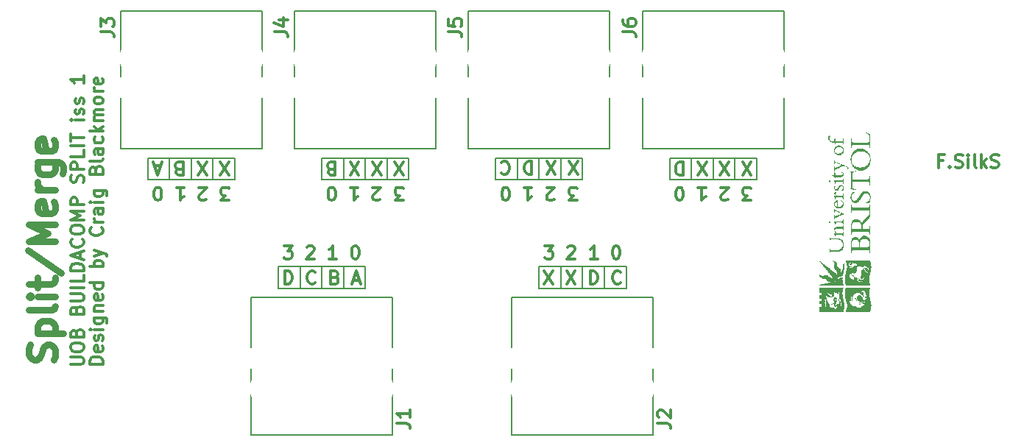
<source format=gto>
G04 (created by PCBNEW (2013-07-07 BZR 4022)-stable) date 9/18/2013 12:17:53*
%MOIN*%
G04 Gerber Fmt 3.4, Leading zero omitted, Abs format*
%FSLAX34Y34*%
G01*
G70*
G90*
G04 APERTURE LIST*
%ADD10C,0.00590551*%
%ADD11C,0.011811*%
%ADD12C,0.00787402*%
%ADD13C,0.0295276*%
%ADD14C,0.0001*%
%ADD15C,0.012*%
%ADD16C,0.246063*%
%ADD17C,0.153543*%
%ADD18C,0.0689425*%
%ADD19C,0.0964567*%
G04 APERTURE END LIST*
G54D10*
G54D11*
X46622Y-11740D02*
X46425Y-11740D01*
X46425Y-12050D02*
X46425Y-11459D01*
X46706Y-11459D01*
X46931Y-11993D02*
X46960Y-12021D01*
X46931Y-12050D01*
X46903Y-12021D01*
X46931Y-11993D01*
X46931Y-12050D01*
X47185Y-12021D02*
X47269Y-12050D01*
X47410Y-12050D01*
X47466Y-12021D01*
X47494Y-11993D01*
X47522Y-11937D01*
X47522Y-11881D01*
X47494Y-11825D01*
X47466Y-11796D01*
X47410Y-11768D01*
X47297Y-11740D01*
X47241Y-11712D01*
X47213Y-11684D01*
X47185Y-11628D01*
X47185Y-11571D01*
X47213Y-11515D01*
X47241Y-11487D01*
X47297Y-11459D01*
X47438Y-11459D01*
X47522Y-11487D01*
X47775Y-12050D02*
X47775Y-11656D01*
X47775Y-11459D02*
X47747Y-11487D01*
X47775Y-11515D01*
X47803Y-11487D01*
X47775Y-11459D01*
X47775Y-11515D01*
X48141Y-12050D02*
X48084Y-12021D01*
X48056Y-11965D01*
X48056Y-11459D01*
X48366Y-12050D02*
X48366Y-11459D01*
X48422Y-11825D02*
X48591Y-12050D01*
X48591Y-11656D02*
X48366Y-11881D01*
X48816Y-12021D02*
X48900Y-12050D01*
X49041Y-12050D01*
X49097Y-12021D01*
X49125Y-11993D01*
X49153Y-11937D01*
X49153Y-11881D01*
X49125Y-11825D01*
X49097Y-11796D01*
X49041Y-11768D01*
X48928Y-11740D01*
X48872Y-11712D01*
X48844Y-11684D01*
X48816Y-11628D01*
X48816Y-11571D01*
X48844Y-11515D01*
X48872Y-11487D01*
X48928Y-11459D01*
X49069Y-11459D01*
X49153Y-11487D01*
X8585Y-20956D02*
X7994Y-20956D01*
X7994Y-20815D01*
X8023Y-20731D01*
X8079Y-20674D01*
X8135Y-20646D01*
X8248Y-20618D01*
X8332Y-20618D01*
X8444Y-20646D01*
X8501Y-20674D01*
X8557Y-20731D01*
X8585Y-20815D01*
X8585Y-20956D01*
X8557Y-20140D02*
X8585Y-20196D01*
X8585Y-20309D01*
X8557Y-20365D01*
X8501Y-20393D01*
X8276Y-20393D01*
X8219Y-20365D01*
X8191Y-20309D01*
X8191Y-20196D01*
X8219Y-20140D01*
X8276Y-20112D01*
X8332Y-20112D01*
X8388Y-20393D01*
X8557Y-19887D02*
X8585Y-19831D01*
X8585Y-19718D01*
X8557Y-19662D01*
X8501Y-19634D01*
X8473Y-19634D01*
X8416Y-19662D01*
X8388Y-19718D01*
X8388Y-19803D01*
X8360Y-19859D01*
X8304Y-19887D01*
X8276Y-19887D01*
X8219Y-19859D01*
X8191Y-19803D01*
X8191Y-19718D01*
X8219Y-19662D01*
X8585Y-19381D02*
X8191Y-19381D01*
X7994Y-19381D02*
X8023Y-19409D01*
X8051Y-19381D01*
X8023Y-19353D01*
X7994Y-19381D01*
X8051Y-19381D01*
X8191Y-18847D02*
X8669Y-18847D01*
X8726Y-18875D01*
X8754Y-18903D01*
X8782Y-18959D01*
X8782Y-19043D01*
X8754Y-19100D01*
X8557Y-18847D02*
X8585Y-18903D01*
X8585Y-19015D01*
X8557Y-19071D01*
X8529Y-19100D01*
X8473Y-19128D01*
X8304Y-19128D01*
X8248Y-19100D01*
X8219Y-19071D01*
X8191Y-19015D01*
X8191Y-18903D01*
X8219Y-18847D01*
X8191Y-18565D02*
X8585Y-18565D01*
X8248Y-18565D02*
X8219Y-18537D01*
X8191Y-18481D01*
X8191Y-18397D01*
X8219Y-18340D01*
X8276Y-18312D01*
X8585Y-18312D01*
X8557Y-17806D02*
X8585Y-17862D01*
X8585Y-17975D01*
X8557Y-18031D01*
X8501Y-18059D01*
X8276Y-18059D01*
X8219Y-18031D01*
X8191Y-17975D01*
X8191Y-17862D01*
X8219Y-17806D01*
X8276Y-17778D01*
X8332Y-17778D01*
X8388Y-18059D01*
X8585Y-17272D02*
X7994Y-17272D01*
X8557Y-17272D02*
X8585Y-17328D01*
X8585Y-17440D01*
X8557Y-17497D01*
X8529Y-17525D01*
X8473Y-17553D01*
X8304Y-17553D01*
X8248Y-17525D01*
X8219Y-17497D01*
X8191Y-17440D01*
X8191Y-17328D01*
X8219Y-17272D01*
X8585Y-16541D02*
X7994Y-16541D01*
X8219Y-16541D02*
X8191Y-16484D01*
X8191Y-16372D01*
X8219Y-16316D01*
X8248Y-16287D01*
X8304Y-16259D01*
X8473Y-16259D01*
X8529Y-16287D01*
X8557Y-16316D01*
X8585Y-16372D01*
X8585Y-16484D01*
X8557Y-16541D01*
X8191Y-16062D02*
X8585Y-15922D01*
X8191Y-15781D02*
X8585Y-15922D01*
X8726Y-15978D01*
X8754Y-16006D01*
X8782Y-16062D01*
X8529Y-14769D02*
X8557Y-14797D01*
X8585Y-14881D01*
X8585Y-14938D01*
X8557Y-15022D01*
X8501Y-15078D01*
X8444Y-15106D01*
X8332Y-15134D01*
X8248Y-15134D01*
X8135Y-15106D01*
X8079Y-15078D01*
X8023Y-15022D01*
X7994Y-14938D01*
X7994Y-14881D01*
X8023Y-14797D01*
X8051Y-14769D01*
X8585Y-14516D02*
X8191Y-14516D01*
X8304Y-14516D02*
X8248Y-14488D01*
X8219Y-14460D01*
X8191Y-14403D01*
X8191Y-14347D01*
X8585Y-13897D02*
X8276Y-13897D01*
X8219Y-13925D01*
X8191Y-13982D01*
X8191Y-14094D01*
X8219Y-14150D01*
X8557Y-13897D02*
X8585Y-13953D01*
X8585Y-14094D01*
X8557Y-14150D01*
X8501Y-14178D01*
X8444Y-14178D01*
X8388Y-14150D01*
X8360Y-14094D01*
X8360Y-13953D01*
X8332Y-13897D01*
X8585Y-13616D02*
X8191Y-13616D01*
X7994Y-13616D02*
X8023Y-13644D01*
X8051Y-13616D01*
X8023Y-13588D01*
X7994Y-13616D01*
X8051Y-13616D01*
X8191Y-13082D02*
X8669Y-13082D01*
X8726Y-13110D01*
X8754Y-13138D01*
X8782Y-13194D01*
X8782Y-13278D01*
X8754Y-13335D01*
X8557Y-13082D02*
X8585Y-13138D01*
X8585Y-13250D01*
X8557Y-13307D01*
X8529Y-13335D01*
X8473Y-13363D01*
X8304Y-13363D01*
X8248Y-13335D01*
X8219Y-13307D01*
X8191Y-13250D01*
X8191Y-13138D01*
X8219Y-13082D01*
X8276Y-12154D02*
X8304Y-12069D01*
X8332Y-12041D01*
X8388Y-12013D01*
X8473Y-12013D01*
X8529Y-12041D01*
X8557Y-12069D01*
X8585Y-12125D01*
X8585Y-12350D01*
X7994Y-12350D01*
X7994Y-12154D01*
X8023Y-12097D01*
X8051Y-12069D01*
X8107Y-12041D01*
X8163Y-12041D01*
X8219Y-12069D01*
X8248Y-12097D01*
X8276Y-12154D01*
X8276Y-12350D01*
X8585Y-11676D02*
X8557Y-11732D01*
X8501Y-11760D01*
X7994Y-11760D01*
X8585Y-11197D02*
X8276Y-11197D01*
X8219Y-11226D01*
X8191Y-11282D01*
X8191Y-11394D01*
X8219Y-11451D01*
X8557Y-11197D02*
X8585Y-11254D01*
X8585Y-11394D01*
X8557Y-11451D01*
X8501Y-11479D01*
X8444Y-11479D01*
X8388Y-11451D01*
X8360Y-11394D01*
X8360Y-11254D01*
X8332Y-11197D01*
X8557Y-10663D02*
X8585Y-10719D01*
X8585Y-10832D01*
X8557Y-10888D01*
X8529Y-10916D01*
X8473Y-10944D01*
X8304Y-10944D01*
X8248Y-10916D01*
X8219Y-10888D01*
X8191Y-10832D01*
X8191Y-10719D01*
X8219Y-10663D01*
X8585Y-10410D02*
X7994Y-10410D01*
X8360Y-10354D02*
X8585Y-10185D01*
X8191Y-10185D02*
X8416Y-10410D01*
X8585Y-9932D02*
X8191Y-9932D01*
X8248Y-9932D02*
X8219Y-9904D01*
X8191Y-9848D01*
X8191Y-9763D01*
X8219Y-9707D01*
X8276Y-9679D01*
X8585Y-9679D01*
X8276Y-9679D02*
X8219Y-9651D01*
X8191Y-9595D01*
X8191Y-9510D01*
X8219Y-9454D01*
X8276Y-9426D01*
X8585Y-9426D01*
X8585Y-9060D02*
X8557Y-9116D01*
X8529Y-9145D01*
X8473Y-9173D01*
X8304Y-9173D01*
X8248Y-9145D01*
X8219Y-9116D01*
X8191Y-9060D01*
X8191Y-8976D01*
X8219Y-8920D01*
X8248Y-8892D01*
X8304Y-8863D01*
X8473Y-8863D01*
X8529Y-8892D01*
X8557Y-8920D01*
X8585Y-8976D01*
X8585Y-9060D01*
X8585Y-8610D02*
X8191Y-8610D01*
X8304Y-8610D02*
X8248Y-8582D01*
X8219Y-8554D01*
X8191Y-8498D01*
X8191Y-8442D01*
X8557Y-8020D02*
X8585Y-8076D01*
X8585Y-8188D01*
X8557Y-8245D01*
X8501Y-8273D01*
X8276Y-8273D01*
X8219Y-8245D01*
X8191Y-8188D01*
X8191Y-8076D01*
X8219Y-8020D01*
X8276Y-7992D01*
X8332Y-7992D01*
X8388Y-8273D01*
G54D12*
X29330Y-11614D02*
X29330Y-12598D01*
X28346Y-12598D02*
X28346Y-11614D01*
X27362Y-11614D02*
X27362Y-12598D01*
X30314Y-11614D02*
X26377Y-11614D01*
X30314Y-12598D02*
X30314Y-11614D01*
X26377Y-12598D02*
X30314Y-12598D01*
X26377Y-11614D02*
X26377Y-12598D01*
G54D11*
X30061Y-13540D02*
X29696Y-13540D01*
X29893Y-13315D01*
X29808Y-13315D01*
X29752Y-13287D01*
X29724Y-13259D01*
X29696Y-13203D01*
X29696Y-13062D01*
X29724Y-13006D01*
X29752Y-12978D01*
X29808Y-12949D01*
X29977Y-12949D01*
X30033Y-12978D01*
X30061Y-13006D01*
X29021Y-13484D02*
X28993Y-13512D01*
X28937Y-13540D01*
X28796Y-13540D01*
X28740Y-13512D01*
X28712Y-13484D01*
X28683Y-13428D01*
X28683Y-13371D01*
X28712Y-13287D01*
X29049Y-12949D01*
X28683Y-12949D01*
X27671Y-12949D02*
X28008Y-12949D01*
X27840Y-12949D02*
X27840Y-13540D01*
X27896Y-13456D01*
X27952Y-13399D01*
X28008Y-13371D01*
X26856Y-13540D02*
X26799Y-13540D01*
X26743Y-13512D01*
X26715Y-13484D01*
X26687Y-13428D01*
X26659Y-13315D01*
X26659Y-13174D01*
X26687Y-13062D01*
X26715Y-13006D01*
X26743Y-12978D01*
X26799Y-12949D01*
X26856Y-12949D01*
X26912Y-12978D01*
X26940Y-13006D01*
X26968Y-13062D01*
X26996Y-13174D01*
X26996Y-13315D01*
X26968Y-13428D01*
X26940Y-13484D01*
X26912Y-13512D01*
X26856Y-13540D01*
X37935Y-13540D02*
X37570Y-13540D01*
X37767Y-13315D01*
X37682Y-13315D01*
X37626Y-13287D01*
X37598Y-13259D01*
X37570Y-13203D01*
X37570Y-13062D01*
X37598Y-13006D01*
X37626Y-12978D01*
X37682Y-12949D01*
X37851Y-12949D01*
X37907Y-12978D01*
X37935Y-13006D01*
X36895Y-13484D02*
X36867Y-13512D01*
X36811Y-13540D01*
X36670Y-13540D01*
X36614Y-13512D01*
X36586Y-13484D01*
X36557Y-13428D01*
X36557Y-13371D01*
X36586Y-13287D01*
X36923Y-12949D01*
X36557Y-12949D01*
X35545Y-12949D02*
X35883Y-12949D01*
X35714Y-12949D02*
X35714Y-13540D01*
X35770Y-13456D01*
X35826Y-13399D01*
X35883Y-13371D01*
X34730Y-13540D02*
X34673Y-13540D01*
X34617Y-13512D01*
X34589Y-13484D01*
X34561Y-13428D01*
X34533Y-13315D01*
X34533Y-13174D01*
X34561Y-13062D01*
X34589Y-13006D01*
X34617Y-12978D01*
X34673Y-12949D01*
X34730Y-12949D01*
X34786Y-12978D01*
X34814Y-13006D01*
X34842Y-13062D01*
X34870Y-13174D01*
X34870Y-13315D01*
X34842Y-13428D01*
X34814Y-13484D01*
X34786Y-13512D01*
X34730Y-13540D01*
X22187Y-13540D02*
X21822Y-13540D01*
X22019Y-13315D01*
X21934Y-13315D01*
X21878Y-13287D01*
X21850Y-13259D01*
X21822Y-13203D01*
X21822Y-13062D01*
X21850Y-13006D01*
X21878Y-12978D01*
X21934Y-12949D01*
X22103Y-12949D01*
X22159Y-12978D01*
X22187Y-13006D01*
X21147Y-13484D02*
X21119Y-13512D01*
X21062Y-13540D01*
X20922Y-13540D01*
X20866Y-13512D01*
X20838Y-13484D01*
X20809Y-13428D01*
X20809Y-13371D01*
X20838Y-13287D01*
X21175Y-12949D01*
X20809Y-12949D01*
X19797Y-12949D02*
X20134Y-12949D01*
X19966Y-12949D02*
X19966Y-13540D01*
X20022Y-13456D01*
X20078Y-13399D01*
X20134Y-13371D01*
X18982Y-13540D02*
X18925Y-13540D01*
X18869Y-13512D01*
X18841Y-13484D01*
X18813Y-13428D01*
X18785Y-13315D01*
X18785Y-13174D01*
X18813Y-13062D01*
X18841Y-13006D01*
X18869Y-12978D01*
X18925Y-12949D01*
X18982Y-12949D01*
X19038Y-12978D01*
X19066Y-13006D01*
X19094Y-13062D01*
X19122Y-13174D01*
X19122Y-13315D01*
X19094Y-13428D01*
X19066Y-13484D01*
X19038Y-13512D01*
X18982Y-13540D01*
X14313Y-13540D02*
X13948Y-13540D01*
X14145Y-13315D01*
X14060Y-13315D01*
X14004Y-13287D01*
X13976Y-13259D01*
X13948Y-13203D01*
X13948Y-13062D01*
X13976Y-13006D01*
X14004Y-12978D01*
X14060Y-12949D01*
X14229Y-12949D01*
X14285Y-12978D01*
X14313Y-13006D01*
X13273Y-13484D02*
X13245Y-13512D01*
X13188Y-13540D01*
X13048Y-13540D01*
X12992Y-13512D01*
X12964Y-13484D01*
X12935Y-13428D01*
X12935Y-13371D01*
X12964Y-13287D01*
X13301Y-12949D01*
X12935Y-12949D01*
X11923Y-12949D02*
X12260Y-12949D01*
X12092Y-12949D02*
X12092Y-13540D01*
X12148Y-13456D01*
X12204Y-13399D01*
X12260Y-13371D01*
X11107Y-13540D02*
X11051Y-13540D01*
X10995Y-13512D01*
X10967Y-13484D01*
X10939Y-13428D01*
X10911Y-13315D01*
X10911Y-13174D01*
X10939Y-13062D01*
X10967Y-13006D01*
X10995Y-12978D01*
X11051Y-12949D01*
X11107Y-12949D01*
X11164Y-12978D01*
X11192Y-13006D01*
X11220Y-13062D01*
X11248Y-13174D01*
X11248Y-13315D01*
X11220Y-13428D01*
X11192Y-13484D01*
X11164Y-13512D01*
X11107Y-13540D01*
X16788Y-15593D02*
X17154Y-15593D01*
X16957Y-15818D01*
X17041Y-15818D01*
X17097Y-15846D01*
X17125Y-15874D01*
X17154Y-15930D01*
X17154Y-16071D01*
X17125Y-16127D01*
X17097Y-16155D01*
X17041Y-16183D01*
X16872Y-16183D01*
X16816Y-16155D01*
X16788Y-16127D01*
X17829Y-15649D02*
X17857Y-15621D01*
X17913Y-15593D01*
X18053Y-15593D01*
X18110Y-15621D01*
X18138Y-15649D01*
X18166Y-15705D01*
X18166Y-15762D01*
X18138Y-15846D01*
X17800Y-16183D01*
X18166Y-16183D01*
X19178Y-16183D02*
X18841Y-16183D01*
X19010Y-16183D02*
X19010Y-15593D01*
X18953Y-15677D01*
X18897Y-15733D01*
X18841Y-15762D01*
X19994Y-15593D02*
X20050Y-15593D01*
X20106Y-15621D01*
X20134Y-15649D01*
X20163Y-15705D01*
X20191Y-15818D01*
X20191Y-15958D01*
X20163Y-16071D01*
X20134Y-16127D01*
X20106Y-16155D01*
X20050Y-16183D01*
X19994Y-16183D01*
X19938Y-16155D01*
X19910Y-16127D01*
X19881Y-16071D01*
X19853Y-15958D01*
X19853Y-15818D01*
X19881Y-15705D01*
X19910Y-15649D01*
X19938Y-15621D01*
X19994Y-15593D01*
X28599Y-15593D02*
X28965Y-15593D01*
X28768Y-15818D01*
X28852Y-15818D01*
X28908Y-15846D01*
X28937Y-15874D01*
X28965Y-15930D01*
X28965Y-16071D01*
X28937Y-16127D01*
X28908Y-16155D01*
X28852Y-16183D01*
X28683Y-16183D01*
X28627Y-16155D01*
X28599Y-16127D01*
X29640Y-15649D02*
X29668Y-15621D01*
X29724Y-15593D01*
X29865Y-15593D01*
X29921Y-15621D01*
X29949Y-15649D01*
X29977Y-15705D01*
X29977Y-15762D01*
X29949Y-15846D01*
X29611Y-16183D01*
X29977Y-16183D01*
X30989Y-16183D02*
X30652Y-16183D01*
X30821Y-16183D02*
X30821Y-15593D01*
X30764Y-15677D01*
X30708Y-15733D01*
X30652Y-15762D01*
X31805Y-15593D02*
X31861Y-15593D01*
X31917Y-15621D01*
X31946Y-15649D01*
X31974Y-15705D01*
X32002Y-15818D01*
X32002Y-15958D01*
X31974Y-16071D01*
X31946Y-16127D01*
X31917Y-16155D01*
X31861Y-16183D01*
X31805Y-16183D01*
X31749Y-16155D01*
X31721Y-16127D01*
X31692Y-16071D01*
X31664Y-15958D01*
X31664Y-15818D01*
X31692Y-15705D01*
X31721Y-15649D01*
X31749Y-15621D01*
X31805Y-15593D01*
G54D12*
X37204Y-11614D02*
X37204Y-12598D01*
X36220Y-11614D02*
X36220Y-12598D01*
X35236Y-11614D02*
X35236Y-12598D01*
X34251Y-12598D02*
X34251Y-11614D01*
X38188Y-12598D02*
X34251Y-12598D01*
X38188Y-11614D02*
X38188Y-12598D01*
X34251Y-11614D02*
X38188Y-11614D01*
X19488Y-12598D02*
X19488Y-11614D01*
X20472Y-11614D02*
X20472Y-12598D01*
X21456Y-11614D02*
X21456Y-12598D01*
X22440Y-12598D02*
X22440Y-11614D01*
X18503Y-12598D02*
X22440Y-12598D01*
X18503Y-11614D02*
X18503Y-12598D01*
X22440Y-11614D02*
X18503Y-11614D01*
X13582Y-11614D02*
X13582Y-12598D01*
X12598Y-11614D02*
X13582Y-11614D01*
X12598Y-12598D02*
X12598Y-11614D01*
X11614Y-12598D02*
X12598Y-12598D01*
X11614Y-11614D02*
X11614Y-12598D01*
X10629Y-11614D02*
X11614Y-11614D01*
X10629Y-12598D02*
X10629Y-11614D01*
X14566Y-12598D02*
X10629Y-12598D01*
X14566Y-11614D02*
X14566Y-12598D01*
X10629Y-11614D02*
X14566Y-11614D01*
X19488Y-16535D02*
X19488Y-17519D01*
X18503Y-16535D02*
X19488Y-16535D01*
X18503Y-17519D02*
X18503Y-16535D01*
X17519Y-17519D02*
X18503Y-17519D01*
X17519Y-16535D02*
X17519Y-17519D01*
X16535Y-17519D02*
X16535Y-16535D01*
X20472Y-17519D02*
X16535Y-17519D01*
X20472Y-16535D02*
X20472Y-17519D01*
X16535Y-16535D02*
X20472Y-16535D01*
X31299Y-16535D02*
X31299Y-17519D01*
X30314Y-17519D02*
X30314Y-16535D01*
X29330Y-16535D02*
X29330Y-17519D01*
X28346Y-16535D02*
X29330Y-16535D01*
X28346Y-17519D02*
X28346Y-16535D01*
X32283Y-17519D02*
X28346Y-17519D01*
X32283Y-16535D02*
X32283Y-17519D01*
X28346Y-16535D02*
X32283Y-16535D01*
G54D11*
X30089Y-12359D02*
X29696Y-11768D01*
X29696Y-12359D02*
X30089Y-11768D01*
X29077Y-12359D02*
X28683Y-11768D01*
X28683Y-12359D02*
X29077Y-11768D01*
X28008Y-11768D02*
X28008Y-12359D01*
X27868Y-12359D01*
X27784Y-12331D01*
X27727Y-12275D01*
X27699Y-12218D01*
X27671Y-12106D01*
X27671Y-12021D01*
X27699Y-11909D01*
X27727Y-11853D01*
X27784Y-11796D01*
X27868Y-11768D01*
X28008Y-11768D01*
X26631Y-11825D02*
X26659Y-11796D01*
X26743Y-11768D01*
X26799Y-11768D01*
X26884Y-11796D01*
X26940Y-11853D01*
X26968Y-11909D01*
X26996Y-12021D01*
X26996Y-12106D01*
X26968Y-12218D01*
X26940Y-12275D01*
X26884Y-12331D01*
X26799Y-12359D01*
X26743Y-12359D01*
X26659Y-12331D01*
X26631Y-12303D01*
X37949Y-12398D02*
X37556Y-11808D01*
X37556Y-12398D02*
X37949Y-11808D01*
X36937Y-12398D02*
X36543Y-11808D01*
X36543Y-12398D02*
X36937Y-11808D01*
X35925Y-12398D02*
X35531Y-11808D01*
X35531Y-12398D02*
X35925Y-11808D01*
X34856Y-11808D02*
X34856Y-12398D01*
X34715Y-12398D01*
X34631Y-12370D01*
X34575Y-12314D01*
X34547Y-12258D01*
X34519Y-12145D01*
X34519Y-12061D01*
X34547Y-11948D01*
X34575Y-11892D01*
X34631Y-11836D01*
X34715Y-11808D01*
X34856Y-11808D01*
X22201Y-12398D02*
X21808Y-11808D01*
X21808Y-12398D02*
X22201Y-11808D01*
X21189Y-12398D02*
X20795Y-11808D01*
X20795Y-12398D02*
X21189Y-11808D01*
X20177Y-12398D02*
X19783Y-11808D01*
X19783Y-12398D02*
X20177Y-11808D01*
X18911Y-12117D02*
X18827Y-12089D01*
X18799Y-12061D01*
X18771Y-12005D01*
X18771Y-11920D01*
X18799Y-11864D01*
X18827Y-11836D01*
X18883Y-11808D01*
X19108Y-11808D01*
X19108Y-12398D01*
X18911Y-12398D01*
X18855Y-12370D01*
X18827Y-12342D01*
X18799Y-12286D01*
X18799Y-12230D01*
X18827Y-12173D01*
X18855Y-12145D01*
X18911Y-12117D01*
X19108Y-12117D01*
X14299Y-12398D02*
X13906Y-11808D01*
X13906Y-12398D02*
X14299Y-11808D01*
X13287Y-12398D02*
X12893Y-11808D01*
X12893Y-12398D02*
X13287Y-11808D01*
X12021Y-12117D02*
X11937Y-12089D01*
X11909Y-12061D01*
X11881Y-12005D01*
X11881Y-11920D01*
X11909Y-11864D01*
X11937Y-11836D01*
X11993Y-11808D01*
X12218Y-11808D01*
X12218Y-12398D01*
X12021Y-12398D01*
X11965Y-12370D01*
X11937Y-12342D01*
X11909Y-12286D01*
X11909Y-12230D01*
X11937Y-12173D01*
X11965Y-12145D01*
X12021Y-12117D01*
X12218Y-12117D01*
X11206Y-11976D02*
X10925Y-11976D01*
X11262Y-11808D02*
X11065Y-12398D01*
X10868Y-11808D01*
X28571Y-16735D02*
X28965Y-17325D01*
X28965Y-16735D02*
X28571Y-17325D01*
X29583Y-16735D02*
X29977Y-17325D01*
X29977Y-16735D02*
X29583Y-17325D01*
X30652Y-17325D02*
X30652Y-16735D01*
X30793Y-16735D01*
X30877Y-16763D01*
X30933Y-16819D01*
X30961Y-16875D01*
X30989Y-16988D01*
X30989Y-17072D01*
X30961Y-17185D01*
X30933Y-17241D01*
X30877Y-17297D01*
X30793Y-17325D01*
X30652Y-17325D01*
X32030Y-17269D02*
X32002Y-17297D01*
X31917Y-17325D01*
X31861Y-17325D01*
X31777Y-17297D01*
X31721Y-17241D01*
X31692Y-17185D01*
X31664Y-17072D01*
X31664Y-16988D01*
X31692Y-16875D01*
X31721Y-16819D01*
X31777Y-16763D01*
X31861Y-16735D01*
X31917Y-16735D01*
X32002Y-16763D01*
X32030Y-16791D01*
X16830Y-17325D02*
X16830Y-16735D01*
X16971Y-16735D01*
X17055Y-16763D01*
X17111Y-16819D01*
X17140Y-16875D01*
X17168Y-16988D01*
X17168Y-17072D01*
X17140Y-17185D01*
X17111Y-17241D01*
X17055Y-17297D01*
X16971Y-17325D01*
X16830Y-17325D01*
X18208Y-17269D02*
X18180Y-17297D01*
X18096Y-17325D01*
X18039Y-17325D01*
X17955Y-17297D01*
X17899Y-17241D01*
X17871Y-17185D01*
X17843Y-17072D01*
X17843Y-16988D01*
X17871Y-16875D01*
X17899Y-16819D01*
X17955Y-16763D01*
X18039Y-16735D01*
X18096Y-16735D01*
X18180Y-16763D01*
X18208Y-16791D01*
X19108Y-17016D02*
X19192Y-17044D01*
X19221Y-17072D01*
X19249Y-17128D01*
X19249Y-17213D01*
X19221Y-17269D01*
X19192Y-17297D01*
X19136Y-17325D01*
X18911Y-17325D01*
X18911Y-16735D01*
X19108Y-16735D01*
X19164Y-16763D01*
X19192Y-16791D01*
X19221Y-16847D01*
X19221Y-16903D01*
X19192Y-16960D01*
X19164Y-16988D01*
X19108Y-17016D01*
X18911Y-17016D01*
X19924Y-17156D02*
X20205Y-17156D01*
X19867Y-17325D02*
X20064Y-16735D01*
X20261Y-17325D01*
X7128Y-20973D02*
X7606Y-20973D01*
X7663Y-20944D01*
X7691Y-20916D01*
X7719Y-20860D01*
X7719Y-20748D01*
X7691Y-20691D01*
X7663Y-20663D01*
X7606Y-20635D01*
X7128Y-20635D01*
X7128Y-20241D02*
X7128Y-20129D01*
X7156Y-20073D01*
X7213Y-20016D01*
X7325Y-19988D01*
X7522Y-19988D01*
X7634Y-20016D01*
X7691Y-20073D01*
X7719Y-20129D01*
X7719Y-20241D01*
X7691Y-20298D01*
X7634Y-20354D01*
X7522Y-20382D01*
X7325Y-20382D01*
X7213Y-20354D01*
X7156Y-20298D01*
X7128Y-20241D01*
X7410Y-19538D02*
X7438Y-19454D01*
X7466Y-19426D01*
X7522Y-19398D01*
X7606Y-19398D01*
X7663Y-19426D01*
X7691Y-19454D01*
X7719Y-19510D01*
X7719Y-19735D01*
X7128Y-19735D01*
X7128Y-19538D01*
X7156Y-19482D01*
X7185Y-19454D01*
X7241Y-19426D01*
X7297Y-19426D01*
X7353Y-19454D01*
X7381Y-19482D01*
X7410Y-19538D01*
X7410Y-19735D01*
X7410Y-18498D02*
X7438Y-18413D01*
X7466Y-18385D01*
X7522Y-18357D01*
X7606Y-18357D01*
X7663Y-18385D01*
X7691Y-18413D01*
X7719Y-18470D01*
X7719Y-18695D01*
X7128Y-18695D01*
X7128Y-18498D01*
X7156Y-18442D01*
X7185Y-18413D01*
X7241Y-18385D01*
X7297Y-18385D01*
X7353Y-18413D01*
X7381Y-18442D01*
X7410Y-18498D01*
X7410Y-18695D01*
X7128Y-18104D02*
X7606Y-18104D01*
X7663Y-18076D01*
X7691Y-18048D01*
X7719Y-17992D01*
X7719Y-17879D01*
X7691Y-17823D01*
X7663Y-17795D01*
X7606Y-17767D01*
X7128Y-17767D01*
X7719Y-17485D02*
X7128Y-17485D01*
X7719Y-16923D02*
X7719Y-17204D01*
X7128Y-17204D01*
X7719Y-16726D02*
X7128Y-16726D01*
X7128Y-16586D01*
X7156Y-16501D01*
X7213Y-16445D01*
X7269Y-16417D01*
X7381Y-16389D01*
X7466Y-16389D01*
X7578Y-16417D01*
X7634Y-16445D01*
X7691Y-16501D01*
X7719Y-16586D01*
X7719Y-16726D01*
X7550Y-16164D02*
X7550Y-15883D01*
X7719Y-16220D02*
X7128Y-16023D01*
X7719Y-15826D01*
X7663Y-15292D02*
X7691Y-15320D01*
X7719Y-15404D01*
X7719Y-15461D01*
X7691Y-15545D01*
X7634Y-15601D01*
X7578Y-15629D01*
X7466Y-15658D01*
X7381Y-15658D01*
X7269Y-15629D01*
X7213Y-15601D01*
X7156Y-15545D01*
X7128Y-15461D01*
X7128Y-15404D01*
X7156Y-15320D01*
X7185Y-15292D01*
X7128Y-14926D02*
X7128Y-14814D01*
X7156Y-14758D01*
X7213Y-14701D01*
X7325Y-14673D01*
X7522Y-14673D01*
X7634Y-14701D01*
X7691Y-14758D01*
X7719Y-14814D01*
X7719Y-14926D01*
X7691Y-14983D01*
X7634Y-15039D01*
X7522Y-15067D01*
X7325Y-15067D01*
X7213Y-15039D01*
X7156Y-14983D01*
X7128Y-14926D01*
X7719Y-14420D02*
X7128Y-14420D01*
X7550Y-14223D01*
X7128Y-14026D01*
X7719Y-14026D01*
X7719Y-13745D02*
X7128Y-13745D01*
X7128Y-13520D01*
X7156Y-13464D01*
X7185Y-13436D01*
X7241Y-13408D01*
X7325Y-13408D01*
X7381Y-13436D01*
X7410Y-13464D01*
X7438Y-13520D01*
X7438Y-13745D01*
X7691Y-12733D02*
X7719Y-12649D01*
X7719Y-12508D01*
X7691Y-12452D01*
X7663Y-12424D01*
X7606Y-12395D01*
X7550Y-12395D01*
X7494Y-12424D01*
X7466Y-12452D01*
X7438Y-12508D01*
X7410Y-12620D01*
X7381Y-12677D01*
X7353Y-12705D01*
X7297Y-12733D01*
X7241Y-12733D01*
X7185Y-12705D01*
X7156Y-12677D01*
X7128Y-12620D01*
X7128Y-12480D01*
X7156Y-12395D01*
X7719Y-12142D02*
X7128Y-12142D01*
X7128Y-11917D01*
X7156Y-11861D01*
X7185Y-11833D01*
X7241Y-11805D01*
X7325Y-11805D01*
X7381Y-11833D01*
X7410Y-11861D01*
X7438Y-11917D01*
X7438Y-12142D01*
X7719Y-11271D02*
X7719Y-11552D01*
X7128Y-11552D01*
X7719Y-11074D02*
X7128Y-11074D01*
X7128Y-10877D02*
X7128Y-10539D01*
X7719Y-10708D02*
X7128Y-10708D01*
X7719Y-9893D02*
X7325Y-9893D01*
X7128Y-9893D02*
X7156Y-9921D01*
X7185Y-9893D01*
X7156Y-9865D01*
X7128Y-9893D01*
X7185Y-9893D01*
X7691Y-9640D02*
X7719Y-9583D01*
X7719Y-9471D01*
X7691Y-9415D01*
X7634Y-9386D01*
X7606Y-9386D01*
X7550Y-9415D01*
X7522Y-9471D01*
X7522Y-9555D01*
X7494Y-9611D01*
X7438Y-9640D01*
X7410Y-9640D01*
X7353Y-9611D01*
X7325Y-9555D01*
X7325Y-9471D01*
X7353Y-9415D01*
X7691Y-9161D02*
X7719Y-9105D01*
X7719Y-8993D01*
X7691Y-8937D01*
X7634Y-8908D01*
X7606Y-8908D01*
X7550Y-8937D01*
X7522Y-8993D01*
X7522Y-9077D01*
X7494Y-9133D01*
X7438Y-9161D01*
X7410Y-9161D01*
X7353Y-9133D01*
X7325Y-9077D01*
X7325Y-8993D01*
X7353Y-8937D01*
X7719Y-7896D02*
X7719Y-8233D01*
X7719Y-8065D02*
X7128Y-8065D01*
X7213Y-8121D01*
X7269Y-8177D01*
X7297Y-8233D01*
G54D13*
X6366Y-20753D02*
X6422Y-20584D01*
X6422Y-20303D01*
X6366Y-20191D01*
X6310Y-20134D01*
X6197Y-20078D01*
X6085Y-20078D01*
X5973Y-20134D01*
X5916Y-20191D01*
X5860Y-20303D01*
X5804Y-20528D01*
X5748Y-20641D01*
X5691Y-20697D01*
X5579Y-20753D01*
X5466Y-20753D01*
X5354Y-20697D01*
X5298Y-20641D01*
X5241Y-20528D01*
X5241Y-20247D01*
X5298Y-20078D01*
X5635Y-19572D02*
X6816Y-19572D01*
X5691Y-19572D02*
X5635Y-19460D01*
X5635Y-19235D01*
X5691Y-19122D01*
X5748Y-19066D01*
X5860Y-19010D01*
X6197Y-19010D01*
X6310Y-19066D01*
X6366Y-19122D01*
X6422Y-19235D01*
X6422Y-19460D01*
X6366Y-19572D01*
X6422Y-18335D02*
X6366Y-18447D01*
X6254Y-18503D01*
X5241Y-18503D01*
X6422Y-17885D02*
X5635Y-17885D01*
X5241Y-17885D02*
X5298Y-17941D01*
X5354Y-17885D01*
X5298Y-17829D01*
X5241Y-17885D01*
X5354Y-17885D01*
X5635Y-17491D02*
X5635Y-17041D01*
X5241Y-17322D02*
X6254Y-17322D01*
X6366Y-17266D01*
X6422Y-17154D01*
X6422Y-17041D01*
X5185Y-15804D02*
X6704Y-16816D01*
X6422Y-15410D02*
X5241Y-15410D01*
X6085Y-15016D01*
X5241Y-14623D01*
X6422Y-14623D01*
X6366Y-13610D02*
X6422Y-13723D01*
X6422Y-13948D01*
X6366Y-14060D01*
X6254Y-14116D01*
X5804Y-14116D01*
X5691Y-14060D01*
X5635Y-13948D01*
X5635Y-13723D01*
X5691Y-13610D01*
X5804Y-13554D01*
X5916Y-13554D01*
X6029Y-14116D01*
X6422Y-13048D02*
X5635Y-13048D01*
X5860Y-13048D02*
X5748Y-12992D01*
X5691Y-12935D01*
X5635Y-12823D01*
X5635Y-12710D01*
X5635Y-11811D02*
X6591Y-11811D01*
X6704Y-11867D01*
X6760Y-11923D01*
X6816Y-12035D01*
X6816Y-12204D01*
X6760Y-12317D01*
X6366Y-11811D02*
X6422Y-11923D01*
X6422Y-12148D01*
X6366Y-12260D01*
X6310Y-12317D01*
X6197Y-12373D01*
X5860Y-12373D01*
X5748Y-12317D01*
X5691Y-12260D01*
X5635Y-12148D01*
X5635Y-11923D01*
X5691Y-11811D01*
X6366Y-10798D02*
X6422Y-10911D01*
X6422Y-11136D01*
X6366Y-11248D01*
X6254Y-11304D01*
X5804Y-11304D01*
X5691Y-11248D01*
X5635Y-11136D01*
X5635Y-10911D01*
X5691Y-10798D01*
X5804Y-10742D01*
X5916Y-10742D01*
X6029Y-11304D01*
G54D10*
X39421Y-11192D02*
X33019Y-11192D01*
X33019Y-11192D02*
X33019Y-4980D01*
X33019Y-4980D02*
X39421Y-4980D01*
X39421Y-4980D02*
X39421Y-11192D01*
X31547Y-11192D02*
X25145Y-11192D01*
X25145Y-11192D02*
X25145Y-4980D01*
X25145Y-4980D02*
X31547Y-4980D01*
X31547Y-4980D02*
X31547Y-11192D01*
X23673Y-11192D02*
X17271Y-11192D01*
X17271Y-11192D02*
X17271Y-4980D01*
X17271Y-4980D02*
X23673Y-4980D01*
X23673Y-4980D02*
X23673Y-11192D01*
X15799Y-11192D02*
X9397Y-11192D01*
X9397Y-11192D02*
X9397Y-4980D01*
X9397Y-4980D02*
X15799Y-4980D01*
X15799Y-4980D02*
X15799Y-11192D01*
X27114Y-17940D02*
X33515Y-17940D01*
X33515Y-17940D02*
X33515Y-24153D01*
X33515Y-24153D02*
X27114Y-24153D01*
X27114Y-24153D02*
X27114Y-17940D01*
X15303Y-17940D02*
X21704Y-17940D01*
X21704Y-17940D02*
X21704Y-24153D01*
X21704Y-24153D02*
X15303Y-24153D01*
X15303Y-24153D02*
X15303Y-17940D01*
G54D14*
G36*
X41023Y-18582D02*
X41023Y-18562D01*
X41043Y-18562D01*
X41043Y-18582D01*
X41023Y-18582D01*
X41023Y-18582D01*
G37*
G36*
X41023Y-18562D02*
X41023Y-18542D01*
X41043Y-18542D01*
X41043Y-18562D01*
X41023Y-18562D01*
X41023Y-18562D01*
G37*
G36*
X41023Y-18542D02*
X41023Y-18522D01*
X41043Y-18522D01*
X41043Y-18542D01*
X41023Y-18542D01*
X41023Y-18542D01*
G37*
G36*
X41023Y-18522D02*
X41023Y-18502D01*
X41043Y-18502D01*
X41043Y-18522D01*
X41023Y-18522D01*
X41023Y-18522D01*
G37*
G36*
X41023Y-18502D02*
X41023Y-18482D01*
X41043Y-18482D01*
X41043Y-18502D01*
X41023Y-18502D01*
X41023Y-18502D01*
G37*
G36*
X41023Y-18482D02*
X41023Y-18462D01*
X41043Y-18462D01*
X41043Y-18482D01*
X41023Y-18482D01*
X41023Y-18482D01*
G37*
G36*
X41023Y-18462D02*
X41023Y-18442D01*
X41043Y-18442D01*
X41043Y-18462D01*
X41023Y-18462D01*
X41023Y-18462D01*
G37*
G36*
X41023Y-18442D02*
X41023Y-18422D01*
X41043Y-18422D01*
X41043Y-18442D01*
X41023Y-18442D01*
X41023Y-18442D01*
G37*
G36*
X41023Y-18422D02*
X41023Y-18402D01*
X41043Y-18402D01*
X41043Y-18422D01*
X41023Y-18422D01*
X41023Y-18422D01*
G37*
G36*
X41023Y-18402D02*
X41023Y-18382D01*
X41043Y-18382D01*
X41043Y-18402D01*
X41023Y-18402D01*
X41023Y-18402D01*
G37*
G36*
X41023Y-18382D02*
X41023Y-18362D01*
X41043Y-18362D01*
X41043Y-18382D01*
X41023Y-18382D01*
X41023Y-18382D01*
G37*
G36*
X41023Y-18242D02*
X41023Y-18222D01*
X41043Y-18222D01*
X41043Y-18242D01*
X41023Y-18242D01*
X41023Y-18242D01*
G37*
G36*
X41023Y-18222D02*
X41023Y-18202D01*
X41043Y-18202D01*
X41043Y-18222D01*
X41023Y-18222D01*
X41023Y-18222D01*
G37*
G36*
X41023Y-18202D02*
X41023Y-18182D01*
X41043Y-18182D01*
X41043Y-18202D01*
X41023Y-18202D01*
X41023Y-18202D01*
G37*
G36*
X41023Y-18182D02*
X41023Y-18162D01*
X41043Y-18162D01*
X41043Y-18182D01*
X41023Y-18182D01*
X41023Y-18182D01*
G37*
G36*
X41023Y-18162D02*
X41023Y-18142D01*
X41043Y-18142D01*
X41043Y-18162D01*
X41023Y-18162D01*
X41023Y-18162D01*
G37*
G36*
X41023Y-18142D02*
X41023Y-18122D01*
X41043Y-18122D01*
X41043Y-18142D01*
X41023Y-18142D01*
X41023Y-18142D01*
G37*
G36*
X41023Y-18122D02*
X41023Y-18102D01*
X41043Y-18102D01*
X41043Y-18122D01*
X41023Y-18122D01*
X41023Y-18122D01*
G37*
G36*
X41023Y-17982D02*
X41023Y-17962D01*
X41043Y-17962D01*
X41043Y-17982D01*
X41023Y-17982D01*
X41023Y-17982D01*
G37*
G36*
X41023Y-17962D02*
X41023Y-17942D01*
X41043Y-17942D01*
X41043Y-17962D01*
X41023Y-17962D01*
X41023Y-17962D01*
G37*
G36*
X41023Y-17942D02*
X41023Y-17922D01*
X41043Y-17922D01*
X41043Y-17942D01*
X41023Y-17942D01*
X41023Y-17942D01*
G37*
G36*
X41023Y-17922D02*
X41023Y-17902D01*
X41043Y-17902D01*
X41043Y-17922D01*
X41023Y-17922D01*
X41023Y-17922D01*
G37*
G36*
X41023Y-17902D02*
X41023Y-17882D01*
X41043Y-17882D01*
X41043Y-17902D01*
X41023Y-17902D01*
X41023Y-17902D01*
G37*
G36*
X41023Y-17882D02*
X41023Y-17862D01*
X41043Y-17862D01*
X41043Y-17882D01*
X41023Y-17882D01*
X41023Y-17882D01*
G37*
G36*
X41023Y-17862D02*
X41023Y-17842D01*
X41043Y-17842D01*
X41043Y-17862D01*
X41023Y-17862D01*
X41023Y-17862D01*
G37*
G36*
X41023Y-17722D02*
X41023Y-17702D01*
X41043Y-17702D01*
X41043Y-17722D01*
X41023Y-17722D01*
X41023Y-17722D01*
G37*
G36*
X41023Y-17702D02*
X41023Y-17682D01*
X41043Y-17682D01*
X41043Y-17702D01*
X41023Y-17702D01*
X41023Y-17702D01*
G37*
G36*
X41023Y-17682D02*
X41023Y-17662D01*
X41043Y-17662D01*
X41043Y-17682D01*
X41023Y-17682D01*
X41023Y-17682D01*
G37*
G36*
X41023Y-17662D02*
X41023Y-17642D01*
X41043Y-17642D01*
X41043Y-17662D01*
X41023Y-17662D01*
X41023Y-17662D01*
G37*
G36*
X41023Y-17642D02*
X41023Y-17622D01*
X41043Y-17622D01*
X41043Y-17642D01*
X41023Y-17642D01*
X41023Y-17642D01*
G37*
G36*
X41023Y-17622D02*
X41023Y-17602D01*
X41043Y-17602D01*
X41043Y-17622D01*
X41023Y-17622D01*
X41023Y-17622D01*
G37*
G36*
X41023Y-17602D02*
X41023Y-17582D01*
X41043Y-17582D01*
X41043Y-17602D01*
X41023Y-17602D01*
X41023Y-17602D01*
G37*
G36*
X41023Y-17582D02*
X41023Y-17562D01*
X41043Y-17562D01*
X41043Y-17582D01*
X41023Y-17582D01*
X41023Y-17582D01*
G37*
G36*
X41023Y-17562D02*
X41023Y-17542D01*
X41043Y-17542D01*
X41043Y-17562D01*
X41023Y-17562D01*
X41023Y-17562D01*
G37*
G36*
X41023Y-17542D02*
X41023Y-17522D01*
X41043Y-17522D01*
X41043Y-17542D01*
X41023Y-17542D01*
X41023Y-17542D01*
G37*
G36*
X41023Y-17522D02*
X41023Y-17502D01*
X41043Y-17502D01*
X41043Y-17522D01*
X41023Y-17522D01*
X41023Y-17522D01*
G37*
G36*
X41023Y-17502D02*
X41023Y-17482D01*
X41043Y-17482D01*
X41043Y-17502D01*
X41023Y-17502D01*
X41023Y-17502D01*
G37*
G36*
X41023Y-17382D02*
X41023Y-17362D01*
X41043Y-17362D01*
X41043Y-17382D01*
X41023Y-17382D01*
X41023Y-17382D01*
G37*
G36*
X41023Y-16942D02*
X41023Y-16922D01*
X41043Y-16922D01*
X41043Y-16942D01*
X41023Y-16942D01*
X41023Y-16942D01*
G37*
G36*
X41023Y-16922D02*
X41023Y-16902D01*
X41043Y-16902D01*
X41043Y-16922D01*
X41023Y-16922D01*
X41023Y-16922D01*
G37*
G36*
X41023Y-16902D02*
X41023Y-16882D01*
X41043Y-16882D01*
X41043Y-16902D01*
X41023Y-16902D01*
X41023Y-16902D01*
G37*
G36*
X41043Y-18582D02*
X41043Y-18562D01*
X41063Y-18562D01*
X41063Y-18582D01*
X41043Y-18582D01*
X41043Y-18582D01*
G37*
G36*
X41043Y-18562D02*
X41043Y-18542D01*
X41063Y-18542D01*
X41063Y-18562D01*
X41043Y-18562D01*
X41043Y-18562D01*
G37*
G36*
X41043Y-18542D02*
X41043Y-18522D01*
X41063Y-18522D01*
X41063Y-18542D01*
X41043Y-18542D01*
X41043Y-18542D01*
G37*
G36*
X41043Y-18522D02*
X41043Y-18502D01*
X41063Y-18502D01*
X41063Y-18522D01*
X41043Y-18522D01*
X41043Y-18522D01*
G37*
G36*
X41043Y-18502D02*
X41043Y-18482D01*
X41063Y-18482D01*
X41063Y-18502D01*
X41043Y-18502D01*
X41043Y-18502D01*
G37*
G36*
X41043Y-18482D02*
X41043Y-18462D01*
X41063Y-18462D01*
X41063Y-18482D01*
X41043Y-18482D01*
X41043Y-18482D01*
G37*
G36*
X41043Y-18462D02*
X41043Y-18442D01*
X41063Y-18442D01*
X41063Y-18462D01*
X41043Y-18462D01*
X41043Y-18462D01*
G37*
G36*
X41043Y-18442D02*
X41043Y-18422D01*
X41063Y-18422D01*
X41063Y-18442D01*
X41043Y-18442D01*
X41043Y-18442D01*
G37*
G36*
X41043Y-18422D02*
X41043Y-18402D01*
X41063Y-18402D01*
X41063Y-18422D01*
X41043Y-18422D01*
X41043Y-18422D01*
G37*
G36*
X41043Y-18402D02*
X41043Y-18382D01*
X41063Y-18382D01*
X41063Y-18402D01*
X41043Y-18402D01*
X41043Y-18402D01*
G37*
G36*
X41043Y-18382D02*
X41043Y-18362D01*
X41063Y-18362D01*
X41063Y-18382D01*
X41043Y-18382D01*
X41043Y-18382D01*
G37*
G36*
X41043Y-18242D02*
X41043Y-18222D01*
X41063Y-18222D01*
X41063Y-18242D01*
X41043Y-18242D01*
X41043Y-18242D01*
G37*
G36*
X41043Y-18222D02*
X41043Y-18202D01*
X41063Y-18202D01*
X41063Y-18222D01*
X41043Y-18222D01*
X41043Y-18222D01*
G37*
G36*
X41043Y-18202D02*
X41043Y-18182D01*
X41063Y-18182D01*
X41063Y-18202D01*
X41043Y-18202D01*
X41043Y-18202D01*
G37*
G36*
X41043Y-18182D02*
X41043Y-18162D01*
X41063Y-18162D01*
X41063Y-18182D01*
X41043Y-18182D01*
X41043Y-18182D01*
G37*
G36*
X41043Y-18162D02*
X41043Y-18142D01*
X41063Y-18142D01*
X41063Y-18162D01*
X41043Y-18162D01*
X41043Y-18162D01*
G37*
G36*
X41043Y-18142D02*
X41043Y-18122D01*
X41063Y-18122D01*
X41063Y-18142D01*
X41043Y-18142D01*
X41043Y-18142D01*
G37*
G36*
X41043Y-18122D02*
X41043Y-18102D01*
X41063Y-18102D01*
X41063Y-18122D01*
X41043Y-18122D01*
X41043Y-18122D01*
G37*
G36*
X41043Y-17982D02*
X41043Y-17962D01*
X41063Y-17962D01*
X41063Y-17982D01*
X41043Y-17982D01*
X41043Y-17982D01*
G37*
G36*
X41043Y-17962D02*
X41043Y-17942D01*
X41063Y-17942D01*
X41063Y-17962D01*
X41043Y-17962D01*
X41043Y-17962D01*
G37*
G36*
X41043Y-17942D02*
X41043Y-17922D01*
X41063Y-17922D01*
X41063Y-17942D01*
X41043Y-17942D01*
X41043Y-17942D01*
G37*
G36*
X41043Y-17922D02*
X41043Y-17902D01*
X41063Y-17902D01*
X41063Y-17922D01*
X41043Y-17922D01*
X41043Y-17922D01*
G37*
G36*
X41043Y-17902D02*
X41043Y-17882D01*
X41063Y-17882D01*
X41063Y-17902D01*
X41043Y-17902D01*
X41043Y-17902D01*
G37*
G36*
X41043Y-17882D02*
X41043Y-17862D01*
X41063Y-17862D01*
X41063Y-17882D01*
X41043Y-17882D01*
X41043Y-17882D01*
G37*
G36*
X41043Y-17862D02*
X41043Y-17842D01*
X41063Y-17842D01*
X41063Y-17862D01*
X41043Y-17862D01*
X41043Y-17862D01*
G37*
G36*
X41043Y-17722D02*
X41043Y-17702D01*
X41063Y-17702D01*
X41063Y-17722D01*
X41043Y-17722D01*
X41043Y-17722D01*
G37*
G36*
X41043Y-17702D02*
X41043Y-17682D01*
X41063Y-17682D01*
X41063Y-17702D01*
X41043Y-17702D01*
X41043Y-17702D01*
G37*
G36*
X41043Y-17682D02*
X41043Y-17662D01*
X41063Y-17662D01*
X41063Y-17682D01*
X41043Y-17682D01*
X41043Y-17682D01*
G37*
G36*
X41043Y-17662D02*
X41043Y-17642D01*
X41063Y-17642D01*
X41063Y-17662D01*
X41043Y-17662D01*
X41043Y-17662D01*
G37*
G36*
X41043Y-17642D02*
X41043Y-17622D01*
X41063Y-17622D01*
X41063Y-17642D01*
X41043Y-17642D01*
X41043Y-17642D01*
G37*
G36*
X41043Y-17622D02*
X41043Y-17602D01*
X41063Y-17602D01*
X41063Y-17622D01*
X41043Y-17622D01*
X41043Y-17622D01*
G37*
G36*
X41043Y-17602D02*
X41043Y-17582D01*
X41063Y-17582D01*
X41063Y-17602D01*
X41043Y-17602D01*
X41043Y-17602D01*
G37*
G36*
X41043Y-17582D02*
X41043Y-17562D01*
X41063Y-17562D01*
X41063Y-17582D01*
X41043Y-17582D01*
X41043Y-17582D01*
G37*
G36*
X41043Y-17562D02*
X41043Y-17542D01*
X41063Y-17542D01*
X41063Y-17562D01*
X41043Y-17562D01*
X41043Y-17562D01*
G37*
G36*
X41043Y-17542D02*
X41043Y-17522D01*
X41063Y-17522D01*
X41063Y-17542D01*
X41043Y-17542D01*
X41043Y-17542D01*
G37*
G36*
X41043Y-17522D02*
X41043Y-17502D01*
X41063Y-17502D01*
X41063Y-17522D01*
X41043Y-17522D01*
X41043Y-17522D01*
G37*
G36*
X41043Y-17502D02*
X41043Y-17482D01*
X41063Y-17482D01*
X41063Y-17502D01*
X41043Y-17502D01*
X41043Y-17502D01*
G37*
G36*
X41043Y-17382D02*
X41043Y-17362D01*
X41063Y-17362D01*
X41063Y-17382D01*
X41043Y-17382D01*
X41043Y-17382D01*
G37*
G36*
X41043Y-16982D02*
X41043Y-16962D01*
X41063Y-16962D01*
X41063Y-16982D01*
X41043Y-16982D01*
X41043Y-16982D01*
G37*
G36*
X41043Y-16962D02*
X41043Y-16942D01*
X41063Y-16942D01*
X41063Y-16962D01*
X41043Y-16962D01*
X41043Y-16962D01*
G37*
G36*
X41043Y-16942D02*
X41043Y-16922D01*
X41063Y-16922D01*
X41063Y-16942D01*
X41043Y-16942D01*
X41043Y-16942D01*
G37*
G36*
X41043Y-16922D02*
X41043Y-16902D01*
X41063Y-16902D01*
X41063Y-16922D01*
X41043Y-16922D01*
X41043Y-16922D01*
G37*
G36*
X41043Y-16322D02*
X41043Y-16302D01*
X41063Y-16302D01*
X41063Y-16322D01*
X41043Y-16322D01*
X41043Y-16322D01*
G37*
G36*
X41063Y-18582D02*
X41063Y-18562D01*
X41083Y-18562D01*
X41083Y-18582D01*
X41063Y-18582D01*
X41063Y-18582D01*
G37*
G36*
X41063Y-18562D02*
X41063Y-18542D01*
X41083Y-18542D01*
X41083Y-18562D01*
X41063Y-18562D01*
X41063Y-18562D01*
G37*
G36*
X41063Y-18542D02*
X41063Y-18522D01*
X41083Y-18522D01*
X41083Y-18542D01*
X41063Y-18542D01*
X41063Y-18542D01*
G37*
G36*
X41063Y-18522D02*
X41063Y-18502D01*
X41083Y-18502D01*
X41083Y-18522D01*
X41063Y-18522D01*
X41063Y-18522D01*
G37*
G36*
X41063Y-18502D02*
X41063Y-18482D01*
X41083Y-18482D01*
X41083Y-18502D01*
X41063Y-18502D01*
X41063Y-18502D01*
G37*
G36*
X41063Y-18482D02*
X41063Y-18462D01*
X41083Y-18462D01*
X41083Y-18482D01*
X41063Y-18482D01*
X41063Y-18482D01*
G37*
G36*
X41063Y-18462D02*
X41063Y-18442D01*
X41083Y-18442D01*
X41083Y-18462D01*
X41063Y-18462D01*
X41063Y-18462D01*
G37*
G36*
X41063Y-18442D02*
X41063Y-18422D01*
X41083Y-18422D01*
X41083Y-18442D01*
X41063Y-18442D01*
X41063Y-18442D01*
G37*
G36*
X41063Y-18422D02*
X41063Y-18402D01*
X41083Y-18402D01*
X41083Y-18422D01*
X41063Y-18422D01*
X41063Y-18422D01*
G37*
G36*
X41063Y-18402D02*
X41063Y-18382D01*
X41083Y-18382D01*
X41083Y-18402D01*
X41063Y-18402D01*
X41063Y-18402D01*
G37*
G36*
X41063Y-18382D02*
X41063Y-18362D01*
X41083Y-18362D01*
X41083Y-18382D01*
X41063Y-18382D01*
X41063Y-18382D01*
G37*
G36*
X41063Y-18242D02*
X41063Y-18222D01*
X41083Y-18222D01*
X41083Y-18242D01*
X41063Y-18242D01*
X41063Y-18242D01*
G37*
G36*
X41063Y-18222D02*
X41063Y-18202D01*
X41083Y-18202D01*
X41083Y-18222D01*
X41063Y-18222D01*
X41063Y-18222D01*
G37*
G36*
X41063Y-18202D02*
X41063Y-18182D01*
X41083Y-18182D01*
X41083Y-18202D01*
X41063Y-18202D01*
X41063Y-18202D01*
G37*
G36*
X41063Y-18182D02*
X41063Y-18162D01*
X41083Y-18162D01*
X41083Y-18182D01*
X41063Y-18182D01*
X41063Y-18182D01*
G37*
G36*
X41063Y-18162D02*
X41063Y-18142D01*
X41083Y-18142D01*
X41083Y-18162D01*
X41063Y-18162D01*
X41063Y-18162D01*
G37*
G36*
X41063Y-18142D02*
X41063Y-18122D01*
X41083Y-18122D01*
X41083Y-18142D01*
X41063Y-18142D01*
X41063Y-18142D01*
G37*
G36*
X41063Y-18122D02*
X41063Y-18102D01*
X41083Y-18102D01*
X41083Y-18122D01*
X41063Y-18122D01*
X41063Y-18122D01*
G37*
G36*
X41063Y-17982D02*
X41063Y-17962D01*
X41083Y-17962D01*
X41083Y-17982D01*
X41063Y-17982D01*
X41063Y-17982D01*
G37*
G36*
X41063Y-17962D02*
X41063Y-17942D01*
X41083Y-17942D01*
X41083Y-17962D01*
X41063Y-17962D01*
X41063Y-17962D01*
G37*
G36*
X41063Y-17942D02*
X41063Y-17922D01*
X41083Y-17922D01*
X41083Y-17942D01*
X41063Y-17942D01*
X41063Y-17942D01*
G37*
G36*
X41063Y-17922D02*
X41063Y-17902D01*
X41083Y-17902D01*
X41083Y-17922D01*
X41063Y-17922D01*
X41063Y-17922D01*
G37*
G36*
X41063Y-17902D02*
X41063Y-17882D01*
X41083Y-17882D01*
X41083Y-17902D01*
X41063Y-17902D01*
X41063Y-17902D01*
G37*
G36*
X41063Y-17882D02*
X41063Y-17862D01*
X41083Y-17862D01*
X41083Y-17882D01*
X41063Y-17882D01*
X41063Y-17882D01*
G37*
G36*
X41063Y-17862D02*
X41063Y-17842D01*
X41083Y-17842D01*
X41083Y-17862D01*
X41063Y-17862D01*
X41063Y-17862D01*
G37*
G36*
X41063Y-17722D02*
X41063Y-17702D01*
X41083Y-17702D01*
X41083Y-17722D01*
X41063Y-17722D01*
X41063Y-17722D01*
G37*
G36*
X41063Y-17702D02*
X41063Y-17682D01*
X41083Y-17682D01*
X41083Y-17702D01*
X41063Y-17702D01*
X41063Y-17702D01*
G37*
G36*
X41063Y-17682D02*
X41063Y-17662D01*
X41083Y-17662D01*
X41083Y-17682D01*
X41063Y-17682D01*
X41063Y-17682D01*
G37*
G36*
X41063Y-17662D02*
X41063Y-17642D01*
X41083Y-17642D01*
X41083Y-17662D01*
X41063Y-17662D01*
X41063Y-17662D01*
G37*
G36*
X41063Y-17642D02*
X41063Y-17622D01*
X41083Y-17622D01*
X41083Y-17642D01*
X41063Y-17642D01*
X41063Y-17642D01*
G37*
G36*
X41063Y-17622D02*
X41063Y-17602D01*
X41083Y-17602D01*
X41083Y-17622D01*
X41063Y-17622D01*
X41063Y-17622D01*
G37*
G36*
X41063Y-17602D02*
X41063Y-17582D01*
X41083Y-17582D01*
X41083Y-17602D01*
X41063Y-17602D01*
X41063Y-17602D01*
G37*
G36*
X41063Y-17582D02*
X41063Y-17562D01*
X41083Y-17562D01*
X41083Y-17582D01*
X41063Y-17582D01*
X41063Y-17582D01*
G37*
G36*
X41063Y-17562D02*
X41063Y-17542D01*
X41083Y-17542D01*
X41083Y-17562D01*
X41063Y-17562D01*
X41063Y-17562D01*
G37*
G36*
X41063Y-17542D02*
X41063Y-17522D01*
X41083Y-17522D01*
X41083Y-17542D01*
X41063Y-17542D01*
X41063Y-17542D01*
G37*
G36*
X41063Y-17522D02*
X41063Y-17502D01*
X41083Y-17502D01*
X41083Y-17522D01*
X41063Y-17522D01*
X41063Y-17522D01*
G37*
G36*
X41063Y-17502D02*
X41063Y-17482D01*
X41083Y-17482D01*
X41083Y-17502D01*
X41063Y-17502D01*
X41063Y-17502D01*
G37*
G36*
X41063Y-17382D02*
X41063Y-17362D01*
X41083Y-17362D01*
X41083Y-17382D01*
X41063Y-17382D01*
X41063Y-17382D01*
G37*
G36*
X41063Y-17022D02*
X41063Y-17002D01*
X41083Y-17002D01*
X41083Y-17022D01*
X41063Y-17022D01*
X41063Y-17022D01*
G37*
G36*
X41063Y-17002D02*
X41063Y-16982D01*
X41083Y-16982D01*
X41083Y-17002D01*
X41063Y-17002D01*
X41063Y-17002D01*
G37*
G36*
X41063Y-16982D02*
X41063Y-16962D01*
X41083Y-16962D01*
X41083Y-16982D01*
X41063Y-16982D01*
X41063Y-16982D01*
G37*
G36*
X41063Y-16962D02*
X41063Y-16942D01*
X41083Y-16942D01*
X41083Y-16962D01*
X41063Y-16962D01*
X41063Y-16962D01*
G37*
G36*
X41063Y-16942D02*
X41063Y-16922D01*
X41083Y-16922D01*
X41083Y-16942D01*
X41063Y-16942D01*
X41063Y-16942D01*
G37*
G36*
X41063Y-16342D02*
X41063Y-16322D01*
X41083Y-16322D01*
X41083Y-16342D01*
X41063Y-16342D01*
X41063Y-16342D01*
G37*
G36*
X41063Y-16322D02*
X41063Y-16302D01*
X41083Y-16302D01*
X41083Y-16322D01*
X41063Y-16322D01*
X41063Y-16322D01*
G37*
G36*
X41083Y-18582D02*
X41083Y-18562D01*
X41103Y-18562D01*
X41103Y-18582D01*
X41083Y-18582D01*
X41083Y-18582D01*
G37*
G36*
X41083Y-18562D02*
X41083Y-18542D01*
X41103Y-18542D01*
X41103Y-18562D01*
X41083Y-18562D01*
X41083Y-18562D01*
G37*
G36*
X41083Y-18542D02*
X41083Y-18522D01*
X41103Y-18522D01*
X41103Y-18542D01*
X41083Y-18542D01*
X41083Y-18542D01*
G37*
G36*
X41083Y-18522D02*
X41083Y-18502D01*
X41103Y-18502D01*
X41103Y-18522D01*
X41083Y-18522D01*
X41083Y-18522D01*
G37*
G36*
X41083Y-18502D02*
X41083Y-18482D01*
X41103Y-18482D01*
X41103Y-18502D01*
X41083Y-18502D01*
X41083Y-18502D01*
G37*
G36*
X41083Y-18482D02*
X41083Y-18462D01*
X41103Y-18462D01*
X41103Y-18482D01*
X41083Y-18482D01*
X41083Y-18482D01*
G37*
G36*
X41083Y-18462D02*
X41083Y-18442D01*
X41103Y-18442D01*
X41103Y-18462D01*
X41083Y-18462D01*
X41083Y-18462D01*
G37*
G36*
X41083Y-18442D02*
X41083Y-18422D01*
X41103Y-18422D01*
X41103Y-18442D01*
X41083Y-18442D01*
X41083Y-18442D01*
G37*
G36*
X41083Y-18422D02*
X41083Y-18402D01*
X41103Y-18402D01*
X41103Y-18422D01*
X41083Y-18422D01*
X41083Y-18422D01*
G37*
G36*
X41083Y-18402D02*
X41083Y-18382D01*
X41103Y-18382D01*
X41103Y-18402D01*
X41083Y-18402D01*
X41083Y-18402D01*
G37*
G36*
X41083Y-18382D02*
X41083Y-18362D01*
X41103Y-18362D01*
X41103Y-18382D01*
X41083Y-18382D01*
X41083Y-18382D01*
G37*
G36*
X41083Y-18242D02*
X41083Y-18222D01*
X41103Y-18222D01*
X41103Y-18242D01*
X41083Y-18242D01*
X41083Y-18242D01*
G37*
G36*
X41083Y-18222D02*
X41083Y-18202D01*
X41103Y-18202D01*
X41103Y-18222D01*
X41083Y-18222D01*
X41083Y-18222D01*
G37*
G36*
X41083Y-18202D02*
X41083Y-18182D01*
X41103Y-18182D01*
X41103Y-18202D01*
X41083Y-18202D01*
X41083Y-18202D01*
G37*
G36*
X41083Y-18182D02*
X41083Y-18162D01*
X41103Y-18162D01*
X41103Y-18182D01*
X41083Y-18182D01*
X41083Y-18182D01*
G37*
G36*
X41083Y-18162D02*
X41083Y-18142D01*
X41103Y-18142D01*
X41103Y-18162D01*
X41083Y-18162D01*
X41083Y-18162D01*
G37*
G36*
X41083Y-18142D02*
X41083Y-18122D01*
X41103Y-18122D01*
X41103Y-18142D01*
X41083Y-18142D01*
X41083Y-18142D01*
G37*
G36*
X41083Y-18122D02*
X41083Y-18102D01*
X41103Y-18102D01*
X41103Y-18122D01*
X41083Y-18122D01*
X41083Y-18122D01*
G37*
G36*
X41083Y-17982D02*
X41083Y-17962D01*
X41103Y-17962D01*
X41103Y-17982D01*
X41083Y-17982D01*
X41083Y-17982D01*
G37*
G36*
X41083Y-17962D02*
X41083Y-17942D01*
X41103Y-17942D01*
X41103Y-17962D01*
X41083Y-17962D01*
X41083Y-17962D01*
G37*
G36*
X41083Y-17942D02*
X41083Y-17922D01*
X41103Y-17922D01*
X41103Y-17942D01*
X41083Y-17942D01*
X41083Y-17942D01*
G37*
G36*
X41083Y-17922D02*
X41083Y-17902D01*
X41103Y-17902D01*
X41103Y-17922D01*
X41083Y-17922D01*
X41083Y-17922D01*
G37*
G36*
X41083Y-17902D02*
X41083Y-17882D01*
X41103Y-17882D01*
X41103Y-17902D01*
X41083Y-17902D01*
X41083Y-17902D01*
G37*
G36*
X41083Y-17882D02*
X41083Y-17862D01*
X41103Y-17862D01*
X41103Y-17882D01*
X41083Y-17882D01*
X41083Y-17882D01*
G37*
G36*
X41083Y-17862D02*
X41083Y-17842D01*
X41103Y-17842D01*
X41103Y-17862D01*
X41083Y-17862D01*
X41083Y-17862D01*
G37*
G36*
X41083Y-17722D02*
X41083Y-17702D01*
X41103Y-17702D01*
X41103Y-17722D01*
X41083Y-17722D01*
X41083Y-17722D01*
G37*
G36*
X41083Y-17702D02*
X41083Y-17682D01*
X41103Y-17682D01*
X41103Y-17702D01*
X41083Y-17702D01*
X41083Y-17702D01*
G37*
G36*
X41083Y-17682D02*
X41083Y-17662D01*
X41103Y-17662D01*
X41103Y-17682D01*
X41083Y-17682D01*
X41083Y-17682D01*
G37*
G36*
X41083Y-17662D02*
X41083Y-17642D01*
X41103Y-17642D01*
X41103Y-17662D01*
X41083Y-17662D01*
X41083Y-17662D01*
G37*
G36*
X41083Y-17642D02*
X41083Y-17622D01*
X41103Y-17622D01*
X41103Y-17642D01*
X41083Y-17642D01*
X41083Y-17642D01*
G37*
G36*
X41083Y-17622D02*
X41083Y-17602D01*
X41103Y-17602D01*
X41103Y-17622D01*
X41083Y-17622D01*
X41083Y-17622D01*
G37*
G36*
X41083Y-17602D02*
X41083Y-17582D01*
X41103Y-17582D01*
X41103Y-17602D01*
X41083Y-17602D01*
X41083Y-17602D01*
G37*
G36*
X41083Y-17582D02*
X41083Y-17562D01*
X41103Y-17562D01*
X41103Y-17582D01*
X41083Y-17582D01*
X41083Y-17582D01*
G37*
G36*
X41083Y-17562D02*
X41083Y-17542D01*
X41103Y-17542D01*
X41103Y-17562D01*
X41083Y-17562D01*
X41083Y-17562D01*
G37*
G36*
X41083Y-17542D02*
X41083Y-17522D01*
X41103Y-17522D01*
X41103Y-17542D01*
X41083Y-17542D01*
X41083Y-17542D01*
G37*
G36*
X41083Y-17522D02*
X41083Y-17502D01*
X41103Y-17502D01*
X41103Y-17522D01*
X41083Y-17522D01*
X41083Y-17522D01*
G37*
G36*
X41083Y-17502D02*
X41083Y-17482D01*
X41103Y-17482D01*
X41103Y-17502D01*
X41083Y-17502D01*
X41083Y-17502D01*
G37*
G36*
X41083Y-17382D02*
X41083Y-17362D01*
X41103Y-17362D01*
X41103Y-17382D01*
X41083Y-17382D01*
X41083Y-17382D01*
G37*
G36*
X41083Y-17362D02*
X41083Y-17342D01*
X41103Y-17342D01*
X41103Y-17362D01*
X41083Y-17362D01*
X41083Y-17362D01*
G37*
G36*
X41083Y-17042D02*
X41083Y-17022D01*
X41103Y-17022D01*
X41103Y-17042D01*
X41083Y-17042D01*
X41083Y-17042D01*
G37*
G36*
X41083Y-17022D02*
X41083Y-17002D01*
X41103Y-17002D01*
X41103Y-17022D01*
X41083Y-17022D01*
X41083Y-17022D01*
G37*
G36*
X41083Y-17002D02*
X41083Y-16982D01*
X41103Y-16982D01*
X41103Y-17002D01*
X41083Y-17002D01*
X41083Y-17002D01*
G37*
G36*
X41083Y-16982D02*
X41083Y-16962D01*
X41103Y-16962D01*
X41103Y-16982D01*
X41083Y-16982D01*
X41083Y-16982D01*
G37*
G36*
X41083Y-16962D02*
X41083Y-16942D01*
X41103Y-16942D01*
X41103Y-16962D01*
X41083Y-16962D01*
X41083Y-16962D01*
G37*
G36*
X41083Y-16362D02*
X41083Y-16342D01*
X41103Y-16342D01*
X41103Y-16362D01*
X41083Y-16362D01*
X41083Y-16362D01*
G37*
G36*
X41083Y-16342D02*
X41083Y-16322D01*
X41103Y-16322D01*
X41103Y-16342D01*
X41083Y-16342D01*
X41083Y-16342D01*
G37*
G36*
X41103Y-18582D02*
X41103Y-18562D01*
X41123Y-18562D01*
X41123Y-18582D01*
X41103Y-18582D01*
X41103Y-18582D01*
G37*
G36*
X41103Y-18562D02*
X41103Y-18542D01*
X41123Y-18542D01*
X41123Y-18562D01*
X41103Y-18562D01*
X41103Y-18562D01*
G37*
G36*
X41103Y-18542D02*
X41103Y-18522D01*
X41123Y-18522D01*
X41123Y-18542D01*
X41103Y-18542D01*
X41103Y-18542D01*
G37*
G36*
X41103Y-18522D02*
X41103Y-18502D01*
X41123Y-18502D01*
X41123Y-18522D01*
X41103Y-18522D01*
X41103Y-18522D01*
G37*
G36*
X41103Y-18502D02*
X41103Y-18482D01*
X41123Y-18482D01*
X41123Y-18502D01*
X41103Y-18502D01*
X41103Y-18502D01*
G37*
G36*
X41103Y-18482D02*
X41103Y-18462D01*
X41123Y-18462D01*
X41123Y-18482D01*
X41103Y-18482D01*
X41103Y-18482D01*
G37*
G36*
X41103Y-18462D02*
X41103Y-18442D01*
X41123Y-18442D01*
X41123Y-18462D01*
X41103Y-18462D01*
X41103Y-18462D01*
G37*
G36*
X41103Y-18442D02*
X41103Y-18422D01*
X41123Y-18422D01*
X41123Y-18442D01*
X41103Y-18442D01*
X41103Y-18442D01*
G37*
G36*
X41103Y-18422D02*
X41103Y-18402D01*
X41123Y-18402D01*
X41123Y-18422D01*
X41103Y-18422D01*
X41103Y-18422D01*
G37*
G36*
X41103Y-18402D02*
X41103Y-18382D01*
X41123Y-18382D01*
X41123Y-18402D01*
X41103Y-18402D01*
X41103Y-18402D01*
G37*
G36*
X41103Y-18382D02*
X41103Y-18362D01*
X41123Y-18362D01*
X41123Y-18382D01*
X41103Y-18382D01*
X41103Y-18382D01*
G37*
G36*
X41103Y-18242D02*
X41103Y-18222D01*
X41123Y-18222D01*
X41123Y-18242D01*
X41103Y-18242D01*
X41103Y-18242D01*
G37*
G36*
X41103Y-18222D02*
X41103Y-18202D01*
X41123Y-18202D01*
X41123Y-18222D01*
X41103Y-18222D01*
X41103Y-18222D01*
G37*
G36*
X41103Y-18202D02*
X41103Y-18182D01*
X41123Y-18182D01*
X41123Y-18202D01*
X41103Y-18202D01*
X41103Y-18202D01*
G37*
G36*
X41103Y-18182D02*
X41103Y-18162D01*
X41123Y-18162D01*
X41123Y-18182D01*
X41103Y-18182D01*
X41103Y-18182D01*
G37*
G36*
X41103Y-18162D02*
X41103Y-18142D01*
X41123Y-18142D01*
X41123Y-18162D01*
X41103Y-18162D01*
X41103Y-18162D01*
G37*
G36*
X41103Y-18142D02*
X41103Y-18122D01*
X41123Y-18122D01*
X41123Y-18142D01*
X41103Y-18142D01*
X41103Y-18142D01*
G37*
G36*
X41103Y-18122D02*
X41103Y-18102D01*
X41123Y-18102D01*
X41123Y-18122D01*
X41103Y-18122D01*
X41103Y-18122D01*
G37*
G36*
X41103Y-17982D02*
X41103Y-17962D01*
X41123Y-17962D01*
X41123Y-17982D01*
X41103Y-17982D01*
X41103Y-17982D01*
G37*
G36*
X41103Y-17962D02*
X41103Y-17942D01*
X41123Y-17942D01*
X41123Y-17962D01*
X41103Y-17962D01*
X41103Y-17962D01*
G37*
G36*
X41103Y-17942D02*
X41103Y-17922D01*
X41123Y-17922D01*
X41123Y-17942D01*
X41103Y-17942D01*
X41103Y-17942D01*
G37*
G36*
X41103Y-17922D02*
X41103Y-17902D01*
X41123Y-17902D01*
X41123Y-17922D01*
X41103Y-17922D01*
X41103Y-17922D01*
G37*
G36*
X41103Y-17902D02*
X41103Y-17882D01*
X41123Y-17882D01*
X41123Y-17902D01*
X41103Y-17902D01*
X41103Y-17902D01*
G37*
G36*
X41103Y-17882D02*
X41103Y-17862D01*
X41123Y-17862D01*
X41123Y-17882D01*
X41103Y-17882D01*
X41103Y-17882D01*
G37*
G36*
X41103Y-17862D02*
X41103Y-17842D01*
X41123Y-17842D01*
X41123Y-17862D01*
X41103Y-17862D01*
X41103Y-17862D01*
G37*
G36*
X41103Y-17722D02*
X41103Y-17702D01*
X41123Y-17702D01*
X41123Y-17722D01*
X41103Y-17722D01*
X41103Y-17722D01*
G37*
G36*
X41103Y-17702D02*
X41103Y-17682D01*
X41123Y-17682D01*
X41123Y-17702D01*
X41103Y-17702D01*
X41103Y-17702D01*
G37*
G36*
X41103Y-17682D02*
X41103Y-17662D01*
X41123Y-17662D01*
X41123Y-17682D01*
X41103Y-17682D01*
X41103Y-17682D01*
G37*
G36*
X41103Y-17662D02*
X41103Y-17642D01*
X41123Y-17642D01*
X41123Y-17662D01*
X41103Y-17662D01*
X41103Y-17662D01*
G37*
G36*
X41103Y-17642D02*
X41103Y-17622D01*
X41123Y-17622D01*
X41123Y-17642D01*
X41103Y-17642D01*
X41103Y-17642D01*
G37*
G36*
X41103Y-17622D02*
X41103Y-17602D01*
X41123Y-17602D01*
X41123Y-17622D01*
X41103Y-17622D01*
X41103Y-17622D01*
G37*
G36*
X41103Y-17602D02*
X41103Y-17582D01*
X41123Y-17582D01*
X41123Y-17602D01*
X41103Y-17602D01*
X41103Y-17602D01*
G37*
G36*
X41103Y-17582D02*
X41103Y-17562D01*
X41123Y-17562D01*
X41123Y-17582D01*
X41103Y-17582D01*
X41103Y-17582D01*
G37*
G36*
X41103Y-17562D02*
X41103Y-17542D01*
X41123Y-17542D01*
X41123Y-17562D01*
X41103Y-17562D01*
X41103Y-17562D01*
G37*
G36*
X41103Y-17542D02*
X41103Y-17522D01*
X41123Y-17522D01*
X41123Y-17542D01*
X41103Y-17542D01*
X41103Y-17542D01*
G37*
G36*
X41103Y-17522D02*
X41103Y-17502D01*
X41123Y-17502D01*
X41123Y-17522D01*
X41103Y-17522D01*
X41103Y-17522D01*
G37*
G36*
X41103Y-17502D02*
X41103Y-17482D01*
X41123Y-17482D01*
X41123Y-17502D01*
X41103Y-17502D01*
X41103Y-17502D01*
G37*
G36*
X41103Y-17382D02*
X41103Y-17362D01*
X41123Y-17362D01*
X41123Y-17382D01*
X41103Y-17382D01*
X41103Y-17382D01*
G37*
G36*
X41103Y-17362D02*
X41103Y-17342D01*
X41123Y-17342D01*
X41123Y-17362D01*
X41103Y-17362D01*
X41103Y-17362D01*
G37*
G36*
X41103Y-17042D02*
X41103Y-17022D01*
X41123Y-17022D01*
X41123Y-17042D01*
X41103Y-17042D01*
X41103Y-17042D01*
G37*
G36*
X41103Y-17022D02*
X41103Y-17002D01*
X41123Y-17002D01*
X41123Y-17022D01*
X41103Y-17022D01*
X41103Y-17022D01*
G37*
G36*
X41103Y-17002D02*
X41103Y-16982D01*
X41123Y-16982D01*
X41123Y-17002D01*
X41103Y-17002D01*
X41103Y-17002D01*
G37*
G36*
X41103Y-16982D02*
X41103Y-16962D01*
X41123Y-16962D01*
X41123Y-16982D01*
X41103Y-16982D01*
X41103Y-16982D01*
G37*
G36*
X41103Y-16962D02*
X41103Y-16942D01*
X41123Y-16942D01*
X41123Y-16962D01*
X41103Y-16962D01*
X41103Y-16962D01*
G37*
G36*
X41103Y-16382D02*
X41103Y-16362D01*
X41123Y-16362D01*
X41123Y-16382D01*
X41103Y-16382D01*
X41103Y-16382D01*
G37*
G36*
X41103Y-16362D02*
X41103Y-16342D01*
X41123Y-16342D01*
X41123Y-16362D01*
X41103Y-16362D01*
X41103Y-16362D01*
G37*
G36*
X41123Y-18582D02*
X41123Y-18562D01*
X41143Y-18562D01*
X41143Y-18582D01*
X41123Y-18582D01*
X41123Y-18582D01*
G37*
G36*
X41123Y-18562D02*
X41123Y-18542D01*
X41143Y-18542D01*
X41143Y-18562D01*
X41123Y-18562D01*
X41123Y-18562D01*
G37*
G36*
X41123Y-18542D02*
X41123Y-18522D01*
X41143Y-18522D01*
X41143Y-18542D01*
X41123Y-18542D01*
X41123Y-18542D01*
G37*
G36*
X41123Y-18522D02*
X41123Y-18502D01*
X41143Y-18502D01*
X41143Y-18522D01*
X41123Y-18522D01*
X41123Y-18522D01*
G37*
G36*
X41123Y-18502D02*
X41123Y-18482D01*
X41143Y-18482D01*
X41143Y-18502D01*
X41123Y-18502D01*
X41123Y-18502D01*
G37*
G36*
X41123Y-18482D02*
X41123Y-18462D01*
X41143Y-18462D01*
X41143Y-18482D01*
X41123Y-18482D01*
X41123Y-18482D01*
G37*
G36*
X41123Y-18462D02*
X41123Y-18442D01*
X41143Y-18442D01*
X41143Y-18462D01*
X41123Y-18462D01*
X41123Y-18462D01*
G37*
G36*
X41123Y-18442D02*
X41123Y-18422D01*
X41143Y-18422D01*
X41143Y-18442D01*
X41123Y-18442D01*
X41123Y-18442D01*
G37*
G36*
X41123Y-18422D02*
X41123Y-18402D01*
X41143Y-18402D01*
X41143Y-18422D01*
X41123Y-18422D01*
X41123Y-18422D01*
G37*
G36*
X41123Y-18402D02*
X41123Y-18382D01*
X41143Y-18382D01*
X41143Y-18402D01*
X41123Y-18402D01*
X41123Y-18402D01*
G37*
G36*
X41123Y-18382D02*
X41123Y-18362D01*
X41143Y-18362D01*
X41143Y-18382D01*
X41123Y-18382D01*
X41123Y-18382D01*
G37*
G36*
X41123Y-18242D02*
X41123Y-18222D01*
X41143Y-18222D01*
X41143Y-18242D01*
X41123Y-18242D01*
X41123Y-18242D01*
G37*
G36*
X41123Y-18222D02*
X41123Y-18202D01*
X41143Y-18202D01*
X41143Y-18222D01*
X41123Y-18222D01*
X41123Y-18222D01*
G37*
G36*
X41123Y-18202D02*
X41123Y-18182D01*
X41143Y-18182D01*
X41143Y-18202D01*
X41123Y-18202D01*
X41123Y-18202D01*
G37*
G36*
X41123Y-18182D02*
X41123Y-18162D01*
X41143Y-18162D01*
X41143Y-18182D01*
X41123Y-18182D01*
X41123Y-18182D01*
G37*
G36*
X41123Y-18162D02*
X41123Y-18142D01*
X41143Y-18142D01*
X41143Y-18162D01*
X41123Y-18162D01*
X41123Y-18162D01*
G37*
G36*
X41123Y-18142D02*
X41123Y-18122D01*
X41143Y-18122D01*
X41143Y-18142D01*
X41123Y-18142D01*
X41123Y-18142D01*
G37*
G36*
X41123Y-18122D02*
X41123Y-18102D01*
X41143Y-18102D01*
X41143Y-18122D01*
X41123Y-18122D01*
X41123Y-18122D01*
G37*
G36*
X41123Y-17982D02*
X41123Y-17962D01*
X41143Y-17962D01*
X41143Y-17982D01*
X41123Y-17982D01*
X41123Y-17982D01*
G37*
G36*
X41123Y-17962D02*
X41123Y-17942D01*
X41143Y-17942D01*
X41143Y-17962D01*
X41123Y-17962D01*
X41123Y-17962D01*
G37*
G36*
X41123Y-17942D02*
X41123Y-17922D01*
X41143Y-17922D01*
X41143Y-17942D01*
X41123Y-17942D01*
X41123Y-17942D01*
G37*
G36*
X41123Y-17922D02*
X41123Y-17902D01*
X41143Y-17902D01*
X41143Y-17922D01*
X41123Y-17922D01*
X41123Y-17922D01*
G37*
G36*
X41123Y-17902D02*
X41123Y-17882D01*
X41143Y-17882D01*
X41143Y-17902D01*
X41123Y-17902D01*
X41123Y-17902D01*
G37*
G36*
X41123Y-17882D02*
X41123Y-17862D01*
X41143Y-17862D01*
X41143Y-17882D01*
X41123Y-17882D01*
X41123Y-17882D01*
G37*
G36*
X41123Y-17862D02*
X41123Y-17842D01*
X41143Y-17842D01*
X41143Y-17862D01*
X41123Y-17862D01*
X41123Y-17862D01*
G37*
G36*
X41123Y-17722D02*
X41123Y-17702D01*
X41143Y-17702D01*
X41143Y-17722D01*
X41123Y-17722D01*
X41123Y-17722D01*
G37*
G36*
X41123Y-17702D02*
X41123Y-17682D01*
X41143Y-17682D01*
X41143Y-17702D01*
X41123Y-17702D01*
X41123Y-17702D01*
G37*
G36*
X41123Y-17682D02*
X41123Y-17662D01*
X41143Y-17662D01*
X41143Y-17682D01*
X41123Y-17682D01*
X41123Y-17682D01*
G37*
G36*
X41123Y-17662D02*
X41123Y-17642D01*
X41143Y-17642D01*
X41143Y-17662D01*
X41123Y-17662D01*
X41123Y-17662D01*
G37*
G36*
X41123Y-17642D02*
X41123Y-17622D01*
X41143Y-17622D01*
X41143Y-17642D01*
X41123Y-17642D01*
X41123Y-17642D01*
G37*
G36*
X41123Y-17622D02*
X41123Y-17602D01*
X41143Y-17602D01*
X41143Y-17622D01*
X41123Y-17622D01*
X41123Y-17622D01*
G37*
G36*
X41123Y-17602D02*
X41123Y-17582D01*
X41143Y-17582D01*
X41143Y-17602D01*
X41123Y-17602D01*
X41123Y-17602D01*
G37*
G36*
X41123Y-17582D02*
X41123Y-17562D01*
X41143Y-17562D01*
X41143Y-17582D01*
X41123Y-17582D01*
X41123Y-17582D01*
G37*
G36*
X41123Y-17562D02*
X41123Y-17542D01*
X41143Y-17542D01*
X41143Y-17562D01*
X41123Y-17562D01*
X41123Y-17562D01*
G37*
G36*
X41123Y-17542D02*
X41123Y-17522D01*
X41143Y-17522D01*
X41143Y-17542D01*
X41123Y-17542D01*
X41123Y-17542D01*
G37*
G36*
X41123Y-17522D02*
X41123Y-17502D01*
X41143Y-17502D01*
X41143Y-17522D01*
X41123Y-17522D01*
X41123Y-17522D01*
G37*
G36*
X41123Y-17502D02*
X41123Y-17482D01*
X41143Y-17482D01*
X41143Y-17502D01*
X41123Y-17502D01*
X41123Y-17502D01*
G37*
G36*
X41123Y-17382D02*
X41123Y-17362D01*
X41143Y-17362D01*
X41143Y-17382D01*
X41123Y-17382D01*
X41123Y-17382D01*
G37*
G36*
X41123Y-17362D02*
X41123Y-17342D01*
X41143Y-17342D01*
X41143Y-17362D01*
X41123Y-17362D01*
X41123Y-17362D01*
G37*
G36*
X41123Y-17062D02*
X41123Y-17042D01*
X41143Y-17042D01*
X41143Y-17062D01*
X41123Y-17062D01*
X41123Y-17062D01*
G37*
G36*
X41123Y-17042D02*
X41123Y-17022D01*
X41143Y-17022D01*
X41143Y-17042D01*
X41123Y-17042D01*
X41123Y-17042D01*
G37*
G36*
X41123Y-17022D02*
X41123Y-17002D01*
X41143Y-17002D01*
X41143Y-17022D01*
X41123Y-17022D01*
X41123Y-17022D01*
G37*
G36*
X41123Y-17002D02*
X41123Y-16982D01*
X41143Y-16982D01*
X41143Y-17002D01*
X41123Y-17002D01*
X41123Y-17002D01*
G37*
G36*
X41123Y-16982D02*
X41123Y-16962D01*
X41143Y-16962D01*
X41143Y-16982D01*
X41123Y-16982D01*
X41123Y-16982D01*
G37*
G36*
X41123Y-16402D02*
X41123Y-16382D01*
X41143Y-16382D01*
X41143Y-16402D01*
X41123Y-16402D01*
X41123Y-16402D01*
G37*
G36*
X41123Y-16382D02*
X41123Y-16362D01*
X41143Y-16362D01*
X41143Y-16382D01*
X41123Y-16382D01*
X41123Y-16382D01*
G37*
G36*
X41123Y-16362D02*
X41123Y-16342D01*
X41143Y-16342D01*
X41143Y-16362D01*
X41123Y-16362D01*
X41123Y-16362D01*
G37*
G36*
X41143Y-18582D02*
X41143Y-18562D01*
X41163Y-18562D01*
X41163Y-18582D01*
X41143Y-18582D01*
X41143Y-18582D01*
G37*
G36*
X41143Y-18562D02*
X41143Y-18542D01*
X41163Y-18542D01*
X41163Y-18562D01*
X41143Y-18562D01*
X41143Y-18562D01*
G37*
G36*
X41143Y-18542D02*
X41143Y-18522D01*
X41163Y-18522D01*
X41163Y-18542D01*
X41143Y-18542D01*
X41143Y-18542D01*
G37*
G36*
X41143Y-18522D02*
X41143Y-18502D01*
X41163Y-18502D01*
X41163Y-18522D01*
X41143Y-18522D01*
X41143Y-18522D01*
G37*
G36*
X41143Y-18502D02*
X41143Y-18482D01*
X41163Y-18482D01*
X41163Y-18502D01*
X41143Y-18502D01*
X41143Y-18502D01*
G37*
G36*
X41143Y-18482D02*
X41143Y-18462D01*
X41163Y-18462D01*
X41163Y-18482D01*
X41143Y-18482D01*
X41143Y-18482D01*
G37*
G36*
X41143Y-18462D02*
X41143Y-18442D01*
X41163Y-18442D01*
X41163Y-18462D01*
X41143Y-18462D01*
X41143Y-18462D01*
G37*
G36*
X41143Y-18442D02*
X41143Y-18422D01*
X41163Y-18422D01*
X41163Y-18442D01*
X41143Y-18442D01*
X41143Y-18442D01*
G37*
G36*
X41143Y-18422D02*
X41143Y-18402D01*
X41163Y-18402D01*
X41163Y-18422D01*
X41143Y-18422D01*
X41143Y-18422D01*
G37*
G36*
X41143Y-18402D02*
X41143Y-18382D01*
X41163Y-18382D01*
X41163Y-18402D01*
X41143Y-18402D01*
X41143Y-18402D01*
G37*
G36*
X41143Y-18382D02*
X41143Y-18362D01*
X41163Y-18362D01*
X41163Y-18382D01*
X41143Y-18382D01*
X41143Y-18382D01*
G37*
G36*
X41143Y-18362D02*
X41143Y-18342D01*
X41163Y-18342D01*
X41163Y-18362D01*
X41143Y-18362D01*
X41143Y-18362D01*
G37*
G36*
X41143Y-18342D02*
X41143Y-18322D01*
X41163Y-18322D01*
X41163Y-18342D01*
X41143Y-18342D01*
X41143Y-18342D01*
G37*
G36*
X41143Y-18322D02*
X41143Y-18302D01*
X41163Y-18302D01*
X41163Y-18322D01*
X41143Y-18322D01*
X41143Y-18322D01*
G37*
G36*
X41143Y-18302D02*
X41143Y-18282D01*
X41163Y-18282D01*
X41163Y-18302D01*
X41143Y-18302D01*
X41143Y-18302D01*
G37*
G36*
X41143Y-18282D02*
X41143Y-18262D01*
X41163Y-18262D01*
X41163Y-18282D01*
X41143Y-18282D01*
X41143Y-18282D01*
G37*
G36*
X41143Y-18262D02*
X41143Y-18242D01*
X41163Y-18242D01*
X41163Y-18262D01*
X41143Y-18262D01*
X41143Y-18262D01*
G37*
G36*
X41143Y-18242D02*
X41143Y-18222D01*
X41163Y-18222D01*
X41163Y-18242D01*
X41143Y-18242D01*
X41143Y-18242D01*
G37*
G36*
X41143Y-18222D02*
X41143Y-18202D01*
X41163Y-18202D01*
X41163Y-18222D01*
X41143Y-18222D01*
X41143Y-18222D01*
G37*
G36*
X41143Y-18202D02*
X41143Y-18182D01*
X41163Y-18182D01*
X41163Y-18202D01*
X41143Y-18202D01*
X41143Y-18202D01*
G37*
G36*
X41143Y-18182D02*
X41143Y-18162D01*
X41163Y-18162D01*
X41163Y-18182D01*
X41143Y-18182D01*
X41143Y-18182D01*
G37*
G36*
X41143Y-18162D02*
X41143Y-18142D01*
X41163Y-18142D01*
X41163Y-18162D01*
X41143Y-18162D01*
X41143Y-18162D01*
G37*
G36*
X41143Y-18142D02*
X41143Y-18122D01*
X41163Y-18122D01*
X41163Y-18142D01*
X41143Y-18142D01*
X41143Y-18142D01*
G37*
G36*
X41143Y-18122D02*
X41143Y-18102D01*
X41163Y-18102D01*
X41163Y-18122D01*
X41143Y-18122D01*
X41143Y-18122D01*
G37*
G36*
X41143Y-18102D02*
X41143Y-18082D01*
X41163Y-18082D01*
X41163Y-18102D01*
X41143Y-18102D01*
X41143Y-18102D01*
G37*
G36*
X41143Y-18082D02*
X41143Y-18062D01*
X41163Y-18062D01*
X41163Y-18082D01*
X41143Y-18082D01*
X41143Y-18082D01*
G37*
G36*
X41143Y-18062D02*
X41143Y-18042D01*
X41163Y-18042D01*
X41163Y-18062D01*
X41143Y-18062D01*
X41143Y-18062D01*
G37*
G36*
X41143Y-18042D02*
X41143Y-18022D01*
X41163Y-18022D01*
X41163Y-18042D01*
X41143Y-18042D01*
X41143Y-18042D01*
G37*
G36*
X41143Y-18022D02*
X41143Y-18002D01*
X41163Y-18002D01*
X41163Y-18022D01*
X41143Y-18022D01*
X41143Y-18022D01*
G37*
G36*
X41143Y-18002D02*
X41143Y-17982D01*
X41163Y-17982D01*
X41163Y-18002D01*
X41143Y-18002D01*
X41143Y-18002D01*
G37*
G36*
X41143Y-17982D02*
X41143Y-17962D01*
X41163Y-17962D01*
X41163Y-17982D01*
X41143Y-17982D01*
X41143Y-17982D01*
G37*
G36*
X41143Y-17962D02*
X41143Y-17942D01*
X41163Y-17942D01*
X41163Y-17962D01*
X41143Y-17962D01*
X41143Y-17962D01*
G37*
G36*
X41143Y-17942D02*
X41143Y-17922D01*
X41163Y-17922D01*
X41163Y-17942D01*
X41143Y-17942D01*
X41143Y-17942D01*
G37*
G36*
X41143Y-17922D02*
X41143Y-17902D01*
X41163Y-17902D01*
X41163Y-17922D01*
X41143Y-17922D01*
X41143Y-17922D01*
G37*
G36*
X41143Y-17902D02*
X41143Y-17882D01*
X41163Y-17882D01*
X41163Y-17902D01*
X41143Y-17902D01*
X41143Y-17902D01*
G37*
G36*
X41143Y-17882D02*
X41143Y-17862D01*
X41163Y-17862D01*
X41163Y-17882D01*
X41143Y-17882D01*
X41143Y-17882D01*
G37*
G36*
X41143Y-17862D02*
X41143Y-17842D01*
X41163Y-17842D01*
X41163Y-17862D01*
X41143Y-17862D01*
X41143Y-17862D01*
G37*
G36*
X41143Y-17842D02*
X41143Y-17822D01*
X41163Y-17822D01*
X41163Y-17842D01*
X41143Y-17842D01*
X41143Y-17842D01*
G37*
G36*
X41143Y-17822D02*
X41143Y-17802D01*
X41163Y-17802D01*
X41163Y-17822D01*
X41143Y-17822D01*
X41143Y-17822D01*
G37*
G36*
X41143Y-17802D02*
X41143Y-17782D01*
X41163Y-17782D01*
X41163Y-17802D01*
X41143Y-17802D01*
X41143Y-17802D01*
G37*
G36*
X41143Y-17782D02*
X41143Y-17762D01*
X41163Y-17762D01*
X41163Y-17782D01*
X41143Y-17782D01*
X41143Y-17782D01*
G37*
G36*
X41143Y-17762D02*
X41143Y-17742D01*
X41163Y-17742D01*
X41163Y-17762D01*
X41143Y-17762D01*
X41143Y-17762D01*
G37*
G36*
X41143Y-17742D02*
X41143Y-17722D01*
X41163Y-17722D01*
X41163Y-17742D01*
X41143Y-17742D01*
X41143Y-17742D01*
G37*
G36*
X41143Y-17722D02*
X41143Y-17702D01*
X41163Y-17702D01*
X41163Y-17722D01*
X41143Y-17722D01*
X41143Y-17722D01*
G37*
G36*
X41143Y-17702D02*
X41143Y-17682D01*
X41163Y-17682D01*
X41163Y-17702D01*
X41143Y-17702D01*
X41143Y-17702D01*
G37*
G36*
X41143Y-17682D02*
X41143Y-17662D01*
X41163Y-17662D01*
X41163Y-17682D01*
X41143Y-17682D01*
X41143Y-17682D01*
G37*
G36*
X41143Y-17662D02*
X41143Y-17642D01*
X41163Y-17642D01*
X41163Y-17662D01*
X41143Y-17662D01*
X41143Y-17662D01*
G37*
G36*
X41143Y-17642D02*
X41143Y-17622D01*
X41163Y-17622D01*
X41163Y-17642D01*
X41143Y-17642D01*
X41143Y-17642D01*
G37*
G36*
X41143Y-17622D02*
X41143Y-17602D01*
X41163Y-17602D01*
X41163Y-17622D01*
X41143Y-17622D01*
X41143Y-17622D01*
G37*
G36*
X41143Y-17602D02*
X41143Y-17582D01*
X41163Y-17582D01*
X41163Y-17602D01*
X41143Y-17602D01*
X41143Y-17602D01*
G37*
G36*
X41143Y-17582D02*
X41143Y-17562D01*
X41163Y-17562D01*
X41163Y-17582D01*
X41143Y-17582D01*
X41143Y-17582D01*
G37*
G36*
X41143Y-17562D02*
X41143Y-17542D01*
X41163Y-17542D01*
X41163Y-17562D01*
X41143Y-17562D01*
X41143Y-17562D01*
G37*
G36*
X41143Y-17542D02*
X41143Y-17522D01*
X41163Y-17522D01*
X41163Y-17542D01*
X41143Y-17542D01*
X41143Y-17542D01*
G37*
G36*
X41143Y-17522D02*
X41143Y-17502D01*
X41163Y-17502D01*
X41163Y-17522D01*
X41143Y-17522D01*
X41143Y-17522D01*
G37*
G36*
X41143Y-17502D02*
X41143Y-17482D01*
X41163Y-17482D01*
X41163Y-17502D01*
X41143Y-17502D01*
X41143Y-17502D01*
G37*
G36*
X41143Y-17382D02*
X41143Y-17362D01*
X41163Y-17362D01*
X41163Y-17382D01*
X41143Y-17382D01*
X41143Y-17382D01*
G37*
G36*
X41143Y-17362D02*
X41143Y-17342D01*
X41163Y-17342D01*
X41163Y-17362D01*
X41143Y-17362D01*
X41143Y-17362D01*
G37*
G36*
X41143Y-17062D02*
X41143Y-17042D01*
X41163Y-17042D01*
X41163Y-17062D01*
X41143Y-17062D01*
X41143Y-17062D01*
G37*
G36*
X41143Y-17042D02*
X41143Y-17022D01*
X41163Y-17022D01*
X41163Y-17042D01*
X41143Y-17042D01*
X41143Y-17042D01*
G37*
G36*
X41143Y-17022D02*
X41143Y-17002D01*
X41163Y-17002D01*
X41163Y-17022D01*
X41143Y-17022D01*
X41143Y-17022D01*
G37*
G36*
X41143Y-17002D02*
X41143Y-16982D01*
X41163Y-16982D01*
X41163Y-17002D01*
X41143Y-17002D01*
X41143Y-17002D01*
G37*
G36*
X41143Y-16982D02*
X41143Y-16962D01*
X41163Y-16962D01*
X41163Y-16982D01*
X41143Y-16982D01*
X41143Y-16982D01*
G37*
G36*
X41143Y-16442D02*
X41143Y-16422D01*
X41163Y-16422D01*
X41163Y-16442D01*
X41143Y-16442D01*
X41143Y-16442D01*
G37*
G36*
X41143Y-16422D02*
X41143Y-16402D01*
X41163Y-16402D01*
X41163Y-16422D01*
X41143Y-16422D01*
X41143Y-16422D01*
G37*
G36*
X41143Y-16402D02*
X41143Y-16382D01*
X41163Y-16382D01*
X41163Y-16402D01*
X41143Y-16402D01*
X41143Y-16402D01*
G37*
G36*
X41143Y-16382D02*
X41143Y-16362D01*
X41163Y-16362D01*
X41163Y-16382D01*
X41143Y-16382D01*
X41143Y-16382D01*
G37*
G36*
X41163Y-18582D02*
X41163Y-18562D01*
X41183Y-18562D01*
X41183Y-18582D01*
X41163Y-18582D01*
X41163Y-18582D01*
G37*
G36*
X41163Y-18562D02*
X41163Y-18542D01*
X41183Y-18542D01*
X41183Y-18562D01*
X41163Y-18562D01*
X41163Y-18562D01*
G37*
G36*
X41163Y-18542D02*
X41163Y-18522D01*
X41183Y-18522D01*
X41183Y-18542D01*
X41163Y-18542D01*
X41163Y-18542D01*
G37*
G36*
X41163Y-18522D02*
X41163Y-18502D01*
X41183Y-18502D01*
X41183Y-18522D01*
X41163Y-18522D01*
X41163Y-18522D01*
G37*
G36*
X41163Y-18502D02*
X41163Y-18482D01*
X41183Y-18482D01*
X41183Y-18502D01*
X41163Y-18502D01*
X41163Y-18502D01*
G37*
G36*
X41163Y-18482D02*
X41163Y-18462D01*
X41183Y-18462D01*
X41183Y-18482D01*
X41163Y-18482D01*
X41163Y-18482D01*
G37*
G36*
X41163Y-18462D02*
X41163Y-18442D01*
X41183Y-18442D01*
X41183Y-18462D01*
X41163Y-18462D01*
X41163Y-18462D01*
G37*
G36*
X41163Y-18442D02*
X41163Y-18422D01*
X41183Y-18422D01*
X41183Y-18442D01*
X41163Y-18442D01*
X41163Y-18442D01*
G37*
G36*
X41163Y-18422D02*
X41163Y-18402D01*
X41183Y-18402D01*
X41183Y-18422D01*
X41163Y-18422D01*
X41163Y-18422D01*
G37*
G36*
X41163Y-18402D02*
X41163Y-18382D01*
X41183Y-18382D01*
X41183Y-18402D01*
X41163Y-18402D01*
X41163Y-18402D01*
G37*
G36*
X41163Y-18382D02*
X41163Y-18362D01*
X41183Y-18362D01*
X41183Y-18382D01*
X41163Y-18382D01*
X41163Y-18382D01*
G37*
G36*
X41163Y-18362D02*
X41163Y-18342D01*
X41183Y-18342D01*
X41183Y-18362D01*
X41163Y-18362D01*
X41163Y-18362D01*
G37*
G36*
X41163Y-18342D02*
X41163Y-18322D01*
X41183Y-18322D01*
X41183Y-18342D01*
X41163Y-18342D01*
X41163Y-18342D01*
G37*
G36*
X41163Y-18322D02*
X41163Y-18302D01*
X41183Y-18302D01*
X41183Y-18322D01*
X41163Y-18322D01*
X41163Y-18322D01*
G37*
G36*
X41163Y-18302D02*
X41163Y-18282D01*
X41183Y-18282D01*
X41183Y-18302D01*
X41163Y-18302D01*
X41163Y-18302D01*
G37*
G36*
X41163Y-18282D02*
X41163Y-18262D01*
X41183Y-18262D01*
X41183Y-18282D01*
X41163Y-18282D01*
X41163Y-18282D01*
G37*
G36*
X41163Y-18262D02*
X41163Y-18242D01*
X41183Y-18242D01*
X41183Y-18262D01*
X41163Y-18262D01*
X41163Y-18262D01*
G37*
G36*
X41163Y-18242D02*
X41163Y-18222D01*
X41183Y-18222D01*
X41183Y-18242D01*
X41163Y-18242D01*
X41163Y-18242D01*
G37*
G36*
X41163Y-18222D02*
X41163Y-18202D01*
X41183Y-18202D01*
X41183Y-18222D01*
X41163Y-18222D01*
X41163Y-18222D01*
G37*
G36*
X41163Y-18202D02*
X41163Y-18182D01*
X41183Y-18182D01*
X41183Y-18202D01*
X41163Y-18202D01*
X41163Y-18202D01*
G37*
G36*
X41163Y-18182D02*
X41163Y-18162D01*
X41183Y-18162D01*
X41183Y-18182D01*
X41163Y-18182D01*
X41163Y-18182D01*
G37*
G36*
X41163Y-18162D02*
X41163Y-18142D01*
X41183Y-18142D01*
X41183Y-18162D01*
X41163Y-18162D01*
X41163Y-18162D01*
G37*
G36*
X41163Y-18142D02*
X41163Y-18122D01*
X41183Y-18122D01*
X41183Y-18142D01*
X41163Y-18142D01*
X41163Y-18142D01*
G37*
G36*
X41163Y-18122D02*
X41163Y-18102D01*
X41183Y-18102D01*
X41183Y-18122D01*
X41163Y-18122D01*
X41163Y-18122D01*
G37*
G36*
X41163Y-18102D02*
X41163Y-18082D01*
X41183Y-18082D01*
X41183Y-18102D01*
X41163Y-18102D01*
X41163Y-18102D01*
G37*
G36*
X41163Y-18082D02*
X41163Y-18062D01*
X41183Y-18062D01*
X41183Y-18082D01*
X41163Y-18082D01*
X41163Y-18082D01*
G37*
G36*
X41163Y-18062D02*
X41163Y-18042D01*
X41183Y-18042D01*
X41183Y-18062D01*
X41163Y-18062D01*
X41163Y-18062D01*
G37*
G36*
X41163Y-18042D02*
X41163Y-18022D01*
X41183Y-18022D01*
X41183Y-18042D01*
X41163Y-18042D01*
X41163Y-18042D01*
G37*
G36*
X41163Y-18022D02*
X41163Y-18002D01*
X41183Y-18002D01*
X41183Y-18022D01*
X41163Y-18022D01*
X41163Y-18022D01*
G37*
G36*
X41163Y-18002D02*
X41163Y-17982D01*
X41183Y-17982D01*
X41183Y-18002D01*
X41163Y-18002D01*
X41163Y-18002D01*
G37*
G36*
X41163Y-17982D02*
X41163Y-17962D01*
X41183Y-17962D01*
X41183Y-17982D01*
X41163Y-17982D01*
X41163Y-17982D01*
G37*
G36*
X41163Y-17962D02*
X41163Y-17942D01*
X41183Y-17942D01*
X41183Y-17962D01*
X41163Y-17962D01*
X41163Y-17962D01*
G37*
G36*
X41163Y-17942D02*
X41163Y-17922D01*
X41183Y-17922D01*
X41183Y-17942D01*
X41163Y-17942D01*
X41163Y-17942D01*
G37*
G36*
X41163Y-17922D02*
X41163Y-17902D01*
X41183Y-17902D01*
X41183Y-17922D01*
X41163Y-17922D01*
X41163Y-17922D01*
G37*
G36*
X41163Y-17902D02*
X41163Y-17882D01*
X41183Y-17882D01*
X41183Y-17902D01*
X41163Y-17902D01*
X41163Y-17902D01*
G37*
G36*
X41163Y-17882D02*
X41163Y-17862D01*
X41183Y-17862D01*
X41183Y-17882D01*
X41163Y-17882D01*
X41163Y-17882D01*
G37*
G36*
X41163Y-17862D02*
X41163Y-17842D01*
X41183Y-17842D01*
X41183Y-17862D01*
X41163Y-17862D01*
X41163Y-17862D01*
G37*
G36*
X41163Y-17842D02*
X41163Y-17822D01*
X41183Y-17822D01*
X41183Y-17842D01*
X41163Y-17842D01*
X41163Y-17842D01*
G37*
G36*
X41163Y-17822D02*
X41163Y-17802D01*
X41183Y-17802D01*
X41183Y-17822D01*
X41163Y-17822D01*
X41163Y-17822D01*
G37*
G36*
X41163Y-17802D02*
X41163Y-17782D01*
X41183Y-17782D01*
X41183Y-17802D01*
X41163Y-17802D01*
X41163Y-17802D01*
G37*
G36*
X41163Y-17782D02*
X41163Y-17762D01*
X41183Y-17762D01*
X41183Y-17782D01*
X41163Y-17782D01*
X41163Y-17782D01*
G37*
G36*
X41163Y-17762D02*
X41163Y-17742D01*
X41183Y-17742D01*
X41183Y-17762D01*
X41163Y-17762D01*
X41163Y-17762D01*
G37*
G36*
X41163Y-17742D02*
X41163Y-17722D01*
X41183Y-17722D01*
X41183Y-17742D01*
X41163Y-17742D01*
X41163Y-17742D01*
G37*
G36*
X41163Y-17722D02*
X41163Y-17702D01*
X41183Y-17702D01*
X41183Y-17722D01*
X41163Y-17722D01*
X41163Y-17722D01*
G37*
G36*
X41163Y-17702D02*
X41163Y-17682D01*
X41183Y-17682D01*
X41183Y-17702D01*
X41163Y-17702D01*
X41163Y-17702D01*
G37*
G36*
X41163Y-17682D02*
X41163Y-17662D01*
X41183Y-17662D01*
X41183Y-17682D01*
X41163Y-17682D01*
X41163Y-17682D01*
G37*
G36*
X41163Y-17662D02*
X41163Y-17642D01*
X41183Y-17642D01*
X41183Y-17662D01*
X41163Y-17662D01*
X41163Y-17662D01*
G37*
G36*
X41163Y-17642D02*
X41163Y-17622D01*
X41183Y-17622D01*
X41183Y-17642D01*
X41163Y-17642D01*
X41163Y-17642D01*
G37*
G36*
X41163Y-17622D02*
X41163Y-17602D01*
X41183Y-17602D01*
X41183Y-17622D01*
X41163Y-17622D01*
X41163Y-17622D01*
G37*
G36*
X41163Y-17602D02*
X41163Y-17582D01*
X41183Y-17582D01*
X41183Y-17602D01*
X41163Y-17602D01*
X41163Y-17602D01*
G37*
G36*
X41163Y-17582D02*
X41163Y-17562D01*
X41183Y-17562D01*
X41183Y-17582D01*
X41163Y-17582D01*
X41163Y-17582D01*
G37*
G36*
X41163Y-17562D02*
X41163Y-17542D01*
X41183Y-17542D01*
X41183Y-17562D01*
X41163Y-17562D01*
X41163Y-17562D01*
G37*
G36*
X41163Y-17542D02*
X41163Y-17522D01*
X41183Y-17522D01*
X41183Y-17542D01*
X41163Y-17542D01*
X41163Y-17542D01*
G37*
G36*
X41163Y-17522D02*
X41163Y-17502D01*
X41183Y-17502D01*
X41183Y-17522D01*
X41163Y-17522D01*
X41163Y-17522D01*
G37*
G36*
X41163Y-17502D02*
X41163Y-17482D01*
X41183Y-17482D01*
X41183Y-17502D01*
X41163Y-17502D01*
X41163Y-17502D01*
G37*
G36*
X41163Y-17382D02*
X41163Y-17362D01*
X41183Y-17362D01*
X41183Y-17382D01*
X41163Y-17382D01*
X41163Y-17382D01*
G37*
G36*
X41163Y-17362D02*
X41163Y-17342D01*
X41183Y-17342D01*
X41183Y-17362D01*
X41163Y-17362D01*
X41163Y-17362D01*
G37*
G36*
X41163Y-17082D02*
X41163Y-17062D01*
X41183Y-17062D01*
X41183Y-17082D01*
X41163Y-17082D01*
X41163Y-17082D01*
G37*
G36*
X41163Y-17062D02*
X41163Y-17042D01*
X41183Y-17042D01*
X41183Y-17062D01*
X41163Y-17062D01*
X41163Y-17062D01*
G37*
G36*
X41163Y-17042D02*
X41163Y-17022D01*
X41183Y-17022D01*
X41183Y-17042D01*
X41163Y-17042D01*
X41163Y-17042D01*
G37*
G36*
X41163Y-17022D02*
X41163Y-17002D01*
X41183Y-17002D01*
X41183Y-17022D01*
X41163Y-17022D01*
X41163Y-17022D01*
G37*
G36*
X41163Y-17002D02*
X41163Y-16982D01*
X41183Y-16982D01*
X41183Y-17002D01*
X41163Y-17002D01*
X41163Y-17002D01*
G37*
G36*
X41163Y-16982D02*
X41163Y-16962D01*
X41183Y-16962D01*
X41183Y-16982D01*
X41163Y-16982D01*
X41163Y-16982D01*
G37*
G36*
X41163Y-16462D02*
X41163Y-16442D01*
X41183Y-16442D01*
X41183Y-16462D01*
X41163Y-16462D01*
X41163Y-16462D01*
G37*
G36*
X41163Y-16442D02*
X41163Y-16422D01*
X41183Y-16422D01*
X41183Y-16442D01*
X41163Y-16442D01*
X41163Y-16442D01*
G37*
G36*
X41163Y-16422D02*
X41163Y-16402D01*
X41183Y-16402D01*
X41183Y-16422D01*
X41163Y-16422D01*
X41163Y-16422D01*
G37*
G36*
X41163Y-16402D02*
X41163Y-16382D01*
X41183Y-16382D01*
X41183Y-16402D01*
X41163Y-16402D01*
X41163Y-16402D01*
G37*
G36*
X41183Y-18582D02*
X41183Y-18562D01*
X41203Y-18562D01*
X41203Y-18582D01*
X41183Y-18582D01*
X41183Y-18582D01*
G37*
G36*
X41183Y-18562D02*
X41183Y-18542D01*
X41203Y-18542D01*
X41203Y-18562D01*
X41183Y-18562D01*
X41183Y-18562D01*
G37*
G36*
X41183Y-18542D02*
X41183Y-18522D01*
X41203Y-18522D01*
X41203Y-18542D01*
X41183Y-18542D01*
X41183Y-18542D01*
G37*
G36*
X41183Y-18522D02*
X41183Y-18502D01*
X41203Y-18502D01*
X41203Y-18522D01*
X41183Y-18522D01*
X41183Y-18522D01*
G37*
G36*
X41183Y-18502D02*
X41183Y-18482D01*
X41203Y-18482D01*
X41203Y-18502D01*
X41183Y-18502D01*
X41183Y-18502D01*
G37*
G36*
X41183Y-18482D02*
X41183Y-18462D01*
X41203Y-18462D01*
X41203Y-18482D01*
X41183Y-18482D01*
X41183Y-18482D01*
G37*
G36*
X41183Y-18462D02*
X41183Y-18442D01*
X41203Y-18442D01*
X41203Y-18462D01*
X41183Y-18462D01*
X41183Y-18462D01*
G37*
G36*
X41183Y-18442D02*
X41183Y-18422D01*
X41203Y-18422D01*
X41203Y-18442D01*
X41183Y-18442D01*
X41183Y-18442D01*
G37*
G36*
X41183Y-18422D02*
X41183Y-18402D01*
X41203Y-18402D01*
X41203Y-18422D01*
X41183Y-18422D01*
X41183Y-18422D01*
G37*
G36*
X41183Y-18402D02*
X41183Y-18382D01*
X41203Y-18382D01*
X41203Y-18402D01*
X41183Y-18402D01*
X41183Y-18402D01*
G37*
G36*
X41183Y-18382D02*
X41183Y-18362D01*
X41203Y-18362D01*
X41203Y-18382D01*
X41183Y-18382D01*
X41183Y-18382D01*
G37*
G36*
X41183Y-18362D02*
X41183Y-18342D01*
X41203Y-18342D01*
X41203Y-18362D01*
X41183Y-18362D01*
X41183Y-18362D01*
G37*
G36*
X41183Y-18342D02*
X41183Y-18322D01*
X41203Y-18322D01*
X41203Y-18342D01*
X41183Y-18342D01*
X41183Y-18342D01*
G37*
G36*
X41183Y-18322D02*
X41183Y-18302D01*
X41203Y-18302D01*
X41203Y-18322D01*
X41183Y-18322D01*
X41183Y-18322D01*
G37*
G36*
X41183Y-18302D02*
X41183Y-18282D01*
X41203Y-18282D01*
X41203Y-18302D01*
X41183Y-18302D01*
X41183Y-18302D01*
G37*
G36*
X41183Y-18282D02*
X41183Y-18262D01*
X41203Y-18262D01*
X41203Y-18282D01*
X41183Y-18282D01*
X41183Y-18282D01*
G37*
G36*
X41183Y-18262D02*
X41183Y-18242D01*
X41203Y-18242D01*
X41203Y-18262D01*
X41183Y-18262D01*
X41183Y-18262D01*
G37*
G36*
X41183Y-18242D02*
X41183Y-18222D01*
X41203Y-18222D01*
X41203Y-18242D01*
X41183Y-18242D01*
X41183Y-18242D01*
G37*
G36*
X41183Y-18222D02*
X41183Y-18202D01*
X41203Y-18202D01*
X41203Y-18222D01*
X41183Y-18222D01*
X41183Y-18222D01*
G37*
G36*
X41183Y-18202D02*
X41183Y-18182D01*
X41203Y-18182D01*
X41203Y-18202D01*
X41183Y-18202D01*
X41183Y-18202D01*
G37*
G36*
X41183Y-18182D02*
X41183Y-18162D01*
X41203Y-18162D01*
X41203Y-18182D01*
X41183Y-18182D01*
X41183Y-18182D01*
G37*
G36*
X41183Y-18162D02*
X41183Y-18142D01*
X41203Y-18142D01*
X41203Y-18162D01*
X41183Y-18162D01*
X41183Y-18162D01*
G37*
G36*
X41183Y-18142D02*
X41183Y-18122D01*
X41203Y-18122D01*
X41203Y-18142D01*
X41183Y-18142D01*
X41183Y-18142D01*
G37*
G36*
X41183Y-18122D02*
X41183Y-18102D01*
X41203Y-18102D01*
X41203Y-18122D01*
X41183Y-18122D01*
X41183Y-18122D01*
G37*
G36*
X41183Y-18102D02*
X41183Y-18082D01*
X41203Y-18082D01*
X41203Y-18102D01*
X41183Y-18102D01*
X41183Y-18102D01*
G37*
G36*
X41183Y-18082D02*
X41183Y-18062D01*
X41203Y-18062D01*
X41203Y-18082D01*
X41183Y-18082D01*
X41183Y-18082D01*
G37*
G36*
X41183Y-18062D02*
X41183Y-18042D01*
X41203Y-18042D01*
X41203Y-18062D01*
X41183Y-18062D01*
X41183Y-18062D01*
G37*
G36*
X41183Y-18042D02*
X41183Y-18022D01*
X41203Y-18022D01*
X41203Y-18042D01*
X41183Y-18042D01*
X41183Y-18042D01*
G37*
G36*
X41183Y-18022D02*
X41183Y-18002D01*
X41203Y-18002D01*
X41203Y-18022D01*
X41183Y-18022D01*
X41183Y-18022D01*
G37*
G36*
X41183Y-18002D02*
X41183Y-17982D01*
X41203Y-17982D01*
X41203Y-18002D01*
X41183Y-18002D01*
X41183Y-18002D01*
G37*
G36*
X41183Y-17982D02*
X41183Y-17962D01*
X41203Y-17962D01*
X41203Y-17982D01*
X41183Y-17982D01*
X41183Y-17982D01*
G37*
G36*
X41183Y-17962D02*
X41183Y-17942D01*
X41203Y-17942D01*
X41203Y-17962D01*
X41183Y-17962D01*
X41183Y-17962D01*
G37*
G36*
X41183Y-17942D02*
X41183Y-17922D01*
X41203Y-17922D01*
X41203Y-17942D01*
X41183Y-17942D01*
X41183Y-17942D01*
G37*
G36*
X41183Y-17922D02*
X41183Y-17902D01*
X41203Y-17902D01*
X41203Y-17922D01*
X41183Y-17922D01*
X41183Y-17922D01*
G37*
G36*
X41183Y-17902D02*
X41183Y-17882D01*
X41203Y-17882D01*
X41203Y-17902D01*
X41183Y-17902D01*
X41183Y-17902D01*
G37*
G36*
X41183Y-17882D02*
X41183Y-17862D01*
X41203Y-17862D01*
X41203Y-17882D01*
X41183Y-17882D01*
X41183Y-17882D01*
G37*
G36*
X41183Y-17862D02*
X41183Y-17842D01*
X41203Y-17842D01*
X41203Y-17862D01*
X41183Y-17862D01*
X41183Y-17862D01*
G37*
G36*
X41183Y-17842D02*
X41183Y-17822D01*
X41203Y-17822D01*
X41203Y-17842D01*
X41183Y-17842D01*
X41183Y-17842D01*
G37*
G36*
X41183Y-17822D02*
X41183Y-17802D01*
X41203Y-17802D01*
X41203Y-17822D01*
X41183Y-17822D01*
X41183Y-17822D01*
G37*
G36*
X41183Y-17802D02*
X41183Y-17782D01*
X41203Y-17782D01*
X41203Y-17802D01*
X41183Y-17802D01*
X41183Y-17802D01*
G37*
G36*
X41183Y-17782D02*
X41183Y-17762D01*
X41203Y-17762D01*
X41203Y-17782D01*
X41183Y-17782D01*
X41183Y-17782D01*
G37*
G36*
X41183Y-17762D02*
X41183Y-17742D01*
X41203Y-17742D01*
X41203Y-17762D01*
X41183Y-17762D01*
X41183Y-17762D01*
G37*
G36*
X41183Y-17742D02*
X41183Y-17722D01*
X41203Y-17722D01*
X41203Y-17742D01*
X41183Y-17742D01*
X41183Y-17742D01*
G37*
G36*
X41183Y-17722D02*
X41183Y-17702D01*
X41203Y-17702D01*
X41203Y-17722D01*
X41183Y-17722D01*
X41183Y-17722D01*
G37*
G36*
X41183Y-17702D02*
X41183Y-17682D01*
X41203Y-17682D01*
X41203Y-17702D01*
X41183Y-17702D01*
X41183Y-17702D01*
G37*
G36*
X41183Y-17682D02*
X41183Y-17662D01*
X41203Y-17662D01*
X41203Y-17682D01*
X41183Y-17682D01*
X41183Y-17682D01*
G37*
G36*
X41183Y-17662D02*
X41183Y-17642D01*
X41203Y-17642D01*
X41203Y-17662D01*
X41183Y-17662D01*
X41183Y-17662D01*
G37*
G36*
X41183Y-17642D02*
X41183Y-17622D01*
X41203Y-17622D01*
X41203Y-17642D01*
X41183Y-17642D01*
X41183Y-17642D01*
G37*
G36*
X41183Y-17622D02*
X41183Y-17602D01*
X41203Y-17602D01*
X41203Y-17622D01*
X41183Y-17622D01*
X41183Y-17622D01*
G37*
G36*
X41183Y-17602D02*
X41183Y-17582D01*
X41203Y-17582D01*
X41203Y-17602D01*
X41183Y-17602D01*
X41183Y-17602D01*
G37*
G36*
X41183Y-17582D02*
X41183Y-17562D01*
X41203Y-17562D01*
X41203Y-17582D01*
X41183Y-17582D01*
X41183Y-17582D01*
G37*
G36*
X41183Y-17562D02*
X41183Y-17542D01*
X41203Y-17542D01*
X41203Y-17562D01*
X41183Y-17562D01*
X41183Y-17562D01*
G37*
G36*
X41183Y-17542D02*
X41183Y-17522D01*
X41203Y-17522D01*
X41203Y-17542D01*
X41183Y-17542D01*
X41183Y-17542D01*
G37*
G36*
X41183Y-17522D02*
X41183Y-17502D01*
X41203Y-17502D01*
X41203Y-17522D01*
X41183Y-17522D01*
X41183Y-17522D01*
G37*
G36*
X41183Y-17502D02*
X41183Y-17482D01*
X41203Y-17482D01*
X41203Y-17502D01*
X41183Y-17502D01*
X41183Y-17502D01*
G37*
G36*
X41183Y-17382D02*
X41183Y-17362D01*
X41203Y-17362D01*
X41203Y-17382D01*
X41183Y-17382D01*
X41183Y-17382D01*
G37*
G36*
X41183Y-17362D02*
X41183Y-17342D01*
X41203Y-17342D01*
X41203Y-17362D01*
X41183Y-17362D01*
X41183Y-17362D01*
G37*
G36*
X41183Y-17342D02*
X41183Y-17322D01*
X41203Y-17322D01*
X41203Y-17342D01*
X41183Y-17342D01*
X41183Y-17342D01*
G37*
G36*
X41183Y-17082D02*
X41183Y-17062D01*
X41203Y-17062D01*
X41203Y-17082D01*
X41183Y-17082D01*
X41183Y-17082D01*
G37*
G36*
X41183Y-17062D02*
X41183Y-17042D01*
X41203Y-17042D01*
X41203Y-17062D01*
X41183Y-17062D01*
X41183Y-17062D01*
G37*
G36*
X41183Y-17042D02*
X41183Y-17022D01*
X41203Y-17022D01*
X41203Y-17042D01*
X41183Y-17042D01*
X41183Y-17042D01*
G37*
G36*
X41183Y-17022D02*
X41183Y-17002D01*
X41203Y-17002D01*
X41203Y-17022D01*
X41183Y-17022D01*
X41183Y-17022D01*
G37*
G36*
X41183Y-17002D02*
X41183Y-16982D01*
X41203Y-16982D01*
X41203Y-17002D01*
X41183Y-17002D01*
X41183Y-17002D01*
G37*
G36*
X41183Y-16982D02*
X41183Y-16962D01*
X41203Y-16962D01*
X41203Y-16982D01*
X41183Y-16982D01*
X41183Y-16982D01*
G37*
G36*
X41183Y-16482D02*
X41183Y-16462D01*
X41203Y-16462D01*
X41203Y-16482D01*
X41183Y-16482D01*
X41183Y-16482D01*
G37*
G36*
X41183Y-16462D02*
X41183Y-16442D01*
X41203Y-16442D01*
X41203Y-16462D01*
X41183Y-16462D01*
X41183Y-16462D01*
G37*
G36*
X41183Y-16442D02*
X41183Y-16422D01*
X41203Y-16422D01*
X41203Y-16442D01*
X41183Y-16442D01*
X41183Y-16442D01*
G37*
G36*
X41183Y-16422D02*
X41183Y-16402D01*
X41203Y-16402D01*
X41203Y-16422D01*
X41183Y-16422D01*
X41183Y-16422D01*
G37*
G36*
X41203Y-18582D02*
X41203Y-18562D01*
X41223Y-18562D01*
X41223Y-18582D01*
X41203Y-18582D01*
X41203Y-18582D01*
G37*
G36*
X41203Y-18562D02*
X41203Y-18542D01*
X41223Y-18542D01*
X41223Y-18562D01*
X41203Y-18562D01*
X41203Y-18562D01*
G37*
G36*
X41203Y-18542D02*
X41203Y-18522D01*
X41223Y-18522D01*
X41223Y-18542D01*
X41203Y-18542D01*
X41203Y-18542D01*
G37*
G36*
X41203Y-18522D02*
X41203Y-18502D01*
X41223Y-18502D01*
X41223Y-18522D01*
X41203Y-18522D01*
X41203Y-18522D01*
G37*
G36*
X41203Y-18502D02*
X41203Y-18482D01*
X41223Y-18482D01*
X41223Y-18502D01*
X41203Y-18502D01*
X41203Y-18502D01*
G37*
G36*
X41203Y-18482D02*
X41203Y-18462D01*
X41223Y-18462D01*
X41223Y-18482D01*
X41203Y-18482D01*
X41203Y-18482D01*
G37*
G36*
X41203Y-18462D02*
X41203Y-18442D01*
X41223Y-18442D01*
X41223Y-18462D01*
X41203Y-18462D01*
X41203Y-18462D01*
G37*
G36*
X41203Y-18442D02*
X41203Y-18422D01*
X41223Y-18422D01*
X41223Y-18442D01*
X41203Y-18442D01*
X41203Y-18442D01*
G37*
G36*
X41203Y-18422D02*
X41203Y-18402D01*
X41223Y-18402D01*
X41223Y-18422D01*
X41203Y-18422D01*
X41203Y-18422D01*
G37*
G36*
X41203Y-18402D02*
X41203Y-18382D01*
X41223Y-18382D01*
X41223Y-18402D01*
X41203Y-18402D01*
X41203Y-18402D01*
G37*
G36*
X41203Y-18382D02*
X41203Y-18362D01*
X41223Y-18362D01*
X41223Y-18382D01*
X41203Y-18382D01*
X41203Y-18382D01*
G37*
G36*
X41203Y-18362D02*
X41203Y-18342D01*
X41223Y-18342D01*
X41223Y-18362D01*
X41203Y-18362D01*
X41203Y-18362D01*
G37*
G36*
X41203Y-18342D02*
X41203Y-18322D01*
X41223Y-18322D01*
X41223Y-18342D01*
X41203Y-18342D01*
X41203Y-18342D01*
G37*
G36*
X41203Y-18322D02*
X41203Y-18302D01*
X41223Y-18302D01*
X41223Y-18322D01*
X41203Y-18322D01*
X41203Y-18322D01*
G37*
G36*
X41203Y-18302D02*
X41203Y-18282D01*
X41223Y-18282D01*
X41223Y-18302D01*
X41203Y-18302D01*
X41203Y-18302D01*
G37*
G36*
X41203Y-18282D02*
X41203Y-18262D01*
X41223Y-18262D01*
X41223Y-18282D01*
X41203Y-18282D01*
X41203Y-18282D01*
G37*
G36*
X41203Y-18262D02*
X41203Y-18242D01*
X41223Y-18242D01*
X41223Y-18262D01*
X41203Y-18262D01*
X41203Y-18262D01*
G37*
G36*
X41203Y-18242D02*
X41203Y-18222D01*
X41223Y-18222D01*
X41223Y-18242D01*
X41203Y-18242D01*
X41203Y-18242D01*
G37*
G36*
X41203Y-18222D02*
X41203Y-18202D01*
X41223Y-18202D01*
X41223Y-18222D01*
X41203Y-18222D01*
X41203Y-18222D01*
G37*
G36*
X41203Y-18202D02*
X41203Y-18182D01*
X41223Y-18182D01*
X41223Y-18202D01*
X41203Y-18202D01*
X41203Y-18202D01*
G37*
G36*
X41203Y-18182D02*
X41203Y-18162D01*
X41223Y-18162D01*
X41223Y-18182D01*
X41203Y-18182D01*
X41203Y-18182D01*
G37*
G36*
X41203Y-18162D02*
X41203Y-18142D01*
X41223Y-18142D01*
X41223Y-18162D01*
X41203Y-18162D01*
X41203Y-18162D01*
G37*
G36*
X41203Y-18142D02*
X41203Y-18122D01*
X41223Y-18122D01*
X41223Y-18142D01*
X41203Y-18142D01*
X41203Y-18142D01*
G37*
G36*
X41203Y-18122D02*
X41203Y-18102D01*
X41223Y-18102D01*
X41223Y-18122D01*
X41203Y-18122D01*
X41203Y-18122D01*
G37*
G36*
X41203Y-18102D02*
X41203Y-18082D01*
X41223Y-18082D01*
X41223Y-18102D01*
X41203Y-18102D01*
X41203Y-18102D01*
G37*
G36*
X41203Y-18082D02*
X41203Y-18062D01*
X41223Y-18062D01*
X41223Y-18082D01*
X41203Y-18082D01*
X41203Y-18082D01*
G37*
G36*
X41203Y-18062D02*
X41203Y-18042D01*
X41223Y-18042D01*
X41223Y-18062D01*
X41203Y-18062D01*
X41203Y-18062D01*
G37*
G36*
X41203Y-18042D02*
X41203Y-18022D01*
X41223Y-18022D01*
X41223Y-18042D01*
X41203Y-18042D01*
X41203Y-18042D01*
G37*
G36*
X41203Y-18022D02*
X41203Y-18002D01*
X41223Y-18002D01*
X41223Y-18022D01*
X41203Y-18022D01*
X41203Y-18022D01*
G37*
G36*
X41203Y-18002D02*
X41203Y-17982D01*
X41223Y-17982D01*
X41223Y-18002D01*
X41203Y-18002D01*
X41203Y-18002D01*
G37*
G36*
X41203Y-17982D02*
X41203Y-17962D01*
X41223Y-17962D01*
X41223Y-17982D01*
X41203Y-17982D01*
X41203Y-17982D01*
G37*
G36*
X41203Y-17962D02*
X41203Y-17942D01*
X41223Y-17942D01*
X41223Y-17962D01*
X41203Y-17962D01*
X41203Y-17962D01*
G37*
G36*
X41203Y-17942D02*
X41203Y-17922D01*
X41223Y-17922D01*
X41223Y-17942D01*
X41203Y-17942D01*
X41203Y-17942D01*
G37*
G36*
X41203Y-17922D02*
X41203Y-17902D01*
X41223Y-17902D01*
X41223Y-17922D01*
X41203Y-17922D01*
X41203Y-17922D01*
G37*
G36*
X41203Y-17902D02*
X41203Y-17882D01*
X41223Y-17882D01*
X41223Y-17902D01*
X41203Y-17902D01*
X41203Y-17902D01*
G37*
G36*
X41203Y-17882D02*
X41203Y-17862D01*
X41223Y-17862D01*
X41223Y-17882D01*
X41203Y-17882D01*
X41203Y-17882D01*
G37*
G36*
X41203Y-17862D02*
X41203Y-17842D01*
X41223Y-17842D01*
X41223Y-17862D01*
X41203Y-17862D01*
X41203Y-17862D01*
G37*
G36*
X41203Y-17842D02*
X41203Y-17822D01*
X41223Y-17822D01*
X41223Y-17842D01*
X41203Y-17842D01*
X41203Y-17842D01*
G37*
G36*
X41203Y-17822D02*
X41203Y-17802D01*
X41223Y-17802D01*
X41223Y-17822D01*
X41203Y-17822D01*
X41203Y-17822D01*
G37*
G36*
X41203Y-17802D02*
X41203Y-17782D01*
X41223Y-17782D01*
X41223Y-17802D01*
X41203Y-17802D01*
X41203Y-17802D01*
G37*
G36*
X41203Y-17782D02*
X41203Y-17762D01*
X41223Y-17762D01*
X41223Y-17782D01*
X41203Y-17782D01*
X41203Y-17782D01*
G37*
G36*
X41203Y-17762D02*
X41203Y-17742D01*
X41223Y-17742D01*
X41223Y-17762D01*
X41203Y-17762D01*
X41203Y-17762D01*
G37*
G36*
X41203Y-17742D02*
X41203Y-17722D01*
X41223Y-17722D01*
X41223Y-17742D01*
X41203Y-17742D01*
X41203Y-17742D01*
G37*
G36*
X41203Y-17722D02*
X41203Y-17702D01*
X41223Y-17702D01*
X41223Y-17722D01*
X41203Y-17722D01*
X41203Y-17722D01*
G37*
G36*
X41203Y-17702D02*
X41203Y-17682D01*
X41223Y-17682D01*
X41223Y-17702D01*
X41203Y-17702D01*
X41203Y-17702D01*
G37*
G36*
X41203Y-17682D02*
X41203Y-17662D01*
X41223Y-17662D01*
X41223Y-17682D01*
X41203Y-17682D01*
X41203Y-17682D01*
G37*
G36*
X41203Y-17662D02*
X41203Y-17642D01*
X41223Y-17642D01*
X41223Y-17662D01*
X41203Y-17662D01*
X41203Y-17662D01*
G37*
G36*
X41203Y-17642D02*
X41203Y-17622D01*
X41223Y-17622D01*
X41223Y-17642D01*
X41203Y-17642D01*
X41203Y-17642D01*
G37*
G36*
X41203Y-17622D02*
X41203Y-17602D01*
X41223Y-17602D01*
X41223Y-17622D01*
X41203Y-17622D01*
X41203Y-17622D01*
G37*
G36*
X41203Y-17602D02*
X41203Y-17582D01*
X41223Y-17582D01*
X41223Y-17602D01*
X41203Y-17602D01*
X41203Y-17602D01*
G37*
G36*
X41203Y-17582D02*
X41203Y-17562D01*
X41223Y-17562D01*
X41223Y-17582D01*
X41203Y-17582D01*
X41203Y-17582D01*
G37*
G36*
X41203Y-17562D02*
X41203Y-17542D01*
X41223Y-17542D01*
X41223Y-17562D01*
X41203Y-17562D01*
X41203Y-17562D01*
G37*
G36*
X41203Y-17542D02*
X41203Y-17522D01*
X41223Y-17522D01*
X41223Y-17542D01*
X41203Y-17542D01*
X41203Y-17542D01*
G37*
G36*
X41203Y-17522D02*
X41203Y-17502D01*
X41223Y-17502D01*
X41223Y-17522D01*
X41203Y-17522D01*
X41203Y-17522D01*
G37*
G36*
X41203Y-17502D02*
X41203Y-17482D01*
X41223Y-17482D01*
X41223Y-17502D01*
X41203Y-17502D01*
X41203Y-17502D01*
G37*
G36*
X41203Y-17382D02*
X41203Y-17362D01*
X41223Y-17362D01*
X41223Y-17382D01*
X41203Y-17382D01*
X41203Y-17382D01*
G37*
G36*
X41203Y-17362D02*
X41203Y-17342D01*
X41223Y-17342D01*
X41223Y-17362D01*
X41203Y-17362D01*
X41203Y-17362D01*
G37*
G36*
X41203Y-17342D02*
X41203Y-17322D01*
X41223Y-17322D01*
X41223Y-17342D01*
X41203Y-17342D01*
X41203Y-17342D01*
G37*
G36*
X41203Y-17082D02*
X41203Y-17062D01*
X41223Y-17062D01*
X41223Y-17082D01*
X41203Y-17082D01*
X41203Y-17082D01*
G37*
G36*
X41203Y-17062D02*
X41203Y-17042D01*
X41223Y-17042D01*
X41223Y-17062D01*
X41203Y-17062D01*
X41203Y-17062D01*
G37*
G36*
X41203Y-17042D02*
X41203Y-17022D01*
X41223Y-17022D01*
X41223Y-17042D01*
X41203Y-17042D01*
X41203Y-17042D01*
G37*
G36*
X41203Y-17022D02*
X41203Y-17002D01*
X41223Y-17002D01*
X41223Y-17022D01*
X41203Y-17022D01*
X41203Y-17022D01*
G37*
G36*
X41203Y-17002D02*
X41203Y-16982D01*
X41223Y-16982D01*
X41223Y-17002D01*
X41203Y-17002D01*
X41203Y-17002D01*
G37*
G36*
X41203Y-16982D02*
X41203Y-16962D01*
X41223Y-16962D01*
X41223Y-16982D01*
X41203Y-16982D01*
X41203Y-16982D01*
G37*
G36*
X41203Y-16522D02*
X41203Y-16502D01*
X41223Y-16502D01*
X41223Y-16522D01*
X41203Y-16522D01*
X41203Y-16522D01*
G37*
G36*
X41203Y-16502D02*
X41203Y-16482D01*
X41223Y-16482D01*
X41223Y-16502D01*
X41203Y-16502D01*
X41203Y-16502D01*
G37*
G36*
X41203Y-16482D02*
X41203Y-16462D01*
X41223Y-16462D01*
X41223Y-16482D01*
X41203Y-16482D01*
X41203Y-16482D01*
G37*
G36*
X41203Y-16462D02*
X41203Y-16442D01*
X41223Y-16442D01*
X41223Y-16462D01*
X41203Y-16462D01*
X41203Y-16462D01*
G37*
G36*
X41203Y-16442D02*
X41203Y-16422D01*
X41223Y-16422D01*
X41223Y-16442D01*
X41203Y-16442D01*
X41203Y-16442D01*
G37*
G36*
X41223Y-18582D02*
X41223Y-18562D01*
X41243Y-18562D01*
X41243Y-18582D01*
X41223Y-18582D01*
X41223Y-18582D01*
G37*
G36*
X41223Y-18562D02*
X41223Y-18542D01*
X41243Y-18542D01*
X41243Y-18562D01*
X41223Y-18562D01*
X41223Y-18562D01*
G37*
G36*
X41223Y-18542D02*
X41223Y-18522D01*
X41243Y-18522D01*
X41243Y-18542D01*
X41223Y-18542D01*
X41223Y-18542D01*
G37*
G36*
X41223Y-18522D02*
X41223Y-18502D01*
X41243Y-18502D01*
X41243Y-18522D01*
X41223Y-18522D01*
X41223Y-18522D01*
G37*
G36*
X41223Y-18502D02*
X41223Y-18482D01*
X41243Y-18482D01*
X41243Y-18502D01*
X41223Y-18502D01*
X41223Y-18502D01*
G37*
G36*
X41223Y-18482D02*
X41223Y-18462D01*
X41243Y-18462D01*
X41243Y-18482D01*
X41223Y-18482D01*
X41223Y-18482D01*
G37*
G36*
X41223Y-18462D02*
X41223Y-18442D01*
X41243Y-18442D01*
X41243Y-18462D01*
X41223Y-18462D01*
X41223Y-18462D01*
G37*
G36*
X41223Y-18442D02*
X41223Y-18422D01*
X41243Y-18422D01*
X41243Y-18442D01*
X41223Y-18442D01*
X41223Y-18442D01*
G37*
G36*
X41223Y-18422D02*
X41223Y-18402D01*
X41243Y-18402D01*
X41243Y-18422D01*
X41223Y-18422D01*
X41223Y-18422D01*
G37*
G36*
X41223Y-18402D02*
X41223Y-18382D01*
X41243Y-18382D01*
X41243Y-18402D01*
X41223Y-18402D01*
X41223Y-18402D01*
G37*
G36*
X41223Y-18382D02*
X41223Y-18362D01*
X41243Y-18362D01*
X41243Y-18382D01*
X41223Y-18382D01*
X41223Y-18382D01*
G37*
G36*
X41223Y-18362D02*
X41223Y-18342D01*
X41243Y-18342D01*
X41243Y-18362D01*
X41223Y-18362D01*
X41223Y-18362D01*
G37*
G36*
X41223Y-18342D02*
X41223Y-18322D01*
X41243Y-18322D01*
X41243Y-18342D01*
X41223Y-18342D01*
X41223Y-18342D01*
G37*
G36*
X41223Y-18322D02*
X41223Y-18302D01*
X41243Y-18302D01*
X41243Y-18322D01*
X41223Y-18322D01*
X41223Y-18322D01*
G37*
G36*
X41223Y-18302D02*
X41223Y-18282D01*
X41243Y-18282D01*
X41243Y-18302D01*
X41223Y-18302D01*
X41223Y-18302D01*
G37*
G36*
X41223Y-18282D02*
X41223Y-18262D01*
X41243Y-18262D01*
X41243Y-18282D01*
X41223Y-18282D01*
X41223Y-18282D01*
G37*
G36*
X41223Y-18262D02*
X41223Y-18242D01*
X41243Y-18242D01*
X41243Y-18262D01*
X41223Y-18262D01*
X41223Y-18262D01*
G37*
G36*
X41223Y-18242D02*
X41223Y-18222D01*
X41243Y-18222D01*
X41243Y-18242D01*
X41223Y-18242D01*
X41223Y-18242D01*
G37*
G36*
X41223Y-18222D02*
X41223Y-18202D01*
X41243Y-18202D01*
X41243Y-18222D01*
X41223Y-18222D01*
X41223Y-18222D01*
G37*
G36*
X41223Y-18202D02*
X41223Y-18182D01*
X41243Y-18182D01*
X41243Y-18202D01*
X41223Y-18202D01*
X41223Y-18202D01*
G37*
G36*
X41223Y-18182D02*
X41223Y-18162D01*
X41243Y-18162D01*
X41243Y-18182D01*
X41223Y-18182D01*
X41223Y-18182D01*
G37*
G36*
X41223Y-18162D02*
X41223Y-18142D01*
X41243Y-18142D01*
X41243Y-18162D01*
X41223Y-18162D01*
X41223Y-18162D01*
G37*
G36*
X41223Y-18142D02*
X41223Y-18122D01*
X41243Y-18122D01*
X41243Y-18142D01*
X41223Y-18142D01*
X41223Y-18142D01*
G37*
G36*
X41223Y-18122D02*
X41223Y-18102D01*
X41243Y-18102D01*
X41243Y-18122D01*
X41223Y-18122D01*
X41223Y-18122D01*
G37*
G36*
X41223Y-18102D02*
X41223Y-18082D01*
X41243Y-18082D01*
X41243Y-18102D01*
X41223Y-18102D01*
X41223Y-18102D01*
G37*
G36*
X41223Y-18082D02*
X41223Y-18062D01*
X41243Y-18062D01*
X41243Y-18082D01*
X41223Y-18082D01*
X41223Y-18082D01*
G37*
G36*
X41223Y-18062D02*
X41223Y-18042D01*
X41243Y-18042D01*
X41243Y-18062D01*
X41223Y-18062D01*
X41223Y-18062D01*
G37*
G36*
X41223Y-18042D02*
X41223Y-18022D01*
X41243Y-18022D01*
X41243Y-18042D01*
X41223Y-18042D01*
X41223Y-18042D01*
G37*
G36*
X41223Y-18022D02*
X41223Y-18002D01*
X41243Y-18002D01*
X41243Y-18022D01*
X41223Y-18022D01*
X41223Y-18022D01*
G37*
G36*
X41223Y-18002D02*
X41223Y-17982D01*
X41243Y-17982D01*
X41243Y-18002D01*
X41223Y-18002D01*
X41223Y-18002D01*
G37*
G36*
X41223Y-17982D02*
X41223Y-17962D01*
X41243Y-17962D01*
X41243Y-17982D01*
X41223Y-17982D01*
X41223Y-17982D01*
G37*
G36*
X41223Y-17962D02*
X41223Y-17942D01*
X41243Y-17942D01*
X41243Y-17962D01*
X41223Y-17962D01*
X41223Y-17962D01*
G37*
G36*
X41223Y-17942D02*
X41223Y-17922D01*
X41243Y-17922D01*
X41243Y-17942D01*
X41223Y-17942D01*
X41223Y-17942D01*
G37*
G36*
X41223Y-17922D02*
X41223Y-17902D01*
X41243Y-17902D01*
X41243Y-17922D01*
X41223Y-17922D01*
X41223Y-17922D01*
G37*
G36*
X41223Y-17902D02*
X41223Y-17882D01*
X41243Y-17882D01*
X41243Y-17902D01*
X41223Y-17902D01*
X41223Y-17902D01*
G37*
G36*
X41223Y-17882D02*
X41223Y-17862D01*
X41243Y-17862D01*
X41243Y-17882D01*
X41223Y-17882D01*
X41223Y-17882D01*
G37*
G36*
X41223Y-17862D02*
X41223Y-17842D01*
X41243Y-17842D01*
X41243Y-17862D01*
X41223Y-17862D01*
X41223Y-17862D01*
G37*
G36*
X41223Y-17842D02*
X41223Y-17822D01*
X41243Y-17822D01*
X41243Y-17842D01*
X41223Y-17842D01*
X41223Y-17842D01*
G37*
G36*
X41223Y-17822D02*
X41223Y-17802D01*
X41243Y-17802D01*
X41243Y-17822D01*
X41223Y-17822D01*
X41223Y-17822D01*
G37*
G36*
X41223Y-17802D02*
X41223Y-17782D01*
X41243Y-17782D01*
X41243Y-17802D01*
X41223Y-17802D01*
X41223Y-17802D01*
G37*
G36*
X41223Y-17782D02*
X41223Y-17762D01*
X41243Y-17762D01*
X41243Y-17782D01*
X41223Y-17782D01*
X41223Y-17782D01*
G37*
G36*
X41223Y-17762D02*
X41223Y-17742D01*
X41243Y-17742D01*
X41243Y-17762D01*
X41223Y-17762D01*
X41223Y-17762D01*
G37*
G36*
X41223Y-17742D02*
X41223Y-17722D01*
X41243Y-17722D01*
X41243Y-17742D01*
X41223Y-17742D01*
X41223Y-17742D01*
G37*
G36*
X41223Y-17722D02*
X41223Y-17702D01*
X41243Y-17702D01*
X41243Y-17722D01*
X41223Y-17722D01*
X41223Y-17722D01*
G37*
G36*
X41223Y-17702D02*
X41223Y-17682D01*
X41243Y-17682D01*
X41243Y-17702D01*
X41223Y-17702D01*
X41223Y-17702D01*
G37*
G36*
X41223Y-17682D02*
X41223Y-17662D01*
X41243Y-17662D01*
X41243Y-17682D01*
X41223Y-17682D01*
X41223Y-17682D01*
G37*
G36*
X41223Y-17662D02*
X41223Y-17642D01*
X41243Y-17642D01*
X41243Y-17662D01*
X41223Y-17662D01*
X41223Y-17662D01*
G37*
G36*
X41223Y-17642D02*
X41223Y-17622D01*
X41243Y-17622D01*
X41243Y-17642D01*
X41223Y-17642D01*
X41223Y-17642D01*
G37*
G36*
X41223Y-17622D02*
X41223Y-17602D01*
X41243Y-17602D01*
X41243Y-17622D01*
X41223Y-17622D01*
X41223Y-17622D01*
G37*
G36*
X41223Y-17602D02*
X41223Y-17582D01*
X41243Y-17582D01*
X41243Y-17602D01*
X41223Y-17602D01*
X41223Y-17602D01*
G37*
G36*
X41223Y-17582D02*
X41223Y-17562D01*
X41243Y-17562D01*
X41243Y-17582D01*
X41223Y-17582D01*
X41223Y-17582D01*
G37*
G36*
X41223Y-17562D02*
X41223Y-17542D01*
X41243Y-17542D01*
X41243Y-17562D01*
X41223Y-17562D01*
X41223Y-17562D01*
G37*
G36*
X41223Y-17542D02*
X41223Y-17522D01*
X41243Y-17522D01*
X41243Y-17542D01*
X41223Y-17542D01*
X41223Y-17542D01*
G37*
G36*
X41223Y-17522D02*
X41223Y-17502D01*
X41243Y-17502D01*
X41243Y-17522D01*
X41223Y-17522D01*
X41223Y-17522D01*
G37*
G36*
X41223Y-17502D02*
X41223Y-17482D01*
X41243Y-17482D01*
X41243Y-17502D01*
X41223Y-17502D01*
X41223Y-17502D01*
G37*
G36*
X41223Y-17382D02*
X41223Y-17362D01*
X41243Y-17362D01*
X41243Y-17382D01*
X41223Y-17382D01*
X41223Y-17382D01*
G37*
G36*
X41223Y-17362D02*
X41223Y-17342D01*
X41243Y-17342D01*
X41243Y-17362D01*
X41223Y-17362D01*
X41223Y-17362D01*
G37*
G36*
X41223Y-17342D02*
X41223Y-17322D01*
X41243Y-17322D01*
X41243Y-17342D01*
X41223Y-17342D01*
X41223Y-17342D01*
G37*
G36*
X41223Y-17082D02*
X41223Y-17062D01*
X41243Y-17062D01*
X41243Y-17082D01*
X41223Y-17082D01*
X41223Y-17082D01*
G37*
G36*
X41223Y-17062D02*
X41223Y-17042D01*
X41243Y-17042D01*
X41243Y-17062D01*
X41223Y-17062D01*
X41223Y-17062D01*
G37*
G36*
X41223Y-17042D02*
X41223Y-17022D01*
X41243Y-17022D01*
X41243Y-17042D01*
X41223Y-17042D01*
X41223Y-17042D01*
G37*
G36*
X41223Y-17022D02*
X41223Y-17002D01*
X41243Y-17002D01*
X41243Y-17022D01*
X41223Y-17022D01*
X41223Y-17022D01*
G37*
G36*
X41223Y-17002D02*
X41223Y-16982D01*
X41243Y-16982D01*
X41243Y-17002D01*
X41223Y-17002D01*
X41223Y-17002D01*
G37*
G36*
X41223Y-16982D02*
X41223Y-16962D01*
X41243Y-16962D01*
X41243Y-16982D01*
X41223Y-16982D01*
X41223Y-16982D01*
G37*
G36*
X41223Y-16962D02*
X41223Y-16942D01*
X41243Y-16942D01*
X41243Y-16962D01*
X41223Y-16962D01*
X41223Y-16962D01*
G37*
G36*
X41223Y-16542D02*
X41223Y-16522D01*
X41243Y-16522D01*
X41243Y-16542D01*
X41223Y-16542D01*
X41223Y-16542D01*
G37*
G36*
X41223Y-16522D02*
X41223Y-16502D01*
X41243Y-16502D01*
X41243Y-16522D01*
X41223Y-16522D01*
X41223Y-16522D01*
G37*
G36*
X41223Y-16502D02*
X41223Y-16482D01*
X41243Y-16482D01*
X41243Y-16502D01*
X41223Y-16502D01*
X41223Y-16502D01*
G37*
G36*
X41223Y-16482D02*
X41223Y-16462D01*
X41243Y-16462D01*
X41243Y-16482D01*
X41223Y-16482D01*
X41223Y-16482D01*
G37*
G36*
X41223Y-16462D02*
X41223Y-16442D01*
X41243Y-16442D01*
X41243Y-16462D01*
X41223Y-16462D01*
X41223Y-16462D01*
G37*
G36*
X41223Y-16442D02*
X41223Y-16422D01*
X41243Y-16422D01*
X41243Y-16442D01*
X41223Y-16442D01*
X41223Y-16442D01*
G37*
G36*
X41243Y-18582D02*
X41243Y-18562D01*
X41263Y-18562D01*
X41263Y-18582D01*
X41243Y-18582D01*
X41243Y-18582D01*
G37*
G36*
X41243Y-18562D02*
X41243Y-18542D01*
X41263Y-18542D01*
X41263Y-18562D01*
X41243Y-18562D01*
X41243Y-18562D01*
G37*
G36*
X41243Y-18542D02*
X41243Y-18522D01*
X41263Y-18522D01*
X41263Y-18542D01*
X41243Y-18542D01*
X41243Y-18542D01*
G37*
G36*
X41243Y-18522D02*
X41243Y-18502D01*
X41263Y-18502D01*
X41263Y-18522D01*
X41243Y-18522D01*
X41243Y-18522D01*
G37*
G36*
X41243Y-18502D02*
X41243Y-18482D01*
X41263Y-18482D01*
X41263Y-18502D01*
X41243Y-18502D01*
X41243Y-18502D01*
G37*
G36*
X41243Y-18482D02*
X41243Y-18462D01*
X41263Y-18462D01*
X41263Y-18482D01*
X41243Y-18482D01*
X41243Y-18482D01*
G37*
G36*
X41243Y-18462D02*
X41243Y-18442D01*
X41263Y-18442D01*
X41263Y-18462D01*
X41243Y-18462D01*
X41243Y-18462D01*
G37*
G36*
X41243Y-18442D02*
X41243Y-18422D01*
X41263Y-18422D01*
X41263Y-18442D01*
X41243Y-18442D01*
X41243Y-18442D01*
G37*
G36*
X41243Y-18422D02*
X41243Y-18402D01*
X41263Y-18402D01*
X41263Y-18422D01*
X41243Y-18422D01*
X41243Y-18422D01*
G37*
G36*
X41243Y-18402D02*
X41243Y-18382D01*
X41263Y-18382D01*
X41263Y-18402D01*
X41243Y-18402D01*
X41243Y-18402D01*
G37*
G36*
X41243Y-18382D02*
X41243Y-18362D01*
X41263Y-18362D01*
X41263Y-18382D01*
X41243Y-18382D01*
X41243Y-18382D01*
G37*
G36*
X41243Y-18362D02*
X41243Y-18342D01*
X41263Y-18342D01*
X41263Y-18362D01*
X41243Y-18362D01*
X41243Y-18362D01*
G37*
G36*
X41243Y-18342D02*
X41243Y-18322D01*
X41263Y-18322D01*
X41263Y-18342D01*
X41243Y-18342D01*
X41243Y-18342D01*
G37*
G36*
X41243Y-18322D02*
X41243Y-18302D01*
X41263Y-18302D01*
X41263Y-18322D01*
X41243Y-18322D01*
X41243Y-18322D01*
G37*
G36*
X41243Y-18302D02*
X41243Y-18282D01*
X41263Y-18282D01*
X41263Y-18302D01*
X41243Y-18302D01*
X41243Y-18302D01*
G37*
G36*
X41243Y-18282D02*
X41243Y-18262D01*
X41263Y-18262D01*
X41263Y-18282D01*
X41243Y-18282D01*
X41243Y-18282D01*
G37*
G36*
X41243Y-18262D02*
X41243Y-18242D01*
X41263Y-18242D01*
X41263Y-18262D01*
X41243Y-18262D01*
X41243Y-18262D01*
G37*
G36*
X41243Y-18242D02*
X41243Y-18222D01*
X41263Y-18222D01*
X41263Y-18242D01*
X41243Y-18242D01*
X41243Y-18242D01*
G37*
G36*
X41243Y-18222D02*
X41243Y-18202D01*
X41263Y-18202D01*
X41263Y-18222D01*
X41243Y-18222D01*
X41243Y-18222D01*
G37*
G36*
X41243Y-18202D02*
X41243Y-18182D01*
X41263Y-18182D01*
X41263Y-18202D01*
X41243Y-18202D01*
X41243Y-18202D01*
G37*
G36*
X41243Y-18182D02*
X41243Y-18162D01*
X41263Y-18162D01*
X41263Y-18182D01*
X41243Y-18182D01*
X41243Y-18182D01*
G37*
G36*
X41243Y-18162D02*
X41243Y-18142D01*
X41263Y-18142D01*
X41263Y-18162D01*
X41243Y-18162D01*
X41243Y-18162D01*
G37*
G36*
X41243Y-18142D02*
X41243Y-18122D01*
X41263Y-18122D01*
X41263Y-18142D01*
X41243Y-18142D01*
X41243Y-18142D01*
G37*
G36*
X41243Y-18122D02*
X41243Y-18102D01*
X41263Y-18102D01*
X41263Y-18122D01*
X41243Y-18122D01*
X41243Y-18122D01*
G37*
G36*
X41243Y-18102D02*
X41243Y-18082D01*
X41263Y-18082D01*
X41263Y-18102D01*
X41243Y-18102D01*
X41243Y-18102D01*
G37*
G36*
X41243Y-18082D02*
X41243Y-18062D01*
X41263Y-18062D01*
X41263Y-18082D01*
X41243Y-18082D01*
X41243Y-18082D01*
G37*
G36*
X41243Y-18062D02*
X41243Y-18042D01*
X41263Y-18042D01*
X41263Y-18062D01*
X41243Y-18062D01*
X41243Y-18062D01*
G37*
G36*
X41243Y-18042D02*
X41243Y-18022D01*
X41263Y-18022D01*
X41263Y-18042D01*
X41243Y-18042D01*
X41243Y-18042D01*
G37*
G36*
X41243Y-18022D02*
X41243Y-18002D01*
X41263Y-18002D01*
X41263Y-18022D01*
X41243Y-18022D01*
X41243Y-18022D01*
G37*
G36*
X41243Y-18002D02*
X41243Y-17982D01*
X41263Y-17982D01*
X41263Y-18002D01*
X41243Y-18002D01*
X41243Y-18002D01*
G37*
G36*
X41243Y-17982D02*
X41243Y-17962D01*
X41263Y-17962D01*
X41263Y-17982D01*
X41243Y-17982D01*
X41243Y-17982D01*
G37*
G36*
X41243Y-17962D02*
X41243Y-17942D01*
X41263Y-17942D01*
X41263Y-17962D01*
X41243Y-17962D01*
X41243Y-17962D01*
G37*
G36*
X41243Y-17942D02*
X41243Y-17922D01*
X41263Y-17922D01*
X41263Y-17942D01*
X41243Y-17942D01*
X41243Y-17942D01*
G37*
G36*
X41243Y-17922D02*
X41243Y-17902D01*
X41263Y-17902D01*
X41263Y-17922D01*
X41243Y-17922D01*
X41243Y-17922D01*
G37*
G36*
X41243Y-17902D02*
X41243Y-17882D01*
X41263Y-17882D01*
X41263Y-17902D01*
X41243Y-17902D01*
X41243Y-17902D01*
G37*
G36*
X41243Y-17882D02*
X41243Y-17862D01*
X41263Y-17862D01*
X41263Y-17882D01*
X41243Y-17882D01*
X41243Y-17882D01*
G37*
G36*
X41243Y-17862D02*
X41243Y-17842D01*
X41263Y-17842D01*
X41263Y-17862D01*
X41243Y-17862D01*
X41243Y-17862D01*
G37*
G36*
X41243Y-17842D02*
X41243Y-17822D01*
X41263Y-17822D01*
X41263Y-17842D01*
X41243Y-17842D01*
X41243Y-17842D01*
G37*
G36*
X41243Y-17822D02*
X41243Y-17802D01*
X41263Y-17802D01*
X41263Y-17822D01*
X41243Y-17822D01*
X41243Y-17822D01*
G37*
G36*
X41243Y-17802D02*
X41243Y-17782D01*
X41263Y-17782D01*
X41263Y-17802D01*
X41243Y-17802D01*
X41243Y-17802D01*
G37*
G36*
X41243Y-17782D02*
X41243Y-17762D01*
X41263Y-17762D01*
X41263Y-17782D01*
X41243Y-17782D01*
X41243Y-17782D01*
G37*
G36*
X41243Y-17762D02*
X41243Y-17742D01*
X41263Y-17742D01*
X41263Y-17762D01*
X41243Y-17762D01*
X41243Y-17762D01*
G37*
G36*
X41243Y-17742D02*
X41243Y-17722D01*
X41263Y-17722D01*
X41263Y-17742D01*
X41243Y-17742D01*
X41243Y-17742D01*
G37*
G36*
X41243Y-17722D02*
X41243Y-17702D01*
X41263Y-17702D01*
X41263Y-17722D01*
X41243Y-17722D01*
X41243Y-17722D01*
G37*
G36*
X41243Y-17702D02*
X41243Y-17682D01*
X41263Y-17682D01*
X41263Y-17702D01*
X41243Y-17702D01*
X41243Y-17702D01*
G37*
G36*
X41243Y-17682D02*
X41243Y-17662D01*
X41263Y-17662D01*
X41263Y-17682D01*
X41243Y-17682D01*
X41243Y-17682D01*
G37*
G36*
X41243Y-17662D02*
X41243Y-17642D01*
X41263Y-17642D01*
X41263Y-17662D01*
X41243Y-17662D01*
X41243Y-17662D01*
G37*
G36*
X41243Y-17642D02*
X41243Y-17622D01*
X41263Y-17622D01*
X41263Y-17642D01*
X41243Y-17642D01*
X41243Y-17642D01*
G37*
G36*
X41243Y-17622D02*
X41243Y-17602D01*
X41263Y-17602D01*
X41263Y-17622D01*
X41243Y-17622D01*
X41243Y-17622D01*
G37*
G36*
X41243Y-17602D02*
X41243Y-17582D01*
X41263Y-17582D01*
X41263Y-17602D01*
X41243Y-17602D01*
X41243Y-17602D01*
G37*
G36*
X41243Y-17582D02*
X41243Y-17562D01*
X41263Y-17562D01*
X41263Y-17582D01*
X41243Y-17582D01*
X41243Y-17582D01*
G37*
G36*
X41243Y-17562D02*
X41243Y-17542D01*
X41263Y-17542D01*
X41263Y-17562D01*
X41243Y-17562D01*
X41243Y-17562D01*
G37*
G36*
X41243Y-17542D02*
X41243Y-17522D01*
X41263Y-17522D01*
X41263Y-17542D01*
X41243Y-17542D01*
X41243Y-17542D01*
G37*
G36*
X41243Y-17522D02*
X41243Y-17502D01*
X41263Y-17502D01*
X41263Y-17522D01*
X41243Y-17522D01*
X41243Y-17522D01*
G37*
G36*
X41243Y-17502D02*
X41243Y-17482D01*
X41263Y-17482D01*
X41263Y-17502D01*
X41243Y-17502D01*
X41243Y-17502D01*
G37*
G36*
X41243Y-17382D02*
X41243Y-17362D01*
X41263Y-17362D01*
X41263Y-17382D01*
X41243Y-17382D01*
X41243Y-17382D01*
G37*
G36*
X41243Y-17362D02*
X41243Y-17342D01*
X41263Y-17342D01*
X41263Y-17362D01*
X41243Y-17362D01*
X41243Y-17362D01*
G37*
G36*
X41243Y-17342D02*
X41243Y-17322D01*
X41263Y-17322D01*
X41263Y-17342D01*
X41243Y-17342D01*
X41243Y-17342D01*
G37*
G36*
X41243Y-17082D02*
X41243Y-17062D01*
X41263Y-17062D01*
X41263Y-17082D01*
X41243Y-17082D01*
X41243Y-17082D01*
G37*
G36*
X41243Y-17062D02*
X41243Y-17042D01*
X41263Y-17042D01*
X41263Y-17062D01*
X41243Y-17062D01*
X41243Y-17062D01*
G37*
G36*
X41243Y-17042D02*
X41243Y-17022D01*
X41263Y-17022D01*
X41263Y-17042D01*
X41243Y-17042D01*
X41243Y-17042D01*
G37*
G36*
X41243Y-17022D02*
X41243Y-17002D01*
X41263Y-17002D01*
X41263Y-17022D01*
X41243Y-17022D01*
X41243Y-17022D01*
G37*
G36*
X41243Y-17002D02*
X41243Y-16982D01*
X41263Y-16982D01*
X41263Y-17002D01*
X41243Y-17002D01*
X41243Y-17002D01*
G37*
G36*
X41243Y-16982D02*
X41243Y-16962D01*
X41263Y-16962D01*
X41263Y-16982D01*
X41243Y-16982D01*
X41243Y-16982D01*
G37*
G36*
X41243Y-16962D02*
X41243Y-16942D01*
X41263Y-16942D01*
X41263Y-16962D01*
X41243Y-16962D01*
X41243Y-16962D01*
G37*
G36*
X41243Y-16562D02*
X41243Y-16542D01*
X41263Y-16542D01*
X41263Y-16562D01*
X41243Y-16562D01*
X41243Y-16562D01*
G37*
G36*
X41243Y-16542D02*
X41243Y-16522D01*
X41263Y-16522D01*
X41263Y-16542D01*
X41243Y-16542D01*
X41243Y-16542D01*
G37*
G36*
X41243Y-16522D02*
X41243Y-16502D01*
X41263Y-16502D01*
X41263Y-16522D01*
X41243Y-16522D01*
X41243Y-16522D01*
G37*
G36*
X41243Y-16502D02*
X41243Y-16482D01*
X41263Y-16482D01*
X41263Y-16502D01*
X41243Y-16502D01*
X41243Y-16502D01*
G37*
G36*
X41243Y-16482D02*
X41243Y-16462D01*
X41263Y-16462D01*
X41263Y-16482D01*
X41243Y-16482D01*
X41243Y-16482D01*
G37*
G36*
X41243Y-16462D02*
X41243Y-16442D01*
X41263Y-16442D01*
X41263Y-16462D01*
X41243Y-16462D01*
X41243Y-16462D01*
G37*
G36*
X41263Y-18582D02*
X41263Y-18562D01*
X41283Y-18562D01*
X41283Y-18582D01*
X41263Y-18582D01*
X41263Y-18582D01*
G37*
G36*
X41263Y-18562D02*
X41263Y-18542D01*
X41283Y-18542D01*
X41283Y-18562D01*
X41263Y-18562D01*
X41263Y-18562D01*
G37*
G36*
X41263Y-18542D02*
X41263Y-18522D01*
X41283Y-18522D01*
X41283Y-18542D01*
X41263Y-18542D01*
X41263Y-18542D01*
G37*
G36*
X41263Y-18522D02*
X41263Y-18502D01*
X41283Y-18502D01*
X41283Y-18522D01*
X41263Y-18522D01*
X41263Y-18522D01*
G37*
G36*
X41263Y-18502D02*
X41263Y-18482D01*
X41283Y-18482D01*
X41283Y-18502D01*
X41263Y-18502D01*
X41263Y-18502D01*
G37*
G36*
X41263Y-18482D02*
X41263Y-18462D01*
X41283Y-18462D01*
X41283Y-18482D01*
X41263Y-18482D01*
X41263Y-18482D01*
G37*
G36*
X41263Y-18462D02*
X41263Y-18442D01*
X41283Y-18442D01*
X41283Y-18462D01*
X41263Y-18462D01*
X41263Y-18462D01*
G37*
G36*
X41263Y-18442D02*
X41263Y-18422D01*
X41283Y-18422D01*
X41283Y-18442D01*
X41263Y-18442D01*
X41263Y-18442D01*
G37*
G36*
X41263Y-18422D02*
X41263Y-18402D01*
X41283Y-18402D01*
X41283Y-18422D01*
X41263Y-18422D01*
X41263Y-18422D01*
G37*
G36*
X41263Y-18402D02*
X41263Y-18382D01*
X41283Y-18382D01*
X41283Y-18402D01*
X41263Y-18402D01*
X41263Y-18402D01*
G37*
G36*
X41263Y-18382D02*
X41263Y-18362D01*
X41283Y-18362D01*
X41283Y-18382D01*
X41263Y-18382D01*
X41263Y-18382D01*
G37*
G36*
X41263Y-18362D02*
X41263Y-18342D01*
X41283Y-18342D01*
X41283Y-18362D01*
X41263Y-18362D01*
X41263Y-18362D01*
G37*
G36*
X41263Y-18342D02*
X41263Y-18322D01*
X41283Y-18322D01*
X41283Y-18342D01*
X41263Y-18342D01*
X41263Y-18342D01*
G37*
G36*
X41263Y-18322D02*
X41263Y-18302D01*
X41283Y-18302D01*
X41283Y-18322D01*
X41263Y-18322D01*
X41263Y-18322D01*
G37*
G36*
X41263Y-18302D02*
X41263Y-18282D01*
X41283Y-18282D01*
X41283Y-18302D01*
X41263Y-18302D01*
X41263Y-18302D01*
G37*
G36*
X41263Y-18282D02*
X41263Y-18262D01*
X41283Y-18262D01*
X41283Y-18282D01*
X41263Y-18282D01*
X41263Y-18282D01*
G37*
G36*
X41263Y-18262D02*
X41263Y-18242D01*
X41283Y-18242D01*
X41283Y-18262D01*
X41263Y-18262D01*
X41263Y-18262D01*
G37*
G36*
X41263Y-18242D02*
X41263Y-18222D01*
X41283Y-18222D01*
X41283Y-18242D01*
X41263Y-18242D01*
X41263Y-18242D01*
G37*
G36*
X41263Y-18222D02*
X41263Y-18202D01*
X41283Y-18202D01*
X41283Y-18222D01*
X41263Y-18222D01*
X41263Y-18222D01*
G37*
G36*
X41263Y-18202D02*
X41263Y-18182D01*
X41283Y-18182D01*
X41283Y-18202D01*
X41263Y-18202D01*
X41263Y-18202D01*
G37*
G36*
X41263Y-18162D02*
X41263Y-18142D01*
X41283Y-18142D01*
X41283Y-18162D01*
X41263Y-18162D01*
X41263Y-18162D01*
G37*
G36*
X41263Y-18142D02*
X41263Y-18122D01*
X41283Y-18122D01*
X41283Y-18142D01*
X41263Y-18142D01*
X41263Y-18142D01*
G37*
G36*
X41263Y-18122D02*
X41263Y-18102D01*
X41283Y-18102D01*
X41283Y-18122D01*
X41263Y-18122D01*
X41263Y-18122D01*
G37*
G36*
X41263Y-18102D02*
X41263Y-18082D01*
X41283Y-18082D01*
X41283Y-18102D01*
X41263Y-18102D01*
X41263Y-18102D01*
G37*
G36*
X41263Y-18082D02*
X41263Y-18062D01*
X41283Y-18062D01*
X41283Y-18082D01*
X41263Y-18082D01*
X41263Y-18082D01*
G37*
G36*
X41263Y-18042D02*
X41263Y-18022D01*
X41283Y-18022D01*
X41283Y-18042D01*
X41263Y-18042D01*
X41263Y-18042D01*
G37*
G36*
X41263Y-18022D02*
X41263Y-18002D01*
X41283Y-18002D01*
X41283Y-18022D01*
X41263Y-18022D01*
X41263Y-18022D01*
G37*
G36*
X41263Y-18002D02*
X41263Y-17982D01*
X41283Y-17982D01*
X41283Y-18002D01*
X41263Y-18002D01*
X41263Y-18002D01*
G37*
G36*
X41263Y-17982D02*
X41263Y-17962D01*
X41283Y-17962D01*
X41283Y-17982D01*
X41263Y-17982D01*
X41263Y-17982D01*
G37*
G36*
X41263Y-17962D02*
X41263Y-17942D01*
X41283Y-17942D01*
X41283Y-17962D01*
X41263Y-17962D01*
X41263Y-17962D01*
G37*
G36*
X41263Y-17942D02*
X41263Y-17922D01*
X41283Y-17922D01*
X41283Y-17942D01*
X41263Y-17942D01*
X41263Y-17942D01*
G37*
G36*
X41263Y-17922D02*
X41263Y-17902D01*
X41283Y-17902D01*
X41283Y-17922D01*
X41263Y-17922D01*
X41263Y-17922D01*
G37*
G36*
X41263Y-17902D02*
X41263Y-17882D01*
X41283Y-17882D01*
X41283Y-17902D01*
X41263Y-17902D01*
X41263Y-17902D01*
G37*
G36*
X41263Y-17882D02*
X41263Y-17862D01*
X41283Y-17862D01*
X41283Y-17882D01*
X41263Y-17882D01*
X41263Y-17882D01*
G37*
G36*
X41263Y-17862D02*
X41263Y-17842D01*
X41283Y-17842D01*
X41283Y-17862D01*
X41263Y-17862D01*
X41263Y-17862D01*
G37*
G36*
X41263Y-17842D02*
X41263Y-17822D01*
X41283Y-17822D01*
X41283Y-17842D01*
X41263Y-17842D01*
X41263Y-17842D01*
G37*
G36*
X41263Y-17822D02*
X41263Y-17802D01*
X41283Y-17802D01*
X41283Y-17822D01*
X41263Y-17822D01*
X41263Y-17822D01*
G37*
G36*
X41263Y-17802D02*
X41263Y-17782D01*
X41283Y-17782D01*
X41283Y-17802D01*
X41263Y-17802D01*
X41263Y-17802D01*
G37*
G36*
X41263Y-17782D02*
X41263Y-17762D01*
X41283Y-17762D01*
X41283Y-17782D01*
X41263Y-17782D01*
X41263Y-17782D01*
G37*
G36*
X41263Y-17762D02*
X41263Y-17742D01*
X41283Y-17742D01*
X41283Y-17762D01*
X41263Y-17762D01*
X41263Y-17762D01*
G37*
G36*
X41263Y-17742D02*
X41263Y-17722D01*
X41283Y-17722D01*
X41283Y-17742D01*
X41263Y-17742D01*
X41263Y-17742D01*
G37*
G36*
X41263Y-17722D02*
X41263Y-17702D01*
X41283Y-17702D01*
X41283Y-17722D01*
X41263Y-17722D01*
X41263Y-17722D01*
G37*
G36*
X41263Y-17702D02*
X41263Y-17682D01*
X41283Y-17682D01*
X41283Y-17702D01*
X41263Y-17702D01*
X41263Y-17702D01*
G37*
G36*
X41263Y-17682D02*
X41263Y-17662D01*
X41283Y-17662D01*
X41283Y-17682D01*
X41263Y-17682D01*
X41263Y-17682D01*
G37*
G36*
X41263Y-17662D02*
X41263Y-17642D01*
X41283Y-17642D01*
X41283Y-17662D01*
X41263Y-17662D01*
X41263Y-17662D01*
G37*
G36*
X41263Y-17642D02*
X41263Y-17622D01*
X41283Y-17622D01*
X41283Y-17642D01*
X41263Y-17642D01*
X41263Y-17642D01*
G37*
G36*
X41263Y-17622D02*
X41263Y-17602D01*
X41283Y-17602D01*
X41283Y-17622D01*
X41263Y-17622D01*
X41263Y-17622D01*
G37*
G36*
X41263Y-17602D02*
X41263Y-17582D01*
X41283Y-17582D01*
X41283Y-17602D01*
X41263Y-17602D01*
X41263Y-17602D01*
G37*
G36*
X41263Y-17582D02*
X41263Y-17562D01*
X41283Y-17562D01*
X41283Y-17582D01*
X41263Y-17582D01*
X41263Y-17582D01*
G37*
G36*
X41263Y-17562D02*
X41263Y-17542D01*
X41283Y-17542D01*
X41283Y-17562D01*
X41263Y-17562D01*
X41263Y-17562D01*
G37*
G36*
X41263Y-17542D02*
X41263Y-17522D01*
X41283Y-17522D01*
X41283Y-17542D01*
X41263Y-17542D01*
X41263Y-17542D01*
G37*
G36*
X41263Y-17522D02*
X41263Y-17502D01*
X41283Y-17502D01*
X41283Y-17522D01*
X41263Y-17522D01*
X41263Y-17522D01*
G37*
G36*
X41263Y-17502D02*
X41263Y-17482D01*
X41283Y-17482D01*
X41283Y-17502D01*
X41263Y-17502D01*
X41263Y-17502D01*
G37*
G36*
X41263Y-17382D02*
X41263Y-17362D01*
X41283Y-17362D01*
X41283Y-17382D01*
X41263Y-17382D01*
X41263Y-17382D01*
G37*
G36*
X41263Y-17362D02*
X41263Y-17342D01*
X41283Y-17342D01*
X41283Y-17362D01*
X41263Y-17362D01*
X41263Y-17362D01*
G37*
G36*
X41263Y-17342D02*
X41263Y-17322D01*
X41283Y-17322D01*
X41283Y-17342D01*
X41263Y-17342D01*
X41263Y-17342D01*
G37*
G36*
X41263Y-17322D02*
X41263Y-17302D01*
X41283Y-17302D01*
X41283Y-17322D01*
X41263Y-17322D01*
X41263Y-17322D01*
G37*
G36*
X41263Y-17082D02*
X41263Y-17062D01*
X41283Y-17062D01*
X41283Y-17082D01*
X41263Y-17082D01*
X41263Y-17082D01*
G37*
G36*
X41263Y-17062D02*
X41263Y-17042D01*
X41283Y-17042D01*
X41283Y-17062D01*
X41263Y-17062D01*
X41263Y-17062D01*
G37*
G36*
X41263Y-17042D02*
X41263Y-17022D01*
X41283Y-17022D01*
X41283Y-17042D01*
X41263Y-17042D01*
X41263Y-17042D01*
G37*
G36*
X41263Y-17022D02*
X41263Y-17002D01*
X41283Y-17002D01*
X41283Y-17022D01*
X41263Y-17022D01*
X41263Y-17022D01*
G37*
G36*
X41263Y-17002D02*
X41263Y-16982D01*
X41283Y-16982D01*
X41283Y-17002D01*
X41263Y-17002D01*
X41263Y-17002D01*
G37*
G36*
X41263Y-16982D02*
X41263Y-16962D01*
X41283Y-16962D01*
X41283Y-16982D01*
X41263Y-16982D01*
X41263Y-16982D01*
G37*
G36*
X41263Y-16962D02*
X41263Y-16942D01*
X41283Y-16942D01*
X41283Y-16962D01*
X41263Y-16962D01*
X41263Y-16962D01*
G37*
G36*
X41263Y-16582D02*
X41263Y-16562D01*
X41283Y-16562D01*
X41283Y-16582D01*
X41263Y-16582D01*
X41263Y-16582D01*
G37*
G36*
X41263Y-16562D02*
X41263Y-16542D01*
X41283Y-16542D01*
X41283Y-16562D01*
X41263Y-16562D01*
X41263Y-16562D01*
G37*
G36*
X41263Y-16542D02*
X41263Y-16522D01*
X41283Y-16522D01*
X41283Y-16542D01*
X41263Y-16542D01*
X41263Y-16542D01*
G37*
G36*
X41263Y-16522D02*
X41263Y-16502D01*
X41283Y-16502D01*
X41283Y-16522D01*
X41263Y-16522D01*
X41263Y-16522D01*
G37*
G36*
X41263Y-16502D02*
X41263Y-16482D01*
X41283Y-16482D01*
X41283Y-16502D01*
X41263Y-16502D01*
X41263Y-16502D01*
G37*
G36*
X41263Y-16482D02*
X41263Y-16462D01*
X41283Y-16462D01*
X41283Y-16482D01*
X41263Y-16482D01*
X41263Y-16482D01*
G37*
G36*
X41283Y-18582D02*
X41283Y-18562D01*
X41303Y-18562D01*
X41303Y-18582D01*
X41283Y-18582D01*
X41283Y-18582D01*
G37*
G36*
X41283Y-18562D02*
X41283Y-18542D01*
X41303Y-18542D01*
X41303Y-18562D01*
X41283Y-18562D01*
X41283Y-18562D01*
G37*
G36*
X41283Y-18542D02*
X41283Y-18522D01*
X41303Y-18522D01*
X41303Y-18542D01*
X41283Y-18542D01*
X41283Y-18542D01*
G37*
G36*
X41283Y-18522D02*
X41283Y-18502D01*
X41303Y-18502D01*
X41303Y-18522D01*
X41283Y-18522D01*
X41283Y-18522D01*
G37*
G36*
X41283Y-18502D02*
X41283Y-18482D01*
X41303Y-18482D01*
X41303Y-18502D01*
X41283Y-18502D01*
X41283Y-18502D01*
G37*
G36*
X41283Y-18482D02*
X41283Y-18462D01*
X41303Y-18462D01*
X41303Y-18482D01*
X41283Y-18482D01*
X41283Y-18482D01*
G37*
G36*
X41283Y-18462D02*
X41283Y-18442D01*
X41303Y-18442D01*
X41303Y-18462D01*
X41283Y-18462D01*
X41283Y-18462D01*
G37*
G36*
X41283Y-18442D02*
X41283Y-18422D01*
X41303Y-18422D01*
X41303Y-18442D01*
X41283Y-18442D01*
X41283Y-18442D01*
G37*
G36*
X41283Y-18422D02*
X41283Y-18402D01*
X41303Y-18402D01*
X41303Y-18422D01*
X41283Y-18422D01*
X41283Y-18422D01*
G37*
G36*
X41283Y-18402D02*
X41283Y-18382D01*
X41303Y-18382D01*
X41303Y-18402D01*
X41283Y-18402D01*
X41283Y-18402D01*
G37*
G36*
X41283Y-18382D02*
X41283Y-18362D01*
X41303Y-18362D01*
X41303Y-18382D01*
X41283Y-18382D01*
X41283Y-18382D01*
G37*
G36*
X41283Y-18362D02*
X41283Y-18342D01*
X41303Y-18342D01*
X41303Y-18362D01*
X41283Y-18362D01*
X41283Y-18362D01*
G37*
G36*
X41283Y-18342D02*
X41283Y-18322D01*
X41303Y-18322D01*
X41303Y-18342D01*
X41283Y-18342D01*
X41283Y-18342D01*
G37*
G36*
X41283Y-18322D02*
X41283Y-18302D01*
X41303Y-18302D01*
X41303Y-18322D01*
X41283Y-18322D01*
X41283Y-18322D01*
G37*
G36*
X41283Y-18302D02*
X41283Y-18282D01*
X41303Y-18282D01*
X41303Y-18302D01*
X41283Y-18302D01*
X41283Y-18302D01*
G37*
G36*
X41283Y-18282D02*
X41283Y-18262D01*
X41303Y-18262D01*
X41303Y-18282D01*
X41283Y-18282D01*
X41283Y-18282D01*
G37*
G36*
X41283Y-18262D02*
X41283Y-18242D01*
X41303Y-18242D01*
X41303Y-18262D01*
X41283Y-18262D01*
X41283Y-18262D01*
G37*
G36*
X41283Y-18242D02*
X41283Y-18222D01*
X41303Y-18222D01*
X41303Y-18242D01*
X41283Y-18242D01*
X41283Y-18242D01*
G37*
G36*
X41283Y-18162D02*
X41283Y-18142D01*
X41303Y-18142D01*
X41303Y-18162D01*
X41283Y-18162D01*
X41283Y-18162D01*
G37*
G36*
X41283Y-18142D02*
X41283Y-18122D01*
X41303Y-18122D01*
X41303Y-18142D01*
X41283Y-18142D01*
X41283Y-18142D01*
G37*
G36*
X41283Y-18122D02*
X41283Y-18102D01*
X41303Y-18102D01*
X41303Y-18122D01*
X41283Y-18122D01*
X41283Y-18122D01*
G37*
G36*
X41283Y-18042D02*
X41283Y-18022D01*
X41303Y-18022D01*
X41303Y-18042D01*
X41283Y-18042D01*
X41283Y-18042D01*
G37*
G36*
X41283Y-18022D02*
X41283Y-18002D01*
X41303Y-18002D01*
X41303Y-18022D01*
X41283Y-18022D01*
X41283Y-18022D01*
G37*
G36*
X41283Y-18002D02*
X41283Y-17982D01*
X41303Y-17982D01*
X41303Y-18002D01*
X41283Y-18002D01*
X41283Y-18002D01*
G37*
G36*
X41283Y-17982D02*
X41283Y-17962D01*
X41303Y-17962D01*
X41303Y-17982D01*
X41283Y-17982D01*
X41283Y-17982D01*
G37*
G36*
X41283Y-17962D02*
X41283Y-17942D01*
X41303Y-17942D01*
X41303Y-17962D01*
X41283Y-17962D01*
X41283Y-17962D01*
G37*
G36*
X41283Y-17942D02*
X41283Y-17922D01*
X41303Y-17922D01*
X41303Y-17942D01*
X41283Y-17942D01*
X41283Y-17942D01*
G37*
G36*
X41283Y-17922D02*
X41283Y-17902D01*
X41303Y-17902D01*
X41303Y-17922D01*
X41283Y-17922D01*
X41283Y-17922D01*
G37*
G36*
X41283Y-17902D02*
X41283Y-17882D01*
X41303Y-17882D01*
X41303Y-17902D01*
X41283Y-17902D01*
X41283Y-17902D01*
G37*
G36*
X41283Y-17882D02*
X41283Y-17862D01*
X41303Y-17862D01*
X41303Y-17882D01*
X41283Y-17882D01*
X41283Y-17882D01*
G37*
G36*
X41283Y-17862D02*
X41283Y-17842D01*
X41303Y-17842D01*
X41303Y-17862D01*
X41283Y-17862D01*
X41283Y-17862D01*
G37*
G36*
X41283Y-17842D02*
X41283Y-17822D01*
X41303Y-17822D01*
X41303Y-17842D01*
X41283Y-17842D01*
X41283Y-17842D01*
G37*
G36*
X41283Y-17822D02*
X41283Y-17802D01*
X41303Y-17802D01*
X41303Y-17822D01*
X41283Y-17822D01*
X41283Y-17822D01*
G37*
G36*
X41283Y-17802D02*
X41283Y-17782D01*
X41303Y-17782D01*
X41303Y-17802D01*
X41283Y-17802D01*
X41283Y-17802D01*
G37*
G36*
X41283Y-17782D02*
X41283Y-17762D01*
X41303Y-17762D01*
X41303Y-17782D01*
X41283Y-17782D01*
X41283Y-17782D01*
G37*
G36*
X41283Y-17762D02*
X41283Y-17742D01*
X41303Y-17742D01*
X41303Y-17762D01*
X41283Y-17762D01*
X41283Y-17762D01*
G37*
G36*
X41283Y-17742D02*
X41283Y-17722D01*
X41303Y-17722D01*
X41303Y-17742D01*
X41283Y-17742D01*
X41283Y-17742D01*
G37*
G36*
X41283Y-17722D02*
X41283Y-17702D01*
X41303Y-17702D01*
X41303Y-17722D01*
X41283Y-17722D01*
X41283Y-17722D01*
G37*
G36*
X41283Y-17702D02*
X41283Y-17682D01*
X41303Y-17682D01*
X41303Y-17702D01*
X41283Y-17702D01*
X41283Y-17702D01*
G37*
G36*
X41283Y-17682D02*
X41283Y-17662D01*
X41303Y-17662D01*
X41303Y-17682D01*
X41283Y-17682D01*
X41283Y-17682D01*
G37*
G36*
X41283Y-17662D02*
X41283Y-17642D01*
X41303Y-17642D01*
X41303Y-17662D01*
X41283Y-17662D01*
X41283Y-17662D01*
G37*
G36*
X41283Y-17642D02*
X41283Y-17622D01*
X41303Y-17622D01*
X41303Y-17642D01*
X41283Y-17642D01*
X41283Y-17642D01*
G37*
G36*
X41283Y-17622D02*
X41283Y-17602D01*
X41303Y-17602D01*
X41303Y-17622D01*
X41283Y-17622D01*
X41283Y-17622D01*
G37*
G36*
X41283Y-17602D02*
X41283Y-17582D01*
X41303Y-17582D01*
X41303Y-17602D01*
X41283Y-17602D01*
X41283Y-17602D01*
G37*
G36*
X41283Y-17582D02*
X41283Y-17562D01*
X41303Y-17562D01*
X41303Y-17582D01*
X41283Y-17582D01*
X41283Y-17582D01*
G37*
G36*
X41283Y-17562D02*
X41283Y-17542D01*
X41303Y-17542D01*
X41303Y-17562D01*
X41283Y-17562D01*
X41283Y-17562D01*
G37*
G36*
X41283Y-17542D02*
X41283Y-17522D01*
X41303Y-17522D01*
X41303Y-17542D01*
X41283Y-17542D01*
X41283Y-17542D01*
G37*
G36*
X41283Y-17522D02*
X41283Y-17502D01*
X41303Y-17502D01*
X41303Y-17522D01*
X41283Y-17522D01*
X41283Y-17522D01*
G37*
G36*
X41283Y-17502D02*
X41283Y-17482D01*
X41303Y-17482D01*
X41303Y-17502D01*
X41283Y-17502D01*
X41283Y-17502D01*
G37*
G36*
X41283Y-17382D02*
X41283Y-17362D01*
X41303Y-17362D01*
X41303Y-17382D01*
X41283Y-17382D01*
X41283Y-17382D01*
G37*
G36*
X41283Y-17362D02*
X41283Y-17342D01*
X41303Y-17342D01*
X41303Y-17362D01*
X41283Y-17362D01*
X41283Y-17362D01*
G37*
G36*
X41283Y-17342D02*
X41283Y-17322D01*
X41303Y-17322D01*
X41303Y-17342D01*
X41283Y-17342D01*
X41283Y-17342D01*
G37*
G36*
X41283Y-17322D02*
X41283Y-17302D01*
X41303Y-17302D01*
X41303Y-17322D01*
X41283Y-17322D01*
X41283Y-17322D01*
G37*
G36*
X41283Y-17082D02*
X41283Y-17062D01*
X41303Y-17062D01*
X41303Y-17082D01*
X41283Y-17082D01*
X41283Y-17082D01*
G37*
G36*
X41283Y-17062D02*
X41283Y-17042D01*
X41303Y-17042D01*
X41303Y-17062D01*
X41283Y-17062D01*
X41283Y-17062D01*
G37*
G36*
X41283Y-17042D02*
X41283Y-17022D01*
X41303Y-17022D01*
X41303Y-17042D01*
X41283Y-17042D01*
X41283Y-17042D01*
G37*
G36*
X41283Y-17022D02*
X41283Y-17002D01*
X41303Y-17002D01*
X41303Y-17022D01*
X41283Y-17022D01*
X41283Y-17022D01*
G37*
G36*
X41283Y-17002D02*
X41283Y-16982D01*
X41303Y-16982D01*
X41303Y-17002D01*
X41283Y-17002D01*
X41283Y-17002D01*
G37*
G36*
X41283Y-16982D02*
X41283Y-16962D01*
X41303Y-16962D01*
X41303Y-16982D01*
X41283Y-16982D01*
X41283Y-16982D01*
G37*
G36*
X41283Y-16962D02*
X41283Y-16942D01*
X41303Y-16942D01*
X41303Y-16962D01*
X41283Y-16962D01*
X41283Y-16962D01*
G37*
G36*
X41283Y-16942D02*
X41283Y-16922D01*
X41303Y-16922D01*
X41303Y-16942D01*
X41283Y-16942D01*
X41283Y-16942D01*
G37*
G36*
X41283Y-16602D02*
X41283Y-16582D01*
X41303Y-16582D01*
X41303Y-16602D01*
X41283Y-16602D01*
X41283Y-16602D01*
G37*
G36*
X41283Y-16582D02*
X41283Y-16562D01*
X41303Y-16562D01*
X41303Y-16582D01*
X41283Y-16582D01*
X41283Y-16582D01*
G37*
G36*
X41283Y-16562D02*
X41283Y-16542D01*
X41303Y-16542D01*
X41303Y-16562D01*
X41283Y-16562D01*
X41283Y-16562D01*
G37*
G36*
X41283Y-16542D02*
X41283Y-16522D01*
X41303Y-16522D01*
X41303Y-16542D01*
X41283Y-16542D01*
X41283Y-16542D01*
G37*
G36*
X41283Y-16522D02*
X41283Y-16502D01*
X41303Y-16502D01*
X41303Y-16522D01*
X41283Y-16522D01*
X41283Y-16522D01*
G37*
G36*
X41283Y-16502D02*
X41283Y-16482D01*
X41303Y-16482D01*
X41303Y-16502D01*
X41283Y-16502D01*
X41283Y-16502D01*
G37*
G36*
X41303Y-18582D02*
X41303Y-18562D01*
X41323Y-18562D01*
X41323Y-18582D01*
X41303Y-18582D01*
X41303Y-18582D01*
G37*
G36*
X41303Y-18562D02*
X41303Y-18542D01*
X41323Y-18542D01*
X41323Y-18562D01*
X41303Y-18562D01*
X41303Y-18562D01*
G37*
G36*
X41303Y-18542D02*
X41303Y-18522D01*
X41323Y-18522D01*
X41323Y-18542D01*
X41303Y-18542D01*
X41303Y-18542D01*
G37*
G36*
X41303Y-18522D02*
X41303Y-18502D01*
X41323Y-18502D01*
X41323Y-18522D01*
X41303Y-18522D01*
X41303Y-18522D01*
G37*
G36*
X41303Y-18502D02*
X41303Y-18482D01*
X41323Y-18482D01*
X41323Y-18502D01*
X41303Y-18502D01*
X41303Y-18502D01*
G37*
G36*
X41303Y-18482D02*
X41303Y-18462D01*
X41323Y-18462D01*
X41323Y-18482D01*
X41303Y-18482D01*
X41303Y-18482D01*
G37*
G36*
X41303Y-18462D02*
X41303Y-18442D01*
X41323Y-18442D01*
X41323Y-18462D01*
X41303Y-18462D01*
X41303Y-18462D01*
G37*
G36*
X41303Y-18442D02*
X41303Y-18422D01*
X41323Y-18422D01*
X41323Y-18442D01*
X41303Y-18442D01*
X41303Y-18442D01*
G37*
G36*
X41303Y-18422D02*
X41303Y-18402D01*
X41323Y-18402D01*
X41323Y-18422D01*
X41303Y-18422D01*
X41303Y-18422D01*
G37*
G36*
X41303Y-18402D02*
X41303Y-18382D01*
X41323Y-18382D01*
X41323Y-18402D01*
X41303Y-18402D01*
X41303Y-18402D01*
G37*
G36*
X41303Y-18382D02*
X41303Y-18362D01*
X41323Y-18362D01*
X41323Y-18382D01*
X41303Y-18382D01*
X41303Y-18382D01*
G37*
G36*
X41303Y-18202D02*
X41303Y-18182D01*
X41323Y-18182D01*
X41323Y-18202D01*
X41303Y-18202D01*
X41303Y-18202D01*
G37*
G36*
X41303Y-18042D02*
X41303Y-18022D01*
X41323Y-18022D01*
X41323Y-18042D01*
X41303Y-18042D01*
X41303Y-18042D01*
G37*
G36*
X41303Y-18022D02*
X41303Y-18002D01*
X41323Y-18002D01*
X41323Y-18022D01*
X41303Y-18022D01*
X41303Y-18022D01*
G37*
G36*
X41303Y-18002D02*
X41303Y-17982D01*
X41323Y-17982D01*
X41323Y-18002D01*
X41303Y-18002D01*
X41303Y-18002D01*
G37*
G36*
X41303Y-17982D02*
X41303Y-17962D01*
X41323Y-17962D01*
X41323Y-17982D01*
X41303Y-17982D01*
X41303Y-17982D01*
G37*
G36*
X41303Y-17962D02*
X41303Y-17942D01*
X41323Y-17942D01*
X41323Y-17962D01*
X41303Y-17962D01*
X41303Y-17962D01*
G37*
G36*
X41303Y-17942D02*
X41303Y-17922D01*
X41323Y-17922D01*
X41323Y-17942D01*
X41303Y-17942D01*
X41303Y-17942D01*
G37*
G36*
X41303Y-17922D02*
X41303Y-17902D01*
X41323Y-17902D01*
X41323Y-17922D01*
X41303Y-17922D01*
X41303Y-17922D01*
G37*
G36*
X41303Y-17902D02*
X41303Y-17882D01*
X41323Y-17882D01*
X41323Y-17902D01*
X41303Y-17902D01*
X41303Y-17902D01*
G37*
G36*
X41303Y-17882D02*
X41303Y-17862D01*
X41323Y-17862D01*
X41323Y-17882D01*
X41303Y-17882D01*
X41303Y-17882D01*
G37*
G36*
X41303Y-17862D02*
X41303Y-17842D01*
X41323Y-17842D01*
X41323Y-17862D01*
X41303Y-17862D01*
X41303Y-17862D01*
G37*
G36*
X41303Y-17842D02*
X41303Y-17822D01*
X41323Y-17822D01*
X41323Y-17842D01*
X41303Y-17842D01*
X41303Y-17842D01*
G37*
G36*
X41303Y-17822D02*
X41303Y-17802D01*
X41323Y-17802D01*
X41323Y-17822D01*
X41303Y-17822D01*
X41303Y-17822D01*
G37*
G36*
X41303Y-17802D02*
X41303Y-17782D01*
X41323Y-17782D01*
X41323Y-17802D01*
X41303Y-17802D01*
X41303Y-17802D01*
G37*
G36*
X41303Y-17782D02*
X41303Y-17762D01*
X41323Y-17762D01*
X41323Y-17782D01*
X41303Y-17782D01*
X41303Y-17782D01*
G37*
G36*
X41303Y-17762D02*
X41303Y-17742D01*
X41323Y-17742D01*
X41323Y-17762D01*
X41303Y-17762D01*
X41303Y-17762D01*
G37*
G36*
X41303Y-17742D02*
X41303Y-17722D01*
X41323Y-17722D01*
X41323Y-17742D01*
X41303Y-17742D01*
X41303Y-17742D01*
G37*
G36*
X41303Y-17722D02*
X41303Y-17702D01*
X41323Y-17702D01*
X41323Y-17722D01*
X41303Y-17722D01*
X41303Y-17722D01*
G37*
G36*
X41303Y-17702D02*
X41303Y-17682D01*
X41323Y-17682D01*
X41323Y-17702D01*
X41303Y-17702D01*
X41303Y-17702D01*
G37*
G36*
X41303Y-17682D02*
X41303Y-17662D01*
X41323Y-17662D01*
X41323Y-17682D01*
X41303Y-17682D01*
X41303Y-17682D01*
G37*
G36*
X41303Y-17662D02*
X41303Y-17642D01*
X41323Y-17642D01*
X41323Y-17662D01*
X41303Y-17662D01*
X41303Y-17662D01*
G37*
G36*
X41303Y-17642D02*
X41303Y-17622D01*
X41323Y-17622D01*
X41323Y-17642D01*
X41303Y-17642D01*
X41303Y-17642D01*
G37*
G36*
X41303Y-17622D02*
X41303Y-17602D01*
X41323Y-17602D01*
X41323Y-17622D01*
X41303Y-17622D01*
X41303Y-17622D01*
G37*
G36*
X41303Y-17602D02*
X41303Y-17582D01*
X41323Y-17582D01*
X41323Y-17602D01*
X41303Y-17602D01*
X41303Y-17602D01*
G37*
G36*
X41303Y-17582D02*
X41303Y-17562D01*
X41323Y-17562D01*
X41323Y-17582D01*
X41303Y-17582D01*
X41303Y-17582D01*
G37*
G36*
X41303Y-17562D02*
X41303Y-17542D01*
X41323Y-17542D01*
X41323Y-17562D01*
X41303Y-17562D01*
X41303Y-17562D01*
G37*
G36*
X41303Y-17542D02*
X41303Y-17522D01*
X41323Y-17522D01*
X41323Y-17542D01*
X41303Y-17542D01*
X41303Y-17542D01*
G37*
G36*
X41303Y-17522D02*
X41303Y-17502D01*
X41323Y-17502D01*
X41323Y-17522D01*
X41303Y-17522D01*
X41303Y-17522D01*
G37*
G36*
X41303Y-17502D02*
X41303Y-17482D01*
X41323Y-17482D01*
X41323Y-17502D01*
X41303Y-17502D01*
X41303Y-17502D01*
G37*
G36*
X41303Y-17382D02*
X41303Y-17362D01*
X41323Y-17362D01*
X41323Y-17382D01*
X41303Y-17382D01*
X41303Y-17382D01*
G37*
G36*
X41303Y-17362D02*
X41303Y-17342D01*
X41323Y-17342D01*
X41323Y-17362D01*
X41303Y-17362D01*
X41303Y-17362D01*
G37*
G36*
X41303Y-17342D02*
X41303Y-17322D01*
X41323Y-17322D01*
X41323Y-17342D01*
X41303Y-17342D01*
X41303Y-17342D01*
G37*
G36*
X41303Y-17322D02*
X41303Y-17302D01*
X41323Y-17302D01*
X41323Y-17322D01*
X41303Y-17322D01*
X41303Y-17322D01*
G37*
G36*
X41303Y-17082D02*
X41303Y-17062D01*
X41323Y-17062D01*
X41323Y-17082D01*
X41303Y-17082D01*
X41303Y-17082D01*
G37*
G36*
X41303Y-17062D02*
X41303Y-17042D01*
X41323Y-17042D01*
X41323Y-17062D01*
X41303Y-17062D01*
X41303Y-17062D01*
G37*
G36*
X41303Y-17042D02*
X41303Y-17022D01*
X41323Y-17022D01*
X41323Y-17042D01*
X41303Y-17042D01*
X41303Y-17042D01*
G37*
G36*
X41303Y-17022D02*
X41303Y-17002D01*
X41323Y-17002D01*
X41323Y-17022D01*
X41303Y-17022D01*
X41303Y-17022D01*
G37*
G36*
X41303Y-17002D02*
X41303Y-16982D01*
X41323Y-16982D01*
X41323Y-17002D01*
X41303Y-17002D01*
X41303Y-17002D01*
G37*
G36*
X41303Y-16982D02*
X41303Y-16962D01*
X41323Y-16962D01*
X41323Y-16982D01*
X41303Y-16982D01*
X41303Y-16982D01*
G37*
G36*
X41303Y-16962D02*
X41303Y-16942D01*
X41323Y-16942D01*
X41323Y-16962D01*
X41303Y-16962D01*
X41303Y-16962D01*
G37*
G36*
X41303Y-16942D02*
X41303Y-16922D01*
X41323Y-16922D01*
X41323Y-16942D01*
X41303Y-16942D01*
X41303Y-16942D01*
G37*
G36*
X41303Y-16642D02*
X41303Y-16622D01*
X41323Y-16622D01*
X41323Y-16642D01*
X41303Y-16642D01*
X41303Y-16642D01*
G37*
G36*
X41303Y-16622D02*
X41303Y-16602D01*
X41323Y-16602D01*
X41323Y-16622D01*
X41303Y-16622D01*
X41303Y-16622D01*
G37*
G36*
X41303Y-16602D02*
X41303Y-16582D01*
X41323Y-16582D01*
X41323Y-16602D01*
X41303Y-16602D01*
X41303Y-16602D01*
G37*
G36*
X41303Y-16582D02*
X41303Y-16562D01*
X41323Y-16562D01*
X41323Y-16582D01*
X41303Y-16582D01*
X41303Y-16582D01*
G37*
G36*
X41303Y-16562D02*
X41303Y-16542D01*
X41323Y-16542D01*
X41323Y-16562D01*
X41303Y-16562D01*
X41303Y-16562D01*
G37*
G36*
X41303Y-16542D02*
X41303Y-16522D01*
X41323Y-16522D01*
X41323Y-16542D01*
X41303Y-16542D01*
X41303Y-16542D01*
G37*
G36*
X41303Y-16522D02*
X41303Y-16502D01*
X41323Y-16502D01*
X41323Y-16522D01*
X41303Y-16522D01*
X41303Y-16522D01*
G37*
G36*
X41323Y-18582D02*
X41323Y-18562D01*
X41343Y-18562D01*
X41343Y-18582D01*
X41323Y-18582D01*
X41323Y-18582D01*
G37*
G36*
X41323Y-18562D02*
X41323Y-18542D01*
X41343Y-18542D01*
X41343Y-18562D01*
X41323Y-18562D01*
X41323Y-18562D01*
G37*
G36*
X41323Y-18542D02*
X41323Y-18522D01*
X41343Y-18522D01*
X41343Y-18542D01*
X41323Y-18542D01*
X41323Y-18542D01*
G37*
G36*
X41323Y-18522D02*
X41323Y-18502D01*
X41343Y-18502D01*
X41343Y-18522D01*
X41323Y-18522D01*
X41323Y-18522D01*
G37*
G36*
X41323Y-18502D02*
X41323Y-18482D01*
X41343Y-18482D01*
X41343Y-18502D01*
X41323Y-18502D01*
X41323Y-18502D01*
G37*
G36*
X41323Y-18482D02*
X41323Y-18462D01*
X41343Y-18462D01*
X41343Y-18482D01*
X41323Y-18482D01*
X41323Y-18482D01*
G37*
G36*
X41323Y-18462D02*
X41323Y-18442D01*
X41343Y-18442D01*
X41343Y-18462D01*
X41323Y-18462D01*
X41323Y-18462D01*
G37*
G36*
X41323Y-18442D02*
X41323Y-18422D01*
X41343Y-18422D01*
X41343Y-18442D01*
X41323Y-18442D01*
X41323Y-18442D01*
G37*
G36*
X41323Y-18422D02*
X41323Y-18402D01*
X41343Y-18402D01*
X41343Y-18422D01*
X41323Y-18422D01*
X41323Y-18422D01*
G37*
G36*
X41323Y-18402D02*
X41323Y-18382D01*
X41343Y-18382D01*
X41343Y-18402D01*
X41323Y-18402D01*
X41323Y-18402D01*
G37*
G36*
X41323Y-18382D02*
X41323Y-18362D01*
X41343Y-18362D01*
X41343Y-18382D01*
X41323Y-18382D01*
X41323Y-18382D01*
G37*
G36*
X41323Y-18362D02*
X41323Y-18342D01*
X41343Y-18342D01*
X41343Y-18362D01*
X41323Y-18362D01*
X41323Y-18362D01*
G37*
G36*
X41323Y-18342D02*
X41323Y-18322D01*
X41343Y-18322D01*
X41343Y-18342D01*
X41323Y-18342D01*
X41323Y-18342D01*
G37*
G36*
X41323Y-18262D02*
X41323Y-18242D01*
X41343Y-18242D01*
X41343Y-18262D01*
X41323Y-18262D01*
X41323Y-18262D01*
G37*
G36*
X41323Y-18242D02*
X41323Y-18222D01*
X41343Y-18222D01*
X41343Y-18242D01*
X41323Y-18242D01*
X41323Y-18242D01*
G37*
G36*
X41323Y-18222D02*
X41323Y-18202D01*
X41343Y-18202D01*
X41343Y-18222D01*
X41323Y-18222D01*
X41323Y-18222D01*
G37*
G36*
X41323Y-18202D02*
X41323Y-18182D01*
X41343Y-18182D01*
X41343Y-18202D01*
X41323Y-18202D01*
X41323Y-18202D01*
G37*
G36*
X41323Y-18062D02*
X41323Y-18042D01*
X41343Y-18042D01*
X41343Y-18062D01*
X41323Y-18062D01*
X41323Y-18062D01*
G37*
G36*
X41323Y-18042D02*
X41323Y-18022D01*
X41343Y-18022D01*
X41343Y-18042D01*
X41323Y-18042D01*
X41323Y-18042D01*
G37*
G36*
X41323Y-18022D02*
X41323Y-18002D01*
X41343Y-18002D01*
X41343Y-18022D01*
X41323Y-18022D01*
X41323Y-18022D01*
G37*
G36*
X41323Y-18002D02*
X41323Y-17982D01*
X41343Y-17982D01*
X41343Y-18002D01*
X41323Y-18002D01*
X41323Y-18002D01*
G37*
G36*
X41323Y-17982D02*
X41323Y-17962D01*
X41343Y-17962D01*
X41343Y-17982D01*
X41323Y-17982D01*
X41323Y-17982D01*
G37*
G36*
X41323Y-17962D02*
X41323Y-17942D01*
X41343Y-17942D01*
X41343Y-17962D01*
X41323Y-17962D01*
X41323Y-17962D01*
G37*
G36*
X41323Y-17942D02*
X41323Y-17922D01*
X41343Y-17922D01*
X41343Y-17942D01*
X41323Y-17942D01*
X41323Y-17942D01*
G37*
G36*
X41323Y-17922D02*
X41323Y-17902D01*
X41343Y-17902D01*
X41343Y-17922D01*
X41323Y-17922D01*
X41323Y-17922D01*
G37*
G36*
X41323Y-17902D02*
X41323Y-17882D01*
X41343Y-17882D01*
X41343Y-17902D01*
X41323Y-17902D01*
X41323Y-17902D01*
G37*
G36*
X41323Y-17882D02*
X41323Y-17862D01*
X41343Y-17862D01*
X41343Y-17882D01*
X41323Y-17882D01*
X41323Y-17882D01*
G37*
G36*
X41323Y-17862D02*
X41323Y-17842D01*
X41343Y-17842D01*
X41343Y-17862D01*
X41323Y-17862D01*
X41323Y-17862D01*
G37*
G36*
X41323Y-17842D02*
X41323Y-17822D01*
X41343Y-17822D01*
X41343Y-17842D01*
X41323Y-17842D01*
X41323Y-17842D01*
G37*
G36*
X41323Y-17822D02*
X41323Y-17802D01*
X41343Y-17802D01*
X41343Y-17822D01*
X41323Y-17822D01*
X41323Y-17822D01*
G37*
G36*
X41323Y-17802D02*
X41323Y-17782D01*
X41343Y-17782D01*
X41343Y-17802D01*
X41323Y-17802D01*
X41323Y-17802D01*
G37*
G36*
X41323Y-17782D02*
X41323Y-17762D01*
X41343Y-17762D01*
X41343Y-17782D01*
X41323Y-17782D01*
X41323Y-17782D01*
G37*
G36*
X41323Y-17762D02*
X41323Y-17742D01*
X41343Y-17742D01*
X41343Y-17762D01*
X41323Y-17762D01*
X41323Y-17762D01*
G37*
G36*
X41323Y-17742D02*
X41323Y-17722D01*
X41343Y-17722D01*
X41343Y-17742D01*
X41323Y-17742D01*
X41323Y-17742D01*
G37*
G36*
X41323Y-17722D02*
X41323Y-17702D01*
X41343Y-17702D01*
X41343Y-17722D01*
X41323Y-17722D01*
X41323Y-17722D01*
G37*
G36*
X41323Y-17702D02*
X41323Y-17682D01*
X41343Y-17682D01*
X41343Y-17702D01*
X41323Y-17702D01*
X41323Y-17702D01*
G37*
G36*
X41323Y-17682D02*
X41323Y-17662D01*
X41343Y-17662D01*
X41343Y-17682D01*
X41323Y-17682D01*
X41323Y-17682D01*
G37*
G36*
X41323Y-17662D02*
X41323Y-17642D01*
X41343Y-17642D01*
X41343Y-17662D01*
X41323Y-17662D01*
X41323Y-17662D01*
G37*
G36*
X41323Y-17642D02*
X41323Y-17622D01*
X41343Y-17622D01*
X41343Y-17642D01*
X41323Y-17642D01*
X41323Y-17642D01*
G37*
G36*
X41323Y-17622D02*
X41323Y-17602D01*
X41343Y-17602D01*
X41343Y-17622D01*
X41323Y-17622D01*
X41323Y-17622D01*
G37*
G36*
X41323Y-17602D02*
X41323Y-17582D01*
X41343Y-17582D01*
X41343Y-17602D01*
X41323Y-17602D01*
X41323Y-17602D01*
G37*
G36*
X41323Y-17582D02*
X41323Y-17562D01*
X41343Y-17562D01*
X41343Y-17582D01*
X41323Y-17582D01*
X41323Y-17582D01*
G37*
G36*
X41323Y-17562D02*
X41323Y-17542D01*
X41343Y-17542D01*
X41343Y-17562D01*
X41323Y-17562D01*
X41323Y-17562D01*
G37*
G36*
X41323Y-17542D02*
X41323Y-17522D01*
X41343Y-17522D01*
X41343Y-17542D01*
X41323Y-17542D01*
X41323Y-17542D01*
G37*
G36*
X41323Y-17522D02*
X41323Y-17502D01*
X41343Y-17502D01*
X41343Y-17522D01*
X41323Y-17522D01*
X41323Y-17522D01*
G37*
G36*
X41323Y-17502D02*
X41323Y-17482D01*
X41343Y-17482D01*
X41343Y-17502D01*
X41323Y-17502D01*
X41323Y-17502D01*
G37*
G36*
X41323Y-17382D02*
X41323Y-17362D01*
X41343Y-17362D01*
X41343Y-17382D01*
X41323Y-17382D01*
X41323Y-17382D01*
G37*
G36*
X41323Y-17362D02*
X41323Y-17342D01*
X41343Y-17342D01*
X41343Y-17362D01*
X41323Y-17362D01*
X41323Y-17362D01*
G37*
G36*
X41323Y-17342D02*
X41323Y-17322D01*
X41343Y-17322D01*
X41343Y-17342D01*
X41323Y-17342D01*
X41323Y-17342D01*
G37*
G36*
X41323Y-17322D02*
X41323Y-17302D01*
X41343Y-17302D01*
X41343Y-17322D01*
X41323Y-17322D01*
X41323Y-17322D01*
G37*
G36*
X41323Y-17102D02*
X41323Y-17082D01*
X41343Y-17082D01*
X41343Y-17102D01*
X41323Y-17102D01*
X41323Y-17102D01*
G37*
G36*
X41323Y-17082D02*
X41323Y-17062D01*
X41343Y-17062D01*
X41343Y-17082D01*
X41323Y-17082D01*
X41323Y-17082D01*
G37*
G36*
X41323Y-17062D02*
X41323Y-17042D01*
X41343Y-17042D01*
X41343Y-17062D01*
X41323Y-17062D01*
X41323Y-17062D01*
G37*
G36*
X41323Y-17042D02*
X41323Y-17022D01*
X41343Y-17022D01*
X41343Y-17042D01*
X41323Y-17042D01*
X41323Y-17042D01*
G37*
G36*
X41323Y-17022D02*
X41323Y-17002D01*
X41343Y-17002D01*
X41343Y-17022D01*
X41323Y-17022D01*
X41323Y-17022D01*
G37*
G36*
X41323Y-17002D02*
X41323Y-16982D01*
X41343Y-16982D01*
X41343Y-17002D01*
X41323Y-17002D01*
X41323Y-17002D01*
G37*
G36*
X41323Y-16982D02*
X41323Y-16962D01*
X41343Y-16962D01*
X41343Y-16982D01*
X41323Y-16982D01*
X41323Y-16982D01*
G37*
G36*
X41323Y-16962D02*
X41323Y-16942D01*
X41343Y-16942D01*
X41343Y-16962D01*
X41323Y-16962D01*
X41323Y-16962D01*
G37*
G36*
X41323Y-16942D02*
X41323Y-16922D01*
X41343Y-16922D01*
X41343Y-16942D01*
X41323Y-16942D01*
X41323Y-16942D01*
G37*
G36*
X41323Y-16662D02*
X41323Y-16642D01*
X41343Y-16642D01*
X41343Y-16662D01*
X41323Y-16662D01*
X41323Y-16662D01*
G37*
G36*
X41323Y-16642D02*
X41323Y-16622D01*
X41343Y-16622D01*
X41343Y-16642D01*
X41323Y-16642D01*
X41323Y-16642D01*
G37*
G36*
X41323Y-16622D02*
X41323Y-16602D01*
X41343Y-16602D01*
X41343Y-16622D01*
X41323Y-16622D01*
X41323Y-16622D01*
G37*
G36*
X41323Y-16602D02*
X41323Y-16582D01*
X41343Y-16582D01*
X41343Y-16602D01*
X41323Y-16602D01*
X41323Y-16602D01*
G37*
G36*
X41323Y-16582D02*
X41323Y-16562D01*
X41343Y-16562D01*
X41343Y-16582D01*
X41323Y-16582D01*
X41323Y-16582D01*
G37*
G36*
X41323Y-16562D02*
X41323Y-16542D01*
X41343Y-16542D01*
X41343Y-16562D01*
X41323Y-16562D01*
X41323Y-16562D01*
G37*
G36*
X41323Y-16542D02*
X41323Y-16522D01*
X41343Y-16522D01*
X41343Y-16542D01*
X41323Y-16542D01*
X41323Y-16542D01*
G37*
G36*
X41323Y-16522D02*
X41323Y-16502D01*
X41343Y-16502D01*
X41343Y-16522D01*
X41323Y-16522D01*
X41323Y-16522D01*
G37*
G36*
X41343Y-18582D02*
X41343Y-18562D01*
X41363Y-18562D01*
X41363Y-18582D01*
X41343Y-18582D01*
X41343Y-18582D01*
G37*
G36*
X41343Y-18562D02*
X41343Y-18542D01*
X41363Y-18542D01*
X41363Y-18562D01*
X41343Y-18562D01*
X41343Y-18562D01*
G37*
G36*
X41343Y-18542D02*
X41343Y-18522D01*
X41363Y-18522D01*
X41363Y-18542D01*
X41343Y-18542D01*
X41343Y-18542D01*
G37*
G36*
X41343Y-18522D02*
X41343Y-18502D01*
X41363Y-18502D01*
X41363Y-18522D01*
X41343Y-18522D01*
X41343Y-18522D01*
G37*
G36*
X41343Y-18502D02*
X41343Y-18482D01*
X41363Y-18482D01*
X41363Y-18502D01*
X41343Y-18502D01*
X41343Y-18502D01*
G37*
G36*
X41343Y-18482D02*
X41343Y-18462D01*
X41363Y-18462D01*
X41363Y-18482D01*
X41343Y-18482D01*
X41343Y-18482D01*
G37*
G36*
X41343Y-18462D02*
X41343Y-18442D01*
X41363Y-18442D01*
X41363Y-18462D01*
X41343Y-18462D01*
X41343Y-18462D01*
G37*
G36*
X41343Y-18442D02*
X41343Y-18422D01*
X41363Y-18422D01*
X41363Y-18442D01*
X41343Y-18442D01*
X41343Y-18442D01*
G37*
G36*
X41343Y-18422D02*
X41343Y-18402D01*
X41363Y-18402D01*
X41363Y-18422D01*
X41343Y-18422D01*
X41343Y-18422D01*
G37*
G36*
X41343Y-18402D02*
X41343Y-18382D01*
X41363Y-18382D01*
X41363Y-18402D01*
X41343Y-18402D01*
X41343Y-18402D01*
G37*
G36*
X41343Y-18382D02*
X41343Y-18362D01*
X41363Y-18362D01*
X41363Y-18382D01*
X41343Y-18382D01*
X41343Y-18382D01*
G37*
G36*
X41343Y-18362D02*
X41343Y-18342D01*
X41363Y-18342D01*
X41363Y-18362D01*
X41343Y-18362D01*
X41343Y-18362D01*
G37*
G36*
X41343Y-18342D02*
X41343Y-18322D01*
X41363Y-18322D01*
X41363Y-18342D01*
X41343Y-18342D01*
X41343Y-18342D01*
G37*
G36*
X41343Y-18322D02*
X41343Y-18302D01*
X41363Y-18302D01*
X41363Y-18322D01*
X41343Y-18322D01*
X41343Y-18322D01*
G37*
G36*
X41343Y-18302D02*
X41343Y-18282D01*
X41363Y-18282D01*
X41363Y-18302D01*
X41343Y-18302D01*
X41343Y-18302D01*
G37*
G36*
X41343Y-18282D02*
X41343Y-18262D01*
X41363Y-18262D01*
X41363Y-18282D01*
X41343Y-18282D01*
X41343Y-18282D01*
G37*
G36*
X41343Y-18262D02*
X41343Y-18242D01*
X41363Y-18242D01*
X41363Y-18262D01*
X41343Y-18262D01*
X41343Y-18262D01*
G37*
G36*
X41343Y-18242D02*
X41343Y-18222D01*
X41363Y-18222D01*
X41363Y-18242D01*
X41343Y-18242D01*
X41343Y-18242D01*
G37*
G36*
X41343Y-18222D02*
X41343Y-18202D01*
X41363Y-18202D01*
X41363Y-18222D01*
X41343Y-18222D01*
X41343Y-18222D01*
G37*
G36*
X41343Y-18202D02*
X41343Y-18182D01*
X41363Y-18182D01*
X41363Y-18202D01*
X41343Y-18202D01*
X41343Y-18202D01*
G37*
G36*
X41343Y-18182D02*
X41343Y-18162D01*
X41363Y-18162D01*
X41363Y-18182D01*
X41343Y-18182D01*
X41343Y-18182D01*
G37*
G36*
X41343Y-18162D02*
X41343Y-18142D01*
X41363Y-18142D01*
X41363Y-18162D01*
X41343Y-18162D01*
X41343Y-18162D01*
G37*
G36*
X41343Y-18142D02*
X41343Y-18122D01*
X41363Y-18122D01*
X41363Y-18142D01*
X41343Y-18142D01*
X41343Y-18142D01*
G37*
G36*
X41343Y-18122D02*
X41343Y-18102D01*
X41363Y-18102D01*
X41363Y-18122D01*
X41343Y-18122D01*
X41343Y-18122D01*
G37*
G36*
X41343Y-18102D02*
X41343Y-18082D01*
X41363Y-18082D01*
X41363Y-18102D01*
X41343Y-18102D01*
X41343Y-18102D01*
G37*
G36*
X41343Y-18082D02*
X41343Y-18062D01*
X41363Y-18062D01*
X41363Y-18082D01*
X41343Y-18082D01*
X41343Y-18082D01*
G37*
G36*
X41343Y-18062D02*
X41343Y-18042D01*
X41363Y-18042D01*
X41363Y-18062D01*
X41343Y-18062D01*
X41343Y-18062D01*
G37*
G36*
X41343Y-18042D02*
X41343Y-18022D01*
X41363Y-18022D01*
X41363Y-18042D01*
X41343Y-18042D01*
X41343Y-18042D01*
G37*
G36*
X41343Y-18022D02*
X41343Y-18002D01*
X41363Y-18002D01*
X41363Y-18022D01*
X41343Y-18022D01*
X41343Y-18022D01*
G37*
G36*
X41343Y-18002D02*
X41343Y-17982D01*
X41363Y-17982D01*
X41363Y-18002D01*
X41343Y-18002D01*
X41343Y-18002D01*
G37*
G36*
X41343Y-17982D02*
X41343Y-17962D01*
X41363Y-17962D01*
X41363Y-17982D01*
X41343Y-17982D01*
X41343Y-17982D01*
G37*
G36*
X41343Y-17962D02*
X41343Y-17942D01*
X41363Y-17942D01*
X41363Y-17962D01*
X41343Y-17962D01*
X41343Y-17962D01*
G37*
G36*
X41343Y-17862D02*
X41343Y-17842D01*
X41363Y-17842D01*
X41363Y-17862D01*
X41343Y-17862D01*
X41343Y-17862D01*
G37*
G36*
X41343Y-17842D02*
X41343Y-17822D01*
X41363Y-17822D01*
X41363Y-17842D01*
X41343Y-17842D01*
X41343Y-17842D01*
G37*
G36*
X41343Y-17822D02*
X41343Y-17802D01*
X41363Y-17802D01*
X41363Y-17822D01*
X41343Y-17822D01*
X41343Y-17822D01*
G37*
G36*
X41343Y-17802D02*
X41343Y-17782D01*
X41363Y-17782D01*
X41363Y-17802D01*
X41343Y-17802D01*
X41343Y-17802D01*
G37*
G36*
X41343Y-17782D02*
X41343Y-17762D01*
X41363Y-17762D01*
X41363Y-17782D01*
X41343Y-17782D01*
X41343Y-17782D01*
G37*
G36*
X41343Y-17762D02*
X41343Y-17742D01*
X41363Y-17742D01*
X41363Y-17762D01*
X41343Y-17762D01*
X41343Y-17762D01*
G37*
G36*
X41343Y-17742D02*
X41343Y-17722D01*
X41363Y-17722D01*
X41363Y-17742D01*
X41343Y-17742D01*
X41343Y-17742D01*
G37*
G36*
X41343Y-17722D02*
X41343Y-17702D01*
X41363Y-17702D01*
X41363Y-17722D01*
X41343Y-17722D01*
X41343Y-17722D01*
G37*
G36*
X41343Y-17702D02*
X41343Y-17682D01*
X41363Y-17682D01*
X41363Y-17702D01*
X41343Y-17702D01*
X41343Y-17702D01*
G37*
G36*
X41343Y-17682D02*
X41343Y-17662D01*
X41363Y-17662D01*
X41363Y-17682D01*
X41343Y-17682D01*
X41343Y-17682D01*
G37*
G36*
X41343Y-17662D02*
X41343Y-17642D01*
X41363Y-17642D01*
X41363Y-17662D01*
X41343Y-17662D01*
X41343Y-17662D01*
G37*
G36*
X41343Y-17642D02*
X41343Y-17622D01*
X41363Y-17622D01*
X41363Y-17642D01*
X41343Y-17642D01*
X41343Y-17642D01*
G37*
G36*
X41343Y-17622D02*
X41343Y-17602D01*
X41363Y-17602D01*
X41363Y-17622D01*
X41343Y-17622D01*
X41343Y-17622D01*
G37*
G36*
X41343Y-17602D02*
X41343Y-17582D01*
X41363Y-17582D01*
X41363Y-17602D01*
X41343Y-17602D01*
X41343Y-17602D01*
G37*
G36*
X41343Y-17582D02*
X41343Y-17562D01*
X41363Y-17562D01*
X41363Y-17582D01*
X41343Y-17582D01*
X41343Y-17582D01*
G37*
G36*
X41343Y-17562D02*
X41343Y-17542D01*
X41363Y-17542D01*
X41363Y-17562D01*
X41343Y-17562D01*
X41343Y-17562D01*
G37*
G36*
X41343Y-17542D02*
X41343Y-17522D01*
X41363Y-17522D01*
X41363Y-17542D01*
X41343Y-17542D01*
X41343Y-17542D01*
G37*
G36*
X41343Y-17522D02*
X41343Y-17502D01*
X41363Y-17502D01*
X41363Y-17522D01*
X41343Y-17522D01*
X41343Y-17522D01*
G37*
G36*
X41343Y-17502D02*
X41343Y-17482D01*
X41363Y-17482D01*
X41363Y-17502D01*
X41343Y-17502D01*
X41343Y-17502D01*
G37*
G36*
X41343Y-17382D02*
X41343Y-17362D01*
X41363Y-17362D01*
X41363Y-17382D01*
X41343Y-17382D01*
X41343Y-17382D01*
G37*
G36*
X41343Y-17362D02*
X41343Y-17342D01*
X41363Y-17342D01*
X41363Y-17362D01*
X41343Y-17362D01*
X41343Y-17362D01*
G37*
G36*
X41343Y-17342D02*
X41343Y-17322D01*
X41363Y-17322D01*
X41363Y-17342D01*
X41343Y-17342D01*
X41343Y-17342D01*
G37*
G36*
X41343Y-17322D02*
X41343Y-17302D01*
X41363Y-17302D01*
X41363Y-17322D01*
X41343Y-17322D01*
X41343Y-17322D01*
G37*
G36*
X41343Y-17302D02*
X41343Y-17282D01*
X41363Y-17282D01*
X41363Y-17302D01*
X41343Y-17302D01*
X41343Y-17302D01*
G37*
G36*
X41343Y-17142D02*
X41343Y-17122D01*
X41363Y-17122D01*
X41363Y-17142D01*
X41343Y-17142D01*
X41343Y-17142D01*
G37*
G36*
X41343Y-17122D02*
X41343Y-17102D01*
X41363Y-17102D01*
X41363Y-17122D01*
X41343Y-17122D01*
X41343Y-17122D01*
G37*
G36*
X41343Y-17102D02*
X41343Y-17082D01*
X41363Y-17082D01*
X41363Y-17102D01*
X41343Y-17102D01*
X41343Y-17102D01*
G37*
G36*
X41343Y-17082D02*
X41343Y-17062D01*
X41363Y-17062D01*
X41363Y-17082D01*
X41343Y-17082D01*
X41343Y-17082D01*
G37*
G36*
X41343Y-17062D02*
X41343Y-17042D01*
X41363Y-17042D01*
X41363Y-17062D01*
X41343Y-17062D01*
X41343Y-17062D01*
G37*
G36*
X41343Y-17042D02*
X41343Y-17022D01*
X41363Y-17022D01*
X41363Y-17042D01*
X41343Y-17042D01*
X41343Y-17042D01*
G37*
G36*
X41343Y-17022D02*
X41343Y-17002D01*
X41363Y-17002D01*
X41363Y-17022D01*
X41343Y-17022D01*
X41343Y-17022D01*
G37*
G36*
X41343Y-17002D02*
X41343Y-16982D01*
X41363Y-16982D01*
X41363Y-17002D01*
X41343Y-17002D01*
X41343Y-17002D01*
G37*
G36*
X41343Y-16982D02*
X41343Y-16962D01*
X41363Y-16962D01*
X41363Y-16982D01*
X41343Y-16982D01*
X41343Y-16982D01*
G37*
G36*
X41343Y-16962D02*
X41343Y-16942D01*
X41363Y-16942D01*
X41363Y-16962D01*
X41343Y-16962D01*
X41343Y-16962D01*
G37*
G36*
X41343Y-16942D02*
X41343Y-16922D01*
X41363Y-16922D01*
X41363Y-16942D01*
X41343Y-16942D01*
X41343Y-16942D01*
G37*
G36*
X41343Y-16682D02*
X41343Y-16662D01*
X41363Y-16662D01*
X41363Y-16682D01*
X41343Y-16682D01*
X41343Y-16682D01*
G37*
G36*
X41343Y-16662D02*
X41343Y-16642D01*
X41363Y-16642D01*
X41363Y-16662D01*
X41343Y-16662D01*
X41343Y-16662D01*
G37*
G36*
X41343Y-16642D02*
X41343Y-16622D01*
X41363Y-16622D01*
X41363Y-16642D01*
X41343Y-16642D01*
X41343Y-16642D01*
G37*
G36*
X41343Y-16622D02*
X41343Y-16602D01*
X41363Y-16602D01*
X41363Y-16622D01*
X41343Y-16622D01*
X41343Y-16622D01*
G37*
G36*
X41343Y-16602D02*
X41343Y-16582D01*
X41363Y-16582D01*
X41363Y-16602D01*
X41343Y-16602D01*
X41343Y-16602D01*
G37*
G36*
X41343Y-16582D02*
X41343Y-16562D01*
X41363Y-16562D01*
X41363Y-16582D01*
X41343Y-16582D01*
X41343Y-16582D01*
G37*
G36*
X41343Y-16562D02*
X41343Y-16542D01*
X41363Y-16542D01*
X41363Y-16562D01*
X41343Y-16562D01*
X41343Y-16562D01*
G37*
G36*
X41343Y-16542D02*
X41343Y-16522D01*
X41363Y-16522D01*
X41363Y-16542D01*
X41343Y-16542D01*
X41343Y-16542D01*
G37*
G36*
X41363Y-18582D02*
X41363Y-18562D01*
X41383Y-18562D01*
X41383Y-18582D01*
X41363Y-18582D01*
X41363Y-18582D01*
G37*
G36*
X41363Y-18562D02*
X41363Y-18542D01*
X41383Y-18542D01*
X41383Y-18562D01*
X41363Y-18562D01*
X41363Y-18562D01*
G37*
G36*
X41363Y-18542D02*
X41363Y-18522D01*
X41383Y-18522D01*
X41383Y-18542D01*
X41363Y-18542D01*
X41363Y-18542D01*
G37*
G36*
X41363Y-18522D02*
X41363Y-18502D01*
X41383Y-18502D01*
X41383Y-18522D01*
X41363Y-18522D01*
X41363Y-18522D01*
G37*
G36*
X41363Y-18502D02*
X41363Y-18482D01*
X41383Y-18482D01*
X41383Y-18502D01*
X41363Y-18502D01*
X41363Y-18502D01*
G37*
G36*
X41363Y-18482D02*
X41363Y-18462D01*
X41383Y-18462D01*
X41383Y-18482D01*
X41363Y-18482D01*
X41363Y-18482D01*
G37*
G36*
X41363Y-18462D02*
X41363Y-18442D01*
X41383Y-18442D01*
X41383Y-18462D01*
X41363Y-18462D01*
X41363Y-18462D01*
G37*
G36*
X41363Y-18442D02*
X41363Y-18422D01*
X41383Y-18422D01*
X41383Y-18442D01*
X41363Y-18442D01*
X41363Y-18442D01*
G37*
G36*
X41363Y-18422D02*
X41363Y-18402D01*
X41383Y-18402D01*
X41383Y-18422D01*
X41363Y-18422D01*
X41363Y-18422D01*
G37*
G36*
X41363Y-18402D02*
X41363Y-18382D01*
X41383Y-18382D01*
X41383Y-18402D01*
X41363Y-18402D01*
X41363Y-18402D01*
G37*
G36*
X41363Y-18382D02*
X41363Y-18362D01*
X41383Y-18362D01*
X41383Y-18382D01*
X41363Y-18382D01*
X41363Y-18382D01*
G37*
G36*
X41363Y-18362D02*
X41363Y-18342D01*
X41383Y-18342D01*
X41383Y-18362D01*
X41363Y-18362D01*
X41363Y-18362D01*
G37*
G36*
X41363Y-18342D02*
X41363Y-18322D01*
X41383Y-18322D01*
X41383Y-18342D01*
X41363Y-18342D01*
X41363Y-18342D01*
G37*
G36*
X41363Y-18322D02*
X41363Y-18302D01*
X41383Y-18302D01*
X41383Y-18322D01*
X41363Y-18322D01*
X41363Y-18322D01*
G37*
G36*
X41363Y-18302D02*
X41363Y-18282D01*
X41383Y-18282D01*
X41383Y-18302D01*
X41363Y-18302D01*
X41363Y-18302D01*
G37*
G36*
X41363Y-18282D02*
X41363Y-18262D01*
X41383Y-18262D01*
X41383Y-18282D01*
X41363Y-18282D01*
X41363Y-18282D01*
G37*
G36*
X41363Y-18262D02*
X41363Y-18242D01*
X41383Y-18242D01*
X41383Y-18262D01*
X41363Y-18262D01*
X41363Y-18262D01*
G37*
G36*
X41363Y-18242D02*
X41363Y-18222D01*
X41383Y-18222D01*
X41383Y-18242D01*
X41363Y-18242D01*
X41363Y-18242D01*
G37*
G36*
X41363Y-18222D02*
X41363Y-18202D01*
X41383Y-18202D01*
X41383Y-18222D01*
X41363Y-18222D01*
X41363Y-18222D01*
G37*
G36*
X41363Y-18202D02*
X41363Y-18182D01*
X41383Y-18182D01*
X41383Y-18202D01*
X41363Y-18202D01*
X41363Y-18202D01*
G37*
G36*
X41363Y-18182D02*
X41363Y-18162D01*
X41383Y-18162D01*
X41383Y-18182D01*
X41363Y-18182D01*
X41363Y-18182D01*
G37*
G36*
X41363Y-18162D02*
X41363Y-18142D01*
X41383Y-18142D01*
X41383Y-18162D01*
X41363Y-18162D01*
X41363Y-18162D01*
G37*
G36*
X41363Y-18142D02*
X41363Y-18122D01*
X41383Y-18122D01*
X41383Y-18142D01*
X41363Y-18142D01*
X41363Y-18142D01*
G37*
G36*
X41363Y-18122D02*
X41363Y-18102D01*
X41383Y-18102D01*
X41383Y-18122D01*
X41363Y-18122D01*
X41363Y-18122D01*
G37*
G36*
X41363Y-18102D02*
X41363Y-18082D01*
X41383Y-18082D01*
X41383Y-18102D01*
X41363Y-18102D01*
X41363Y-18102D01*
G37*
G36*
X41363Y-18082D02*
X41363Y-18062D01*
X41383Y-18062D01*
X41383Y-18082D01*
X41363Y-18082D01*
X41363Y-18082D01*
G37*
G36*
X41363Y-17882D02*
X41363Y-17862D01*
X41383Y-17862D01*
X41383Y-17882D01*
X41363Y-17882D01*
X41363Y-17882D01*
G37*
G36*
X41363Y-17862D02*
X41363Y-17842D01*
X41383Y-17842D01*
X41383Y-17862D01*
X41363Y-17862D01*
X41363Y-17862D01*
G37*
G36*
X41363Y-17842D02*
X41363Y-17822D01*
X41383Y-17822D01*
X41383Y-17842D01*
X41363Y-17842D01*
X41363Y-17842D01*
G37*
G36*
X41363Y-17822D02*
X41363Y-17802D01*
X41383Y-17802D01*
X41383Y-17822D01*
X41363Y-17822D01*
X41363Y-17822D01*
G37*
G36*
X41363Y-17802D02*
X41363Y-17782D01*
X41383Y-17782D01*
X41383Y-17802D01*
X41363Y-17802D01*
X41363Y-17802D01*
G37*
G36*
X41363Y-17782D02*
X41363Y-17762D01*
X41383Y-17762D01*
X41383Y-17782D01*
X41363Y-17782D01*
X41363Y-17782D01*
G37*
G36*
X41363Y-17762D02*
X41363Y-17742D01*
X41383Y-17742D01*
X41383Y-17762D01*
X41363Y-17762D01*
X41363Y-17762D01*
G37*
G36*
X41363Y-17742D02*
X41363Y-17722D01*
X41383Y-17722D01*
X41383Y-17742D01*
X41363Y-17742D01*
X41363Y-17742D01*
G37*
G36*
X41363Y-17722D02*
X41363Y-17702D01*
X41383Y-17702D01*
X41383Y-17722D01*
X41363Y-17722D01*
X41363Y-17722D01*
G37*
G36*
X41363Y-17702D02*
X41363Y-17682D01*
X41383Y-17682D01*
X41383Y-17702D01*
X41363Y-17702D01*
X41363Y-17702D01*
G37*
G36*
X41363Y-17682D02*
X41363Y-17662D01*
X41383Y-17662D01*
X41383Y-17682D01*
X41363Y-17682D01*
X41363Y-17682D01*
G37*
G36*
X41363Y-17662D02*
X41363Y-17642D01*
X41383Y-17642D01*
X41383Y-17662D01*
X41363Y-17662D01*
X41363Y-17662D01*
G37*
G36*
X41363Y-17642D02*
X41363Y-17622D01*
X41383Y-17622D01*
X41383Y-17642D01*
X41363Y-17642D01*
X41363Y-17642D01*
G37*
G36*
X41363Y-17622D02*
X41363Y-17602D01*
X41383Y-17602D01*
X41383Y-17622D01*
X41363Y-17622D01*
X41363Y-17622D01*
G37*
G36*
X41363Y-17602D02*
X41363Y-17582D01*
X41383Y-17582D01*
X41383Y-17602D01*
X41363Y-17602D01*
X41363Y-17602D01*
G37*
G36*
X41363Y-17582D02*
X41363Y-17562D01*
X41383Y-17562D01*
X41383Y-17582D01*
X41363Y-17582D01*
X41363Y-17582D01*
G37*
G36*
X41363Y-17562D02*
X41363Y-17542D01*
X41383Y-17542D01*
X41383Y-17562D01*
X41363Y-17562D01*
X41363Y-17562D01*
G37*
G36*
X41363Y-17542D02*
X41363Y-17522D01*
X41383Y-17522D01*
X41383Y-17542D01*
X41363Y-17542D01*
X41363Y-17542D01*
G37*
G36*
X41363Y-17522D02*
X41363Y-17502D01*
X41383Y-17502D01*
X41383Y-17522D01*
X41363Y-17522D01*
X41363Y-17522D01*
G37*
G36*
X41363Y-17502D02*
X41363Y-17482D01*
X41383Y-17482D01*
X41383Y-17502D01*
X41363Y-17502D01*
X41363Y-17502D01*
G37*
G36*
X41363Y-17382D02*
X41363Y-17362D01*
X41383Y-17362D01*
X41383Y-17382D01*
X41363Y-17382D01*
X41363Y-17382D01*
G37*
G36*
X41363Y-17362D02*
X41363Y-17342D01*
X41383Y-17342D01*
X41383Y-17362D01*
X41363Y-17362D01*
X41363Y-17362D01*
G37*
G36*
X41363Y-17342D02*
X41363Y-17322D01*
X41383Y-17322D01*
X41383Y-17342D01*
X41363Y-17342D01*
X41363Y-17342D01*
G37*
G36*
X41363Y-17322D02*
X41363Y-17302D01*
X41383Y-17302D01*
X41383Y-17322D01*
X41363Y-17322D01*
X41363Y-17322D01*
G37*
G36*
X41363Y-17302D02*
X41363Y-17282D01*
X41383Y-17282D01*
X41383Y-17302D01*
X41363Y-17302D01*
X41363Y-17302D01*
G37*
G36*
X41363Y-17182D02*
X41363Y-17162D01*
X41383Y-17162D01*
X41383Y-17182D01*
X41363Y-17182D01*
X41363Y-17182D01*
G37*
G36*
X41363Y-17162D02*
X41363Y-17142D01*
X41383Y-17142D01*
X41383Y-17162D01*
X41363Y-17162D01*
X41363Y-17162D01*
G37*
G36*
X41363Y-17142D02*
X41363Y-17122D01*
X41383Y-17122D01*
X41383Y-17142D01*
X41363Y-17142D01*
X41363Y-17142D01*
G37*
G36*
X41363Y-17122D02*
X41363Y-17102D01*
X41383Y-17102D01*
X41383Y-17122D01*
X41363Y-17122D01*
X41363Y-17122D01*
G37*
G36*
X41363Y-17102D02*
X41363Y-17082D01*
X41383Y-17082D01*
X41383Y-17102D01*
X41363Y-17102D01*
X41363Y-17102D01*
G37*
G36*
X41363Y-17082D02*
X41363Y-17062D01*
X41383Y-17062D01*
X41383Y-17082D01*
X41363Y-17082D01*
X41363Y-17082D01*
G37*
G36*
X41363Y-17062D02*
X41363Y-17042D01*
X41383Y-17042D01*
X41383Y-17062D01*
X41363Y-17062D01*
X41363Y-17062D01*
G37*
G36*
X41363Y-17042D02*
X41363Y-17022D01*
X41383Y-17022D01*
X41383Y-17042D01*
X41363Y-17042D01*
X41363Y-17042D01*
G37*
G36*
X41363Y-17022D02*
X41363Y-17002D01*
X41383Y-17002D01*
X41383Y-17022D01*
X41363Y-17022D01*
X41363Y-17022D01*
G37*
G36*
X41363Y-17002D02*
X41363Y-16982D01*
X41383Y-16982D01*
X41383Y-17002D01*
X41363Y-17002D01*
X41363Y-17002D01*
G37*
G36*
X41363Y-16982D02*
X41363Y-16962D01*
X41383Y-16962D01*
X41383Y-16982D01*
X41363Y-16982D01*
X41363Y-16982D01*
G37*
G36*
X41363Y-16962D02*
X41363Y-16942D01*
X41383Y-16942D01*
X41383Y-16962D01*
X41363Y-16962D01*
X41363Y-16962D01*
G37*
G36*
X41363Y-16942D02*
X41363Y-16922D01*
X41383Y-16922D01*
X41383Y-16942D01*
X41363Y-16942D01*
X41363Y-16942D01*
G37*
G36*
X41363Y-16702D02*
X41363Y-16682D01*
X41383Y-16682D01*
X41383Y-16702D01*
X41363Y-16702D01*
X41363Y-16702D01*
G37*
G36*
X41363Y-16682D02*
X41363Y-16662D01*
X41383Y-16662D01*
X41383Y-16682D01*
X41363Y-16682D01*
X41363Y-16682D01*
G37*
G36*
X41363Y-16662D02*
X41363Y-16642D01*
X41383Y-16642D01*
X41383Y-16662D01*
X41363Y-16662D01*
X41363Y-16662D01*
G37*
G36*
X41363Y-16642D02*
X41363Y-16622D01*
X41383Y-16622D01*
X41383Y-16642D01*
X41363Y-16642D01*
X41363Y-16642D01*
G37*
G36*
X41363Y-16622D02*
X41363Y-16602D01*
X41383Y-16602D01*
X41383Y-16622D01*
X41363Y-16622D01*
X41363Y-16622D01*
G37*
G36*
X41363Y-16602D02*
X41363Y-16582D01*
X41383Y-16582D01*
X41383Y-16602D01*
X41363Y-16602D01*
X41363Y-16602D01*
G37*
G36*
X41363Y-16582D02*
X41363Y-16562D01*
X41383Y-16562D01*
X41383Y-16582D01*
X41363Y-16582D01*
X41363Y-16582D01*
G37*
G36*
X41363Y-16562D02*
X41363Y-16542D01*
X41383Y-16542D01*
X41383Y-16562D01*
X41363Y-16562D01*
X41363Y-16562D01*
G37*
G36*
X41383Y-18582D02*
X41383Y-18562D01*
X41403Y-18562D01*
X41403Y-18582D01*
X41383Y-18582D01*
X41383Y-18582D01*
G37*
G36*
X41383Y-18562D02*
X41383Y-18542D01*
X41403Y-18542D01*
X41403Y-18562D01*
X41383Y-18562D01*
X41383Y-18562D01*
G37*
G36*
X41383Y-18542D02*
X41383Y-18522D01*
X41403Y-18522D01*
X41403Y-18542D01*
X41383Y-18542D01*
X41383Y-18542D01*
G37*
G36*
X41383Y-18522D02*
X41383Y-18502D01*
X41403Y-18502D01*
X41403Y-18522D01*
X41383Y-18522D01*
X41383Y-18522D01*
G37*
G36*
X41383Y-18502D02*
X41383Y-18482D01*
X41403Y-18482D01*
X41403Y-18502D01*
X41383Y-18502D01*
X41383Y-18502D01*
G37*
G36*
X41383Y-18482D02*
X41383Y-18462D01*
X41403Y-18462D01*
X41403Y-18482D01*
X41383Y-18482D01*
X41383Y-18482D01*
G37*
G36*
X41383Y-18462D02*
X41383Y-18442D01*
X41403Y-18442D01*
X41403Y-18462D01*
X41383Y-18462D01*
X41383Y-18462D01*
G37*
G36*
X41383Y-18442D02*
X41383Y-18422D01*
X41403Y-18422D01*
X41403Y-18442D01*
X41383Y-18442D01*
X41383Y-18442D01*
G37*
G36*
X41383Y-18422D02*
X41383Y-18402D01*
X41403Y-18402D01*
X41403Y-18422D01*
X41383Y-18422D01*
X41383Y-18422D01*
G37*
G36*
X41383Y-18402D02*
X41383Y-18382D01*
X41403Y-18382D01*
X41403Y-18402D01*
X41383Y-18402D01*
X41383Y-18402D01*
G37*
G36*
X41383Y-18382D02*
X41383Y-18362D01*
X41403Y-18362D01*
X41403Y-18382D01*
X41383Y-18382D01*
X41383Y-18382D01*
G37*
G36*
X41383Y-18362D02*
X41383Y-18342D01*
X41403Y-18342D01*
X41403Y-18362D01*
X41383Y-18362D01*
X41383Y-18362D01*
G37*
G36*
X41383Y-18342D02*
X41383Y-18322D01*
X41403Y-18322D01*
X41403Y-18342D01*
X41383Y-18342D01*
X41383Y-18342D01*
G37*
G36*
X41383Y-18322D02*
X41383Y-18302D01*
X41403Y-18302D01*
X41403Y-18322D01*
X41383Y-18322D01*
X41383Y-18322D01*
G37*
G36*
X41383Y-18302D02*
X41383Y-18282D01*
X41403Y-18282D01*
X41403Y-18302D01*
X41383Y-18302D01*
X41383Y-18302D01*
G37*
G36*
X41383Y-18282D02*
X41383Y-18262D01*
X41403Y-18262D01*
X41403Y-18282D01*
X41383Y-18282D01*
X41383Y-18282D01*
G37*
G36*
X41383Y-18262D02*
X41383Y-18242D01*
X41403Y-18242D01*
X41403Y-18262D01*
X41383Y-18262D01*
X41383Y-18262D01*
G37*
G36*
X41383Y-18242D02*
X41383Y-18222D01*
X41403Y-18222D01*
X41403Y-18242D01*
X41383Y-18242D01*
X41383Y-18242D01*
G37*
G36*
X41383Y-18222D02*
X41383Y-18202D01*
X41403Y-18202D01*
X41403Y-18222D01*
X41383Y-18222D01*
X41383Y-18222D01*
G37*
G36*
X41383Y-18202D02*
X41383Y-18182D01*
X41403Y-18182D01*
X41403Y-18202D01*
X41383Y-18202D01*
X41383Y-18202D01*
G37*
G36*
X41383Y-18182D02*
X41383Y-18162D01*
X41403Y-18162D01*
X41403Y-18182D01*
X41383Y-18182D01*
X41383Y-18182D01*
G37*
G36*
X41383Y-18162D02*
X41383Y-18142D01*
X41403Y-18142D01*
X41403Y-18162D01*
X41383Y-18162D01*
X41383Y-18162D01*
G37*
G36*
X41383Y-18142D02*
X41383Y-18122D01*
X41403Y-18122D01*
X41403Y-18142D01*
X41383Y-18142D01*
X41383Y-18142D01*
G37*
G36*
X41383Y-17902D02*
X41383Y-17882D01*
X41403Y-17882D01*
X41403Y-17902D01*
X41383Y-17902D01*
X41383Y-17902D01*
G37*
G36*
X41383Y-17882D02*
X41383Y-17862D01*
X41403Y-17862D01*
X41403Y-17882D01*
X41383Y-17882D01*
X41383Y-17882D01*
G37*
G36*
X41383Y-17862D02*
X41383Y-17842D01*
X41403Y-17842D01*
X41403Y-17862D01*
X41383Y-17862D01*
X41383Y-17862D01*
G37*
G36*
X41383Y-17842D02*
X41383Y-17822D01*
X41403Y-17822D01*
X41403Y-17842D01*
X41383Y-17842D01*
X41383Y-17842D01*
G37*
G36*
X41383Y-17822D02*
X41383Y-17802D01*
X41403Y-17802D01*
X41403Y-17822D01*
X41383Y-17822D01*
X41383Y-17822D01*
G37*
G36*
X41383Y-17802D02*
X41383Y-17782D01*
X41403Y-17782D01*
X41403Y-17802D01*
X41383Y-17802D01*
X41383Y-17802D01*
G37*
G36*
X41383Y-17782D02*
X41383Y-17762D01*
X41403Y-17762D01*
X41403Y-17782D01*
X41383Y-17782D01*
X41383Y-17782D01*
G37*
G36*
X41383Y-17762D02*
X41383Y-17742D01*
X41403Y-17742D01*
X41403Y-17762D01*
X41383Y-17762D01*
X41383Y-17762D01*
G37*
G36*
X41383Y-17742D02*
X41383Y-17722D01*
X41403Y-17722D01*
X41403Y-17742D01*
X41383Y-17742D01*
X41383Y-17742D01*
G37*
G36*
X41383Y-17722D02*
X41383Y-17702D01*
X41403Y-17702D01*
X41403Y-17722D01*
X41383Y-17722D01*
X41383Y-17722D01*
G37*
G36*
X41383Y-17702D02*
X41383Y-17682D01*
X41403Y-17682D01*
X41403Y-17702D01*
X41383Y-17702D01*
X41383Y-17702D01*
G37*
G36*
X41383Y-17682D02*
X41383Y-17662D01*
X41403Y-17662D01*
X41403Y-17682D01*
X41383Y-17682D01*
X41383Y-17682D01*
G37*
G36*
X41383Y-17662D02*
X41383Y-17642D01*
X41403Y-17642D01*
X41403Y-17662D01*
X41383Y-17662D01*
X41383Y-17662D01*
G37*
G36*
X41383Y-17642D02*
X41383Y-17622D01*
X41403Y-17622D01*
X41403Y-17642D01*
X41383Y-17642D01*
X41383Y-17642D01*
G37*
G36*
X41383Y-17622D02*
X41383Y-17602D01*
X41403Y-17602D01*
X41403Y-17622D01*
X41383Y-17622D01*
X41383Y-17622D01*
G37*
G36*
X41383Y-17602D02*
X41383Y-17582D01*
X41403Y-17582D01*
X41403Y-17602D01*
X41383Y-17602D01*
X41383Y-17602D01*
G37*
G36*
X41383Y-17582D02*
X41383Y-17562D01*
X41403Y-17562D01*
X41403Y-17582D01*
X41383Y-17582D01*
X41383Y-17582D01*
G37*
G36*
X41383Y-17562D02*
X41383Y-17542D01*
X41403Y-17542D01*
X41403Y-17562D01*
X41383Y-17562D01*
X41383Y-17562D01*
G37*
G36*
X41383Y-17542D02*
X41383Y-17522D01*
X41403Y-17522D01*
X41403Y-17542D01*
X41383Y-17542D01*
X41383Y-17542D01*
G37*
G36*
X41383Y-17522D02*
X41383Y-17502D01*
X41403Y-17502D01*
X41403Y-17522D01*
X41383Y-17522D01*
X41383Y-17522D01*
G37*
G36*
X41383Y-17502D02*
X41383Y-17482D01*
X41403Y-17482D01*
X41403Y-17502D01*
X41383Y-17502D01*
X41383Y-17502D01*
G37*
G36*
X41383Y-17382D02*
X41383Y-17362D01*
X41403Y-17362D01*
X41403Y-17382D01*
X41383Y-17382D01*
X41383Y-17382D01*
G37*
G36*
X41383Y-17362D02*
X41383Y-17342D01*
X41403Y-17342D01*
X41403Y-17362D01*
X41383Y-17362D01*
X41383Y-17362D01*
G37*
G36*
X41383Y-17342D02*
X41383Y-17322D01*
X41403Y-17322D01*
X41403Y-17342D01*
X41383Y-17342D01*
X41383Y-17342D01*
G37*
G36*
X41383Y-17322D02*
X41383Y-17302D01*
X41403Y-17302D01*
X41403Y-17322D01*
X41383Y-17322D01*
X41383Y-17322D01*
G37*
G36*
X41383Y-17302D02*
X41383Y-17282D01*
X41403Y-17282D01*
X41403Y-17302D01*
X41383Y-17302D01*
X41383Y-17302D01*
G37*
G36*
X41383Y-17202D02*
X41383Y-17182D01*
X41403Y-17182D01*
X41403Y-17202D01*
X41383Y-17202D01*
X41383Y-17202D01*
G37*
G36*
X41383Y-17182D02*
X41383Y-17162D01*
X41403Y-17162D01*
X41403Y-17182D01*
X41383Y-17182D01*
X41383Y-17182D01*
G37*
G36*
X41383Y-17162D02*
X41383Y-17142D01*
X41403Y-17142D01*
X41403Y-17162D01*
X41383Y-17162D01*
X41383Y-17162D01*
G37*
G36*
X41383Y-17142D02*
X41383Y-17122D01*
X41403Y-17122D01*
X41403Y-17142D01*
X41383Y-17142D01*
X41383Y-17142D01*
G37*
G36*
X41383Y-17122D02*
X41383Y-17102D01*
X41403Y-17102D01*
X41403Y-17122D01*
X41383Y-17122D01*
X41383Y-17122D01*
G37*
G36*
X41383Y-17102D02*
X41383Y-17082D01*
X41403Y-17082D01*
X41403Y-17102D01*
X41383Y-17102D01*
X41383Y-17102D01*
G37*
G36*
X41383Y-17082D02*
X41383Y-17062D01*
X41403Y-17062D01*
X41403Y-17082D01*
X41383Y-17082D01*
X41383Y-17082D01*
G37*
G36*
X41383Y-17062D02*
X41383Y-17042D01*
X41403Y-17042D01*
X41403Y-17062D01*
X41383Y-17062D01*
X41383Y-17062D01*
G37*
G36*
X41383Y-17042D02*
X41383Y-17022D01*
X41403Y-17022D01*
X41403Y-17042D01*
X41383Y-17042D01*
X41383Y-17042D01*
G37*
G36*
X41383Y-17022D02*
X41383Y-17002D01*
X41403Y-17002D01*
X41403Y-17022D01*
X41383Y-17022D01*
X41383Y-17022D01*
G37*
G36*
X41383Y-17002D02*
X41383Y-16982D01*
X41403Y-16982D01*
X41403Y-17002D01*
X41383Y-17002D01*
X41383Y-17002D01*
G37*
G36*
X41383Y-16982D02*
X41383Y-16962D01*
X41403Y-16962D01*
X41403Y-16982D01*
X41383Y-16982D01*
X41383Y-16982D01*
G37*
G36*
X41383Y-16962D02*
X41383Y-16942D01*
X41403Y-16942D01*
X41403Y-16962D01*
X41383Y-16962D01*
X41383Y-16962D01*
G37*
G36*
X41383Y-16742D02*
X41383Y-16722D01*
X41403Y-16722D01*
X41403Y-16742D01*
X41383Y-16742D01*
X41383Y-16742D01*
G37*
G36*
X41383Y-16722D02*
X41383Y-16702D01*
X41403Y-16702D01*
X41403Y-16722D01*
X41383Y-16722D01*
X41383Y-16722D01*
G37*
G36*
X41383Y-16702D02*
X41383Y-16682D01*
X41403Y-16682D01*
X41403Y-16702D01*
X41383Y-16702D01*
X41383Y-16702D01*
G37*
G36*
X41383Y-16682D02*
X41383Y-16662D01*
X41403Y-16662D01*
X41403Y-16682D01*
X41383Y-16682D01*
X41383Y-16682D01*
G37*
G36*
X41383Y-16662D02*
X41383Y-16642D01*
X41403Y-16642D01*
X41403Y-16662D01*
X41383Y-16662D01*
X41383Y-16662D01*
G37*
G36*
X41383Y-16642D02*
X41383Y-16622D01*
X41403Y-16622D01*
X41403Y-16642D01*
X41383Y-16642D01*
X41383Y-16642D01*
G37*
G36*
X41383Y-16622D02*
X41383Y-16602D01*
X41403Y-16602D01*
X41403Y-16622D01*
X41383Y-16622D01*
X41383Y-16622D01*
G37*
G36*
X41383Y-16602D02*
X41383Y-16582D01*
X41403Y-16582D01*
X41403Y-16602D01*
X41383Y-16602D01*
X41383Y-16602D01*
G37*
G36*
X41383Y-16582D02*
X41383Y-16562D01*
X41403Y-16562D01*
X41403Y-16582D01*
X41383Y-16582D01*
X41383Y-16582D01*
G37*
G36*
X41403Y-18582D02*
X41403Y-18562D01*
X41423Y-18562D01*
X41423Y-18582D01*
X41403Y-18582D01*
X41403Y-18582D01*
G37*
G36*
X41403Y-18562D02*
X41403Y-18542D01*
X41423Y-18542D01*
X41423Y-18562D01*
X41403Y-18562D01*
X41403Y-18562D01*
G37*
G36*
X41403Y-18542D02*
X41403Y-18522D01*
X41423Y-18522D01*
X41423Y-18542D01*
X41403Y-18542D01*
X41403Y-18542D01*
G37*
G36*
X41403Y-18522D02*
X41403Y-18502D01*
X41423Y-18502D01*
X41423Y-18522D01*
X41403Y-18522D01*
X41403Y-18522D01*
G37*
G36*
X41403Y-18502D02*
X41403Y-18482D01*
X41423Y-18482D01*
X41423Y-18502D01*
X41403Y-18502D01*
X41403Y-18502D01*
G37*
G36*
X41403Y-18482D02*
X41403Y-18462D01*
X41423Y-18462D01*
X41423Y-18482D01*
X41403Y-18482D01*
X41403Y-18482D01*
G37*
G36*
X41403Y-18462D02*
X41403Y-18442D01*
X41423Y-18442D01*
X41423Y-18462D01*
X41403Y-18462D01*
X41403Y-18462D01*
G37*
G36*
X41403Y-18442D02*
X41403Y-18422D01*
X41423Y-18422D01*
X41423Y-18442D01*
X41403Y-18442D01*
X41403Y-18442D01*
G37*
G36*
X41403Y-18422D02*
X41403Y-18402D01*
X41423Y-18402D01*
X41423Y-18422D01*
X41403Y-18422D01*
X41403Y-18422D01*
G37*
G36*
X41403Y-18402D02*
X41403Y-18382D01*
X41423Y-18382D01*
X41423Y-18402D01*
X41403Y-18402D01*
X41403Y-18402D01*
G37*
G36*
X41403Y-18382D02*
X41403Y-18362D01*
X41423Y-18362D01*
X41423Y-18382D01*
X41403Y-18382D01*
X41403Y-18382D01*
G37*
G36*
X41403Y-18362D02*
X41403Y-18342D01*
X41423Y-18342D01*
X41423Y-18362D01*
X41403Y-18362D01*
X41403Y-18362D01*
G37*
G36*
X41403Y-18342D02*
X41403Y-18322D01*
X41423Y-18322D01*
X41423Y-18342D01*
X41403Y-18342D01*
X41403Y-18342D01*
G37*
G36*
X41403Y-18322D02*
X41403Y-18302D01*
X41423Y-18302D01*
X41423Y-18322D01*
X41403Y-18322D01*
X41403Y-18322D01*
G37*
G36*
X41403Y-18302D02*
X41403Y-18282D01*
X41423Y-18282D01*
X41423Y-18302D01*
X41403Y-18302D01*
X41403Y-18302D01*
G37*
G36*
X41403Y-18282D02*
X41403Y-18262D01*
X41423Y-18262D01*
X41423Y-18282D01*
X41403Y-18282D01*
X41403Y-18282D01*
G37*
G36*
X41403Y-18262D02*
X41403Y-18242D01*
X41423Y-18242D01*
X41423Y-18262D01*
X41403Y-18262D01*
X41403Y-18262D01*
G37*
G36*
X41403Y-18242D02*
X41403Y-18222D01*
X41423Y-18222D01*
X41423Y-18242D01*
X41403Y-18242D01*
X41403Y-18242D01*
G37*
G36*
X41403Y-18222D02*
X41403Y-18202D01*
X41423Y-18202D01*
X41423Y-18222D01*
X41403Y-18222D01*
X41403Y-18222D01*
G37*
G36*
X41403Y-18202D02*
X41403Y-18182D01*
X41423Y-18182D01*
X41423Y-18202D01*
X41403Y-18202D01*
X41403Y-18202D01*
G37*
G36*
X41403Y-18182D02*
X41403Y-18162D01*
X41423Y-18162D01*
X41423Y-18182D01*
X41403Y-18182D01*
X41403Y-18182D01*
G37*
G36*
X41403Y-18162D02*
X41403Y-18142D01*
X41423Y-18142D01*
X41423Y-18162D01*
X41403Y-18162D01*
X41403Y-18162D01*
G37*
G36*
X41403Y-17902D02*
X41403Y-17882D01*
X41423Y-17882D01*
X41423Y-17902D01*
X41403Y-17902D01*
X41403Y-17902D01*
G37*
G36*
X41403Y-17882D02*
X41403Y-17862D01*
X41423Y-17862D01*
X41423Y-17882D01*
X41403Y-17882D01*
X41403Y-17882D01*
G37*
G36*
X41403Y-17862D02*
X41403Y-17842D01*
X41423Y-17842D01*
X41423Y-17862D01*
X41403Y-17862D01*
X41403Y-17862D01*
G37*
G36*
X41403Y-17842D02*
X41403Y-17822D01*
X41423Y-17822D01*
X41423Y-17842D01*
X41403Y-17842D01*
X41403Y-17842D01*
G37*
G36*
X41403Y-17822D02*
X41403Y-17802D01*
X41423Y-17802D01*
X41423Y-17822D01*
X41403Y-17822D01*
X41403Y-17822D01*
G37*
G36*
X41403Y-17802D02*
X41403Y-17782D01*
X41423Y-17782D01*
X41423Y-17802D01*
X41403Y-17802D01*
X41403Y-17802D01*
G37*
G36*
X41403Y-17782D02*
X41403Y-17762D01*
X41423Y-17762D01*
X41423Y-17782D01*
X41403Y-17782D01*
X41403Y-17782D01*
G37*
G36*
X41403Y-17742D02*
X41403Y-17722D01*
X41423Y-17722D01*
X41423Y-17742D01*
X41403Y-17742D01*
X41403Y-17742D01*
G37*
G36*
X41403Y-17722D02*
X41403Y-17702D01*
X41423Y-17702D01*
X41423Y-17722D01*
X41403Y-17722D01*
X41403Y-17722D01*
G37*
G36*
X41403Y-17702D02*
X41403Y-17682D01*
X41423Y-17682D01*
X41423Y-17702D01*
X41403Y-17702D01*
X41403Y-17702D01*
G37*
G36*
X41403Y-17682D02*
X41403Y-17662D01*
X41423Y-17662D01*
X41423Y-17682D01*
X41403Y-17682D01*
X41403Y-17682D01*
G37*
G36*
X41403Y-17662D02*
X41403Y-17642D01*
X41423Y-17642D01*
X41423Y-17662D01*
X41403Y-17662D01*
X41403Y-17662D01*
G37*
G36*
X41403Y-17642D02*
X41403Y-17622D01*
X41423Y-17622D01*
X41423Y-17642D01*
X41403Y-17642D01*
X41403Y-17642D01*
G37*
G36*
X41403Y-17622D02*
X41403Y-17602D01*
X41423Y-17602D01*
X41423Y-17622D01*
X41403Y-17622D01*
X41403Y-17622D01*
G37*
G36*
X41403Y-17602D02*
X41403Y-17582D01*
X41423Y-17582D01*
X41423Y-17602D01*
X41403Y-17602D01*
X41403Y-17602D01*
G37*
G36*
X41403Y-17582D02*
X41403Y-17562D01*
X41423Y-17562D01*
X41423Y-17582D01*
X41403Y-17582D01*
X41403Y-17582D01*
G37*
G36*
X41403Y-17562D02*
X41403Y-17542D01*
X41423Y-17542D01*
X41423Y-17562D01*
X41403Y-17562D01*
X41403Y-17562D01*
G37*
G36*
X41403Y-17542D02*
X41403Y-17522D01*
X41423Y-17522D01*
X41423Y-17542D01*
X41403Y-17542D01*
X41403Y-17542D01*
G37*
G36*
X41403Y-17522D02*
X41403Y-17502D01*
X41423Y-17502D01*
X41423Y-17522D01*
X41403Y-17522D01*
X41403Y-17522D01*
G37*
G36*
X41403Y-17502D02*
X41403Y-17482D01*
X41423Y-17482D01*
X41423Y-17502D01*
X41403Y-17502D01*
X41403Y-17502D01*
G37*
G36*
X41403Y-17382D02*
X41403Y-17362D01*
X41423Y-17362D01*
X41423Y-17382D01*
X41403Y-17382D01*
X41403Y-17382D01*
G37*
G36*
X41403Y-17362D02*
X41403Y-17342D01*
X41423Y-17342D01*
X41423Y-17362D01*
X41403Y-17362D01*
X41403Y-17362D01*
G37*
G36*
X41403Y-17342D02*
X41403Y-17322D01*
X41423Y-17322D01*
X41423Y-17342D01*
X41403Y-17342D01*
X41403Y-17342D01*
G37*
G36*
X41403Y-17322D02*
X41403Y-17302D01*
X41423Y-17302D01*
X41423Y-17322D01*
X41403Y-17322D01*
X41403Y-17322D01*
G37*
G36*
X41403Y-17302D02*
X41403Y-17282D01*
X41423Y-17282D01*
X41423Y-17302D01*
X41403Y-17302D01*
X41403Y-17302D01*
G37*
G36*
X41403Y-17202D02*
X41403Y-17182D01*
X41423Y-17182D01*
X41423Y-17202D01*
X41403Y-17202D01*
X41403Y-17202D01*
G37*
G36*
X41403Y-17182D02*
X41403Y-17162D01*
X41423Y-17162D01*
X41423Y-17182D01*
X41403Y-17182D01*
X41403Y-17182D01*
G37*
G36*
X41403Y-17162D02*
X41403Y-17142D01*
X41423Y-17142D01*
X41423Y-17162D01*
X41403Y-17162D01*
X41403Y-17162D01*
G37*
G36*
X41403Y-17142D02*
X41403Y-17122D01*
X41423Y-17122D01*
X41423Y-17142D01*
X41403Y-17142D01*
X41403Y-17142D01*
G37*
G36*
X41403Y-17122D02*
X41403Y-17102D01*
X41423Y-17102D01*
X41423Y-17122D01*
X41403Y-17122D01*
X41403Y-17122D01*
G37*
G36*
X41403Y-17102D02*
X41403Y-17082D01*
X41423Y-17082D01*
X41423Y-17102D01*
X41403Y-17102D01*
X41403Y-17102D01*
G37*
G36*
X41403Y-17082D02*
X41403Y-17062D01*
X41423Y-17062D01*
X41423Y-17082D01*
X41403Y-17082D01*
X41403Y-17082D01*
G37*
G36*
X41403Y-17062D02*
X41403Y-17042D01*
X41423Y-17042D01*
X41423Y-17062D01*
X41403Y-17062D01*
X41403Y-17062D01*
G37*
G36*
X41403Y-17042D02*
X41403Y-17022D01*
X41423Y-17022D01*
X41423Y-17042D01*
X41403Y-17042D01*
X41403Y-17042D01*
G37*
G36*
X41403Y-17022D02*
X41403Y-17002D01*
X41423Y-17002D01*
X41423Y-17022D01*
X41403Y-17022D01*
X41403Y-17022D01*
G37*
G36*
X41403Y-17002D02*
X41403Y-16982D01*
X41423Y-16982D01*
X41423Y-17002D01*
X41403Y-17002D01*
X41403Y-17002D01*
G37*
G36*
X41403Y-16982D02*
X41403Y-16962D01*
X41423Y-16962D01*
X41423Y-16982D01*
X41403Y-16982D01*
X41403Y-16982D01*
G37*
G36*
X41403Y-16962D02*
X41403Y-16942D01*
X41423Y-16942D01*
X41423Y-16962D01*
X41403Y-16962D01*
X41403Y-16962D01*
G37*
G36*
X41403Y-16762D02*
X41403Y-16742D01*
X41423Y-16742D01*
X41423Y-16762D01*
X41403Y-16762D01*
X41403Y-16762D01*
G37*
G36*
X41403Y-16742D02*
X41403Y-16722D01*
X41423Y-16722D01*
X41423Y-16742D01*
X41403Y-16742D01*
X41403Y-16742D01*
G37*
G36*
X41403Y-16722D02*
X41403Y-16702D01*
X41423Y-16702D01*
X41423Y-16722D01*
X41403Y-16722D01*
X41403Y-16722D01*
G37*
G36*
X41403Y-16702D02*
X41403Y-16682D01*
X41423Y-16682D01*
X41423Y-16702D01*
X41403Y-16702D01*
X41403Y-16702D01*
G37*
G36*
X41403Y-16682D02*
X41403Y-16662D01*
X41423Y-16662D01*
X41423Y-16682D01*
X41403Y-16682D01*
X41403Y-16682D01*
G37*
G36*
X41403Y-16662D02*
X41403Y-16642D01*
X41423Y-16642D01*
X41423Y-16662D01*
X41403Y-16662D01*
X41403Y-16662D01*
G37*
G36*
X41403Y-16642D02*
X41403Y-16622D01*
X41423Y-16622D01*
X41423Y-16642D01*
X41403Y-16642D01*
X41403Y-16642D01*
G37*
G36*
X41403Y-16622D02*
X41403Y-16602D01*
X41423Y-16602D01*
X41423Y-16622D01*
X41403Y-16622D01*
X41403Y-16622D01*
G37*
G36*
X41403Y-16602D02*
X41403Y-16582D01*
X41423Y-16582D01*
X41423Y-16602D01*
X41403Y-16602D01*
X41403Y-16602D01*
G37*
G36*
X41403Y-16582D02*
X41403Y-16562D01*
X41423Y-16562D01*
X41423Y-16582D01*
X41403Y-16582D01*
X41403Y-16582D01*
G37*
G36*
X41423Y-18582D02*
X41423Y-18562D01*
X41443Y-18562D01*
X41443Y-18582D01*
X41423Y-18582D01*
X41423Y-18582D01*
G37*
G36*
X41423Y-18562D02*
X41423Y-18542D01*
X41443Y-18542D01*
X41443Y-18562D01*
X41423Y-18562D01*
X41423Y-18562D01*
G37*
G36*
X41423Y-18542D02*
X41423Y-18522D01*
X41443Y-18522D01*
X41443Y-18542D01*
X41423Y-18542D01*
X41423Y-18542D01*
G37*
G36*
X41423Y-18522D02*
X41423Y-18502D01*
X41443Y-18502D01*
X41443Y-18522D01*
X41423Y-18522D01*
X41423Y-18522D01*
G37*
G36*
X41423Y-18502D02*
X41423Y-18482D01*
X41443Y-18482D01*
X41443Y-18502D01*
X41423Y-18502D01*
X41423Y-18502D01*
G37*
G36*
X41423Y-18482D02*
X41423Y-18462D01*
X41443Y-18462D01*
X41443Y-18482D01*
X41423Y-18482D01*
X41423Y-18482D01*
G37*
G36*
X41423Y-18462D02*
X41423Y-18442D01*
X41443Y-18442D01*
X41443Y-18462D01*
X41423Y-18462D01*
X41423Y-18462D01*
G37*
G36*
X41423Y-18442D02*
X41423Y-18422D01*
X41443Y-18422D01*
X41443Y-18442D01*
X41423Y-18442D01*
X41423Y-18442D01*
G37*
G36*
X41423Y-18422D02*
X41423Y-18402D01*
X41443Y-18402D01*
X41443Y-18422D01*
X41423Y-18422D01*
X41423Y-18422D01*
G37*
G36*
X41423Y-18402D02*
X41423Y-18382D01*
X41443Y-18382D01*
X41443Y-18402D01*
X41423Y-18402D01*
X41423Y-18402D01*
G37*
G36*
X41423Y-18382D02*
X41423Y-18362D01*
X41443Y-18362D01*
X41443Y-18382D01*
X41423Y-18382D01*
X41423Y-18382D01*
G37*
G36*
X41423Y-18362D02*
X41423Y-18342D01*
X41443Y-18342D01*
X41443Y-18362D01*
X41423Y-18362D01*
X41423Y-18362D01*
G37*
G36*
X41423Y-18342D02*
X41423Y-18322D01*
X41443Y-18322D01*
X41443Y-18342D01*
X41423Y-18342D01*
X41423Y-18342D01*
G37*
G36*
X41423Y-18322D02*
X41423Y-18302D01*
X41443Y-18302D01*
X41443Y-18322D01*
X41423Y-18322D01*
X41423Y-18322D01*
G37*
G36*
X41423Y-18302D02*
X41423Y-18282D01*
X41443Y-18282D01*
X41443Y-18302D01*
X41423Y-18302D01*
X41423Y-18302D01*
G37*
G36*
X41423Y-18282D02*
X41423Y-18262D01*
X41443Y-18262D01*
X41443Y-18282D01*
X41423Y-18282D01*
X41423Y-18282D01*
G37*
G36*
X41423Y-18262D02*
X41423Y-18242D01*
X41443Y-18242D01*
X41443Y-18262D01*
X41423Y-18262D01*
X41423Y-18262D01*
G37*
G36*
X41423Y-18242D02*
X41423Y-18222D01*
X41443Y-18222D01*
X41443Y-18242D01*
X41423Y-18242D01*
X41423Y-18242D01*
G37*
G36*
X41423Y-18222D02*
X41423Y-18202D01*
X41443Y-18202D01*
X41443Y-18222D01*
X41423Y-18222D01*
X41423Y-18222D01*
G37*
G36*
X41423Y-18202D02*
X41423Y-18182D01*
X41443Y-18182D01*
X41443Y-18202D01*
X41423Y-18202D01*
X41423Y-18202D01*
G37*
G36*
X41423Y-18182D02*
X41423Y-18162D01*
X41443Y-18162D01*
X41443Y-18182D01*
X41423Y-18182D01*
X41423Y-18182D01*
G37*
G36*
X41423Y-17922D02*
X41423Y-17902D01*
X41443Y-17902D01*
X41443Y-17922D01*
X41423Y-17922D01*
X41423Y-17922D01*
G37*
G36*
X41423Y-17902D02*
X41423Y-17882D01*
X41443Y-17882D01*
X41443Y-17902D01*
X41423Y-17902D01*
X41423Y-17902D01*
G37*
G36*
X41423Y-17882D02*
X41423Y-17862D01*
X41443Y-17862D01*
X41443Y-17882D01*
X41423Y-17882D01*
X41423Y-17882D01*
G37*
G36*
X41423Y-17862D02*
X41423Y-17842D01*
X41443Y-17842D01*
X41443Y-17862D01*
X41423Y-17862D01*
X41423Y-17862D01*
G37*
G36*
X41423Y-17842D02*
X41423Y-17822D01*
X41443Y-17822D01*
X41443Y-17842D01*
X41423Y-17842D01*
X41423Y-17842D01*
G37*
G36*
X41423Y-17822D02*
X41423Y-17802D01*
X41443Y-17802D01*
X41443Y-17822D01*
X41423Y-17822D01*
X41423Y-17822D01*
G37*
G36*
X41423Y-17802D02*
X41423Y-17782D01*
X41443Y-17782D01*
X41443Y-17802D01*
X41423Y-17802D01*
X41423Y-17802D01*
G37*
G36*
X41423Y-17762D02*
X41423Y-17742D01*
X41443Y-17742D01*
X41443Y-17762D01*
X41423Y-17762D01*
X41423Y-17762D01*
G37*
G36*
X41423Y-17742D02*
X41423Y-17722D01*
X41443Y-17722D01*
X41443Y-17742D01*
X41423Y-17742D01*
X41423Y-17742D01*
G37*
G36*
X41423Y-17722D02*
X41423Y-17702D01*
X41443Y-17702D01*
X41443Y-17722D01*
X41423Y-17722D01*
X41423Y-17722D01*
G37*
G36*
X41423Y-17702D02*
X41423Y-17682D01*
X41443Y-17682D01*
X41443Y-17702D01*
X41423Y-17702D01*
X41423Y-17702D01*
G37*
G36*
X41423Y-17682D02*
X41423Y-17662D01*
X41443Y-17662D01*
X41443Y-17682D01*
X41423Y-17682D01*
X41423Y-17682D01*
G37*
G36*
X41423Y-17662D02*
X41423Y-17642D01*
X41443Y-17642D01*
X41443Y-17662D01*
X41423Y-17662D01*
X41423Y-17662D01*
G37*
G36*
X41423Y-17642D02*
X41423Y-17622D01*
X41443Y-17622D01*
X41443Y-17642D01*
X41423Y-17642D01*
X41423Y-17642D01*
G37*
G36*
X41423Y-17622D02*
X41423Y-17602D01*
X41443Y-17602D01*
X41443Y-17622D01*
X41423Y-17622D01*
X41423Y-17622D01*
G37*
G36*
X41423Y-17602D02*
X41423Y-17582D01*
X41443Y-17582D01*
X41443Y-17602D01*
X41423Y-17602D01*
X41423Y-17602D01*
G37*
G36*
X41423Y-17582D02*
X41423Y-17562D01*
X41443Y-17562D01*
X41443Y-17582D01*
X41423Y-17582D01*
X41423Y-17582D01*
G37*
G36*
X41423Y-17562D02*
X41423Y-17542D01*
X41443Y-17542D01*
X41443Y-17562D01*
X41423Y-17562D01*
X41423Y-17562D01*
G37*
G36*
X41423Y-17542D02*
X41423Y-17522D01*
X41443Y-17522D01*
X41443Y-17542D01*
X41423Y-17542D01*
X41423Y-17542D01*
G37*
G36*
X41423Y-17522D02*
X41423Y-17502D01*
X41443Y-17502D01*
X41443Y-17522D01*
X41423Y-17522D01*
X41423Y-17522D01*
G37*
G36*
X41423Y-17502D02*
X41423Y-17482D01*
X41443Y-17482D01*
X41443Y-17502D01*
X41423Y-17502D01*
X41423Y-17502D01*
G37*
G36*
X41423Y-17382D02*
X41423Y-17362D01*
X41443Y-17362D01*
X41443Y-17382D01*
X41423Y-17382D01*
X41423Y-17382D01*
G37*
G36*
X41423Y-17362D02*
X41423Y-17342D01*
X41443Y-17342D01*
X41443Y-17362D01*
X41423Y-17362D01*
X41423Y-17362D01*
G37*
G36*
X41423Y-17342D02*
X41423Y-17322D01*
X41443Y-17322D01*
X41443Y-17342D01*
X41423Y-17342D01*
X41423Y-17342D01*
G37*
G36*
X41423Y-17322D02*
X41423Y-17302D01*
X41443Y-17302D01*
X41443Y-17322D01*
X41423Y-17322D01*
X41423Y-17322D01*
G37*
G36*
X41423Y-17302D02*
X41423Y-17282D01*
X41443Y-17282D01*
X41443Y-17302D01*
X41423Y-17302D01*
X41423Y-17302D01*
G37*
G36*
X41423Y-17282D02*
X41423Y-17262D01*
X41443Y-17262D01*
X41443Y-17282D01*
X41423Y-17282D01*
X41423Y-17282D01*
G37*
G36*
X41423Y-17202D02*
X41423Y-17182D01*
X41443Y-17182D01*
X41443Y-17202D01*
X41423Y-17202D01*
X41423Y-17202D01*
G37*
G36*
X41423Y-17182D02*
X41423Y-17162D01*
X41443Y-17162D01*
X41443Y-17182D01*
X41423Y-17182D01*
X41423Y-17182D01*
G37*
G36*
X41423Y-17162D02*
X41423Y-17142D01*
X41443Y-17142D01*
X41443Y-17162D01*
X41423Y-17162D01*
X41423Y-17162D01*
G37*
G36*
X41423Y-17142D02*
X41423Y-17122D01*
X41443Y-17122D01*
X41443Y-17142D01*
X41423Y-17142D01*
X41423Y-17142D01*
G37*
G36*
X41423Y-17122D02*
X41423Y-17102D01*
X41443Y-17102D01*
X41443Y-17122D01*
X41423Y-17122D01*
X41423Y-17122D01*
G37*
G36*
X41423Y-17102D02*
X41423Y-17082D01*
X41443Y-17082D01*
X41443Y-17102D01*
X41423Y-17102D01*
X41423Y-17102D01*
G37*
G36*
X41423Y-17082D02*
X41423Y-17062D01*
X41443Y-17062D01*
X41443Y-17082D01*
X41423Y-17082D01*
X41423Y-17082D01*
G37*
G36*
X41423Y-17062D02*
X41423Y-17042D01*
X41443Y-17042D01*
X41443Y-17062D01*
X41423Y-17062D01*
X41423Y-17062D01*
G37*
G36*
X41423Y-17042D02*
X41423Y-17022D01*
X41443Y-17022D01*
X41443Y-17042D01*
X41423Y-17042D01*
X41423Y-17042D01*
G37*
G36*
X41423Y-17022D02*
X41423Y-17002D01*
X41443Y-17002D01*
X41443Y-17022D01*
X41423Y-17022D01*
X41423Y-17022D01*
G37*
G36*
X41423Y-17002D02*
X41423Y-16982D01*
X41443Y-16982D01*
X41443Y-17002D01*
X41423Y-17002D01*
X41423Y-17002D01*
G37*
G36*
X41423Y-16982D02*
X41423Y-16962D01*
X41443Y-16962D01*
X41443Y-16982D01*
X41423Y-16982D01*
X41423Y-16982D01*
G37*
G36*
X41423Y-16782D02*
X41423Y-16762D01*
X41443Y-16762D01*
X41443Y-16782D01*
X41423Y-16782D01*
X41423Y-16782D01*
G37*
G36*
X41423Y-16762D02*
X41423Y-16742D01*
X41443Y-16742D01*
X41443Y-16762D01*
X41423Y-16762D01*
X41423Y-16762D01*
G37*
G36*
X41423Y-16742D02*
X41423Y-16722D01*
X41443Y-16722D01*
X41443Y-16742D01*
X41423Y-16742D01*
X41423Y-16742D01*
G37*
G36*
X41423Y-16722D02*
X41423Y-16702D01*
X41443Y-16702D01*
X41443Y-16722D01*
X41423Y-16722D01*
X41423Y-16722D01*
G37*
G36*
X41423Y-16702D02*
X41423Y-16682D01*
X41443Y-16682D01*
X41443Y-16702D01*
X41423Y-16702D01*
X41423Y-16702D01*
G37*
G36*
X41423Y-16682D02*
X41423Y-16662D01*
X41443Y-16662D01*
X41443Y-16682D01*
X41423Y-16682D01*
X41423Y-16682D01*
G37*
G36*
X41423Y-16662D02*
X41423Y-16642D01*
X41443Y-16642D01*
X41443Y-16662D01*
X41423Y-16662D01*
X41423Y-16662D01*
G37*
G36*
X41423Y-16642D02*
X41423Y-16622D01*
X41443Y-16622D01*
X41443Y-16642D01*
X41423Y-16642D01*
X41423Y-16642D01*
G37*
G36*
X41423Y-16622D02*
X41423Y-16602D01*
X41443Y-16602D01*
X41443Y-16622D01*
X41423Y-16622D01*
X41423Y-16622D01*
G37*
G36*
X41423Y-16602D02*
X41423Y-16582D01*
X41443Y-16582D01*
X41443Y-16602D01*
X41423Y-16602D01*
X41423Y-16602D01*
G37*
G36*
X41423Y-10722D02*
X41423Y-10702D01*
X41443Y-10702D01*
X41443Y-10722D01*
X41423Y-10722D01*
X41423Y-10722D01*
G37*
G36*
X41423Y-10702D02*
X41423Y-10682D01*
X41443Y-10682D01*
X41443Y-10702D01*
X41423Y-10702D01*
X41423Y-10702D01*
G37*
G36*
X41423Y-10682D02*
X41423Y-10662D01*
X41443Y-10662D01*
X41443Y-10682D01*
X41423Y-10682D01*
X41423Y-10682D01*
G37*
G36*
X41443Y-18582D02*
X41443Y-18562D01*
X41463Y-18562D01*
X41463Y-18582D01*
X41443Y-18582D01*
X41443Y-18582D01*
G37*
G36*
X41443Y-18562D02*
X41443Y-18542D01*
X41463Y-18542D01*
X41463Y-18562D01*
X41443Y-18562D01*
X41443Y-18562D01*
G37*
G36*
X41443Y-18542D02*
X41443Y-18522D01*
X41463Y-18522D01*
X41463Y-18542D01*
X41443Y-18542D01*
X41443Y-18542D01*
G37*
G36*
X41443Y-18522D02*
X41443Y-18502D01*
X41463Y-18502D01*
X41463Y-18522D01*
X41443Y-18522D01*
X41443Y-18522D01*
G37*
G36*
X41443Y-18502D02*
X41443Y-18482D01*
X41463Y-18482D01*
X41463Y-18502D01*
X41443Y-18502D01*
X41443Y-18502D01*
G37*
G36*
X41443Y-18482D02*
X41443Y-18462D01*
X41463Y-18462D01*
X41463Y-18482D01*
X41443Y-18482D01*
X41443Y-18482D01*
G37*
G36*
X41443Y-18462D02*
X41443Y-18442D01*
X41463Y-18442D01*
X41463Y-18462D01*
X41443Y-18462D01*
X41443Y-18462D01*
G37*
G36*
X41443Y-18442D02*
X41443Y-18422D01*
X41463Y-18422D01*
X41463Y-18442D01*
X41443Y-18442D01*
X41443Y-18442D01*
G37*
G36*
X41443Y-18422D02*
X41443Y-18402D01*
X41463Y-18402D01*
X41463Y-18422D01*
X41443Y-18422D01*
X41443Y-18422D01*
G37*
G36*
X41443Y-18402D02*
X41443Y-18382D01*
X41463Y-18382D01*
X41463Y-18402D01*
X41443Y-18402D01*
X41443Y-18402D01*
G37*
G36*
X41443Y-18382D02*
X41443Y-18362D01*
X41463Y-18362D01*
X41463Y-18382D01*
X41443Y-18382D01*
X41443Y-18382D01*
G37*
G36*
X41443Y-18362D02*
X41443Y-18342D01*
X41463Y-18342D01*
X41463Y-18362D01*
X41443Y-18362D01*
X41443Y-18362D01*
G37*
G36*
X41443Y-18342D02*
X41443Y-18322D01*
X41463Y-18322D01*
X41463Y-18342D01*
X41443Y-18342D01*
X41443Y-18342D01*
G37*
G36*
X41443Y-18322D02*
X41443Y-18302D01*
X41463Y-18302D01*
X41463Y-18322D01*
X41443Y-18322D01*
X41443Y-18322D01*
G37*
G36*
X41443Y-18302D02*
X41443Y-18282D01*
X41463Y-18282D01*
X41463Y-18302D01*
X41443Y-18302D01*
X41443Y-18302D01*
G37*
G36*
X41443Y-18282D02*
X41443Y-18262D01*
X41463Y-18262D01*
X41463Y-18282D01*
X41443Y-18282D01*
X41443Y-18282D01*
G37*
G36*
X41443Y-18262D02*
X41443Y-18242D01*
X41463Y-18242D01*
X41463Y-18262D01*
X41443Y-18262D01*
X41443Y-18262D01*
G37*
G36*
X41443Y-18242D02*
X41443Y-18222D01*
X41463Y-18222D01*
X41463Y-18242D01*
X41443Y-18242D01*
X41443Y-18242D01*
G37*
G36*
X41443Y-18222D02*
X41443Y-18202D01*
X41463Y-18202D01*
X41463Y-18222D01*
X41443Y-18222D01*
X41443Y-18222D01*
G37*
G36*
X41443Y-18202D02*
X41443Y-18182D01*
X41463Y-18182D01*
X41463Y-18202D01*
X41443Y-18202D01*
X41443Y-18202D01*
G37*
G36*
X41443Y-17922D02*
X41443Y-17902D01*
X41463Y-17902D01*
X41463Y-17922D01*
X41443Y-17922D01*
X41443Y-17922D01*
G37*
G36*
X41443Y-17902D02*
X41443Y-17882D01*
X41463Y-17882D01*
X41463Y-17902D01*
X41443Y-17902D01*
X41443Y-17902D01*
G37*
G36*
X41443Y-17882D02*
X41443Y-17862D01*
X41463Y-17862D01*
X41463Y-17882D01*
X41443Y-17882D01*
X41443Y-17882D01*
G37*
G36*
X41443Y-17862D02*
X41443Y-17842D01*
X41463Y-17842D01*
X41463Y-17862D01*
X41443Y-17862D01*
X41443Y-17862D01*
G37*
G36*
X41443Y-17842D02*
X41443Y-17822D01*
X41463Y-17822D01*
X41463Y-17842D01*
X41443Y-17842D01*
X41443Y-17842D01*
G37*
G36*
X41443Y-17822D02*
X41443Y-17802D01*
X41463Y-17802D01*
X41463Y-17822D01*
X41443Y-17822D01*
X41443Y-17822D01*
G37*
G36*
X41443Y-17762D02*
X41443Y-17742D01*
X41463Y-17742D01*
X41463Y-17762D01*
X41443Y-17762D01*
X41443Y-17762D01*
G37*
G36*
X41443Y-17742D02*
X41443Y-17722D01*
X41463Y-17722D01*
X41463Y-17742D01*
X41443Y-17742D01*
X41443Y-17742D01*
G37*
G36*
X41443Y-17722D02*
X41443Y-17702D01*
X41463Y-17702D01*
X41463Y-17722D01*
X41443Y-17722D01*
X41443Y-17722D01*
G37*
G36*
X41443Y-17702D02*
X41443Y-17682D01*
X41463Y-17682D01*
X41463Y-17702D01*
X41443Y-17702D01*
X41443Y-17702D01*
G37*
G36*
X41443Y-17682D02*
X41443Y-17662D01*
X41463Y-17662D01*
X41463Y-17682D01*
X41443Y-17682D01*
X41443Y-17682D01*
G37*
G36*
X41443Y-17662D02*
X41443Y-17642D01*
X41463Y-17642D01*
X41463Y-17662D01*
X41443Y-17662D01*
X41443Y-17662D01*
G37*
G36*
X41443Y-17642D02*
X41443Y-17622D01*
X41463Y-17622D01*
X41463Y-17642D01*
X41443Y-17642D01*
X41443Y-17642D01*
G37*
G36*
X41443Y-17622D02*
X41443Y-17602D01*
X41463Y-17602D01*
X41463Y-17622D01*
X41443Y-17622D01*
X41443Y-17622D01*
G37*
G36*
X41443Y-17602D02*
X41443Y-17582D01*
X41463Y-17582D01*
X41463Y-17602D01*
X41443Y-17602D01*
X41443Y-17602D01*
G37*
G36*
X41443Y-17582D02*
X41443Y-17562D01*
X41463Y-17562D01*
X41463Y-17582D01*
X41443Y-17582D01*
X41443Y-17582D01*
G37*
G36*
X41443Y-17562D02*
X41443Y-17542D01*
X41463Y-17542D01*
X41463Y-17562D01*
X41443Y-17562D01*
X41443Y-17562D01*
G37*
G36*
X41443Y-17542D02*
X41443Y-17522D01*
X41463Y-17522D01*
X41463Y-17542D01*
X41443Y-17542D01*
X41443Y-17542D01*
G37*
G36*
X41443Y-17522D02*
X41443Y-17502D01*
X41463Y-17502D01*
X41463Y-17522D01*
X41443Y-17522D01*
X41443Y-17522D01*
G37*
G36*
X41443Y-17502D02*
X41443Y-17482D01*
X41463Y-17482D01*
X41463Y-17502D01*
X41443Y-17502D01*
X41443Y-17502D01*
G37*
G36*
X41443Y-17382D02*
X41443Y-17362D01*
X41463Y-17362D01*
X41463Y-17382D01*
X41443Y-17382D01*
X41443Y-17382D01*
G37*
G36*
X41443Y-17362D02*
X41443Y-17342D01*
X41463Y-17342D01*
X41463Y-17362D01*
X41443Y-17362D01*
X41443Y-17362D01*
G37*
G36*
X41443Y-17342D02*
X41443Y-17322D01*
X41463Y-17322D01*
X41463Y-17342D01*
X41443Y-17342D01*
X41443Y-17342D01*
G37*
G36*
X41443Y-17322D02*
X41443Y-17302D01*
X41463Y-17302D01*
X41463Y-17322D01*
X41443Y-17322D01*
X41443Y-17322D01*
G37*
G36*
X41443Y-17302D02*
X41443Y-17282D01*
X41463Y-17282D01*
X41463Y-17302D01*
X41443Y-17302D01*
X41443Y-17302D01*
G37*
G36*
X41443Y-17282D02*
X41443Y-17262D01*
X41463Y-17262D01*
X41463Y-17282D01*
X41443Y-17282D01*
X41443Y-17282D01*
G37*
G36*
X41443Y-17222D02*
X41443Y-17202D01*
X41463Y-17202D01*
X41463Y-17222D01*
X41443Y-17222D01*
X41443Y-17222D01*
G37*
G36*
X41443Y-17202D02*
X41443Y-17182D01*
X41463Y-17182D01*
X41463Y-17202D01*
X41443Y-17202D01*
X41443Y-17202D01*
G37*
G36*
X41443Y-17182D02*
X41443Y-17162D01*
X41463Y-17162D01*
X41463Y-17182D01*
X41443Y-17182D01*
X41443Y-17182D01*
G37*
G36*
X41443Y-17162D02*
X41443Y-17142D01*
X41463Y-17142D01*
X41463Y-17162D01*
X41443Y-17162D01*
X41443Y-17162D01*
G37*
G36*
X41443Y-17142D02*
X41443Y-17122D01*
X41463Y-17122D01*
X41463Y-17142D01*
X41443Y-17142D01*
X41443Y-17142D01*
G37*
G36*
X41443Y-17122D02*
X41443Y-17102D01*
X41463Y-17102D01*
X41463Y-17122D01*
X41443Y-17122D01*
X41443Y-17122D01*
G37*
G36*
X41443Y-17102D02*
X41443Y-17082D01*
X41463Y-17082D01*
X41463Y-17102D01*
X41443Y-17102D01*
X41443Y-17102D01*
G37*
G36*
X41443Y-17082D02*
X41443Y-17062D01*
X41463Y-17062D01*
X41463Y-17082D01*
X41443Y-17082D01*
X41443Y-17082D01*
G37*
G36*
X41443Y-17062D02*
X41443Y-17042D01*
X41463Y-17042D01*
X41463Y-17062D01*
X41443Y-17062D01*
X41443Y-17062D01*
G37*
G36*
X41443Y-17042D02*
X41443Y-17022D01*
X41463Y-17022D01*
X41463Y-17042D01*
X41443Y-17042D01*
X41443Y-17042D01*
G37*
G36*
X41443Y-17022D02*
X41443Y-17002D01*
X41463Y-17002D01*
X41463Y-17022D01*
X41443Y-17022D01*
X41443Y-17022D01*
G37*
G36*
X41443Y-17002D02*
X41443Y-16982D01*
X41463Y-16982D01*
X41463Y-17002D01*
X41443Y-17002D01*
X41443Y-17002D01*
G37*
G36*
X41443Y-16822D02*
X41443Y-16802D01*
X41463Y-16802D01*
X41463Y-16822D01*
X41443Y-16822D01*
X41443Y-16822D01*
G37*
G36*
X41443Y-16802D02*
X41443Y-16782D01*
X41463Y-16782D01*
X41463Y-16802D01*
X41443Y-16802D01*
X41443Y-16802D01*
G37*
G36*
X41443Y-16782D02*
X41443Y-16762D01*
X41463Y-16762D01*
X41463Y-16782D01*
X41443Y-16782D01*
X41443Y-16782D01*
G37*
G36*
X41443Y-16762D02*
X41443Y-16742D01*
X41463Y-16742D01*
X41463Y-16762D01*
X41443Y-16762D01*
X41443Y-16762D01*
G37*
G36*
X41443Y-16742D02*
X41443Y-16722D01*
X41463Y-16722D01*
X41463Y-16742D01*
X41443Y-16742D01*
X41443Y-16742D01*
G37*
G36*
X41443Y-16722D02*
X41443Y-16702D01*
X41463Y-16702D01*
X41463Y-16722D01*
X41443Y-16722D01*
X41443Y-16722D01*
G37*
G36*
X41443Y-16702D02*
X41443Y-16682D01*
X41463Y-16682D01*
X41463Y-16702D01*
X41443Y-16702D01*
X41443Y-16702D01*
G37*
G36*
X41443Y-16682D02*
X41443Y-16662D01*
X41463Y-16662D01*
X41463Y-16682D01*
X41443Y-16682D01*
X41443Y-16682D01*
G37*
G36*
X41443Y-16662D02*
X41443Y-16642D01*
X41463Y-16642D01*
X41463Y-16662D01*
X41443Y-16662D01*
X41443Y-16662D01*
G37*
G36*
X41443Y-16642D02*
X41443Y-16622D01*
X41463Y-16622D01*
X41463Y-16642D01*
X41443Y-16642D01*
X41443Y-16642D01*
G37*
G36*
X41443Y-16622D02*
X41443Y-16602D01*
X41463Y-16602D01*
X41463Y-16622D01*
X41443Y-16622D01*
X41443Y-16622D01*
G37*
G36*
X41443Y-10802D02*
X41443Y-10782D01*
X41463Y-10782D01*
X41463Y-10802D01*
X41443Y-10802D01*
X41443Y-10802D01*
G37*
G36*
X41443Y-10782D02*
X41443Y-10762D01*
X41463Y-10762D01*
X41463Y-10782D01*
X41443Y-10782D01*
X41443Y-10782D01*
G37*
G36*
X41443Y-10762D02*
X41443Y-10742D01*
X41463Y-10742D01*
X41463Y-10762D01*
X41443Y-10762D01*
X41443Y-10762D01*
G37*
G36*
X41443Y-10742D02*
X41443Y-10722D01*
X41463Y-10722D01*
X41463Y-10742D01*
X41443Y-10742D01*
X41443Y-10742D01*
G37*
G36*
X41443Y-10722D02*
X41443Y-10702D01*
X41463Y-10702D01*
X41463Y-10722D01*
X41443Y-10722D01*
X41443Y-10722D01*
G37*
G36*
X41443Y-10702D02*
X41443Y-10682D01*
X41463Y-10682D01*
X41463Y-10702D01*
X41443Y-10702D01*
X41443Y-10702D01*
G37*
G36*
X41443Y-10682D02*
X41443Y-10662D01*
X41463Y-10662D01*
X41463Y-10682D01*
X41443Y-10682D01*
X41443Y-10682D01*
G37*
G36*
X41443Y-10662D02*
X41443Y-10642D01*
X41463Y-10642D01*
X41463Y-10662D01*
X41443Y-10662D01*
X41443Y-10662D01*
G37*
G36*
X41443Y-10642D02*
X41443Y-10622D01*
X41463Y-10622D01*
X41463Y-10642D01*
X41443Y-10642D01*
X41443Y-10642D01*
G37*
G36*
X41463Y-18582D02*
X41463Y-18562D01*
X41483Y-18562D01*
X41483Y-18582D01*
X41463Y-18582D01*
X41463Y-18582D01*
G37*
G36*
X41463Y-18562D02*
X41463Y-18542D01*
X41483Y-18542D01*
X41483Y-18562D01*
X41463Y-18562D01*
X41463Y-18562D01*
G37*
G36*
X41463Y-18542D02*
X41463Y-18522D01*
X41483Y-18522D01*
X41483Y-18542D01*
X41463Y-18542D01*
X41463Y-18542D01*
G37*
G36*
X41463Y-18522D02*
X41463Y-18502D01*
X41483Y-18502D01*
X41483Y-18522D01*
X41463Y-18522D01*
X41463Y-18522D01*
G37*
G36*
X41463Y-18502D02*
X41463Y-18482D01*
X41483Y-18482D01*
X41483Y-18502D01*
X41463Y-18502D01*
X41463Y-18502D01*
G37*
G36*
X41463Y-18482D02*
X41463Y-18462D01*
X41483Y-18462D01*
X41483Y-18482D01*
X41463Y-18482D01*
X41463Y-18482D01*
G37*
G36*
X41463Y-18462D02*
X41463Y-18442D01*
X41483Y-18442D01*
X41483Y-18462D01*
X41463Y-18462D01*
X41463Y-18462D01*
G37*
G36*
X41463Y-18442D02*
X41463Y-18422D01*
X41483Y-18422D01*
X41483Y-18442D01*
X41463Y-18442D01*
X41463Y-18442D01*
G37*
G36*
X41463Y-18422D02*
X41463Y-18402D01*
X41483Y-18402D01*
X41483Y-18422D01*
X41463Y-18422D01*
X41463Y-18422D01*
G37*
G36*
X41463Y-18402D02*
X41463Y-18382D01*
X41483Y-18382D01*
X41483Y-18402D01*
X41463Y-18402D01*
X41463Y-18402D01*
G37*
G36*
X41463Y-18382D02*
X41463Y-18362D01*
X41483Y-18362D01*
X41483Y-18382D01*
X41463Y-18382D01*
X41463Y-18382D01*
G37*
G36*
X41463Y-18362D02*
X41463Y-18342D01*
X41483Y-18342D01*
X41483Y-18362D01*
X41463Y-18362D01*
X41463Y-18362D01*
G37*
G36*
X41463Y-18342D02*
X41463Y-18322D01*
X41483Y-18322D01*
X41483Y-18342D01*
X41463Y-18342D01*
X41463Y-18342D01*
G37*
G36*
X41463Y-18322D02*
X41463Y-18302D01*
X41483Y-18302D01*
X41483Y-18322D01*
X41463Y-18322D01*
X41463Y-18322D01*
G37*
G36*
X41463Y-18302D02*
X41463Y-18282D01*
X41483Y-18282D01*
X41483Y-18302D01*
X41463Y-18302D01*
X41463Y-18302D01*
G37*
G36*
X41463Y-18282D02*
X41463Y-18262D01*
X41483Y-18262D01*
X41483Y-18282D01*
X41463Y-18282D01*
X41463Y-18282D01*
G37*
G36*
X41463Y-18262D02*
X41463Y-18242D01*
X41483Y-18242D01*
X41483Y-18262D01*
X41463Y-18262D01*
X41463Y-18262D01*
G37*
G36*
X41463Y-18242D02*
X41463Y-18222D01*
X41483Y-18222D01*
X41483Y-18242D01*
X41463Y-18242D01*
X41463Y-18242D01*
G37*
G36*
X41463Y-17942D02*
X41463Y-17922D01*
X41483Y-17922D01*
X41483Y-17942D01*
X41463Y-17942D01*
X41463Y-17942D01*
G37*
G36*
X41463Y-17922D02*
X41463Y-17902D01*
X41483Y-17902D01*
X41483Y-17922D01*
X41463Y-17922D01*
X41463Y-17922D01*
G37*
G36*
X41463Y-17902D02*
X41463Y-17882D01*
X41483Y-17882D01*
X41483Y-17902D01*
X41463Y-17902D01*
X41463Y-17902D01*
G37*
G36*
X41463Y-17882D02*
X41463Y-17862D01*
X41483Y-17862D01*
X41483Y-17882D01*
X41463Y-17882D01*
X41463Y-17882D01*
G37*
G36*
X41463Y-17862D02*
X41463Y-17842D01*
X41483Y-17842D01*
X41483Y-17862D01*
X41463Y-17862D01*
X41463Y-17862D01*
G37*
G36*
X41463Y-17842D02*
X41463Y-17822D01*
X41483Y-17822D01*
X41483Y-17842D01*
X41463Y-17842D01*
X41463Y-17842D01*
G37*
G36*
X41463Y-17762D02*
X41463Y-17742D01*
X41483Y-17742D01*
X41483Y-17762D01*
X41463Y-17762D01*
X41463Y-17762D01*
G37*
G36*
X41463Y-17742D02*
X41463Y-17722D01*
X41483Y-17722D01*
X41483Y-17742D01*
X41463Y-17742D01*
X41463Y-17742D01*
G37*
G36*
X41463Y-17722D02*
X41463Y-17702D01*
X41483Y-17702D01*
X41483Y-17722D01*
X41463Y-17722D01*
X41463Y-17722D01*
G37*
G36*
X41463Y-17702D02*
X41463Y-17682D01*
X41483Y-17682D01*
X41483Y-17702D01*
X41463Y-17702D01*
X41463Y-17702D01*
G37*
G36*
X41463Y-17682D02*
X41463Y-17662D01*
X41483Y-17662D01*
X41483Y-17682D01*
X41463Y-17682D01*
X41463Y-17682D01*
G37*
G36*
X41463Y-17662D02*
X41463Y-17642D01*
X41483Y-17642D01*
X41483Y-17662D01*
X41463Y-17662D01*
X41463Y-17662D01*
G37*
G36*
X41463Y-17642D02*
X41463Y-17622D01*
X41483Y-17622D01*
X41483Y-17642D01*
X41463Y-17642D01*
X41463Y-17642D01*
G37*
G36*
X41463Y-17622D02*
X41463Y-17602D01*
X41483Y-17602D01*
X41483Y-17622D01*
X41463Y-17622D01*
X41463Y-17622D01*
G37*
G36*
X41463Y-17602D02*
X41463Y-17582D01*
X41483Y-17582D01*
X41483Y-17602D01*
X41463Y-17602D01*
X41463Y-17602D01*
G37*
G36*
X41463Y-17582D02*
X41463Y-17562D01*
X41483Y-17562D01*
X41483Y-17582D01*
X41463Y-17582D01*
X41463Y-17582D01*
G37*
G36*
X41463Y-17562D02*
X41463Y-17542D01*
X41483Y-17542D01*
X41483Y-17562D01*
X41463Y-17562D01*
X41463Y-17562D01*
G37*
G36*
X41463Y-17542D02*
X41463Y-17522D01*
X41483Y-17522D01*
X41483Y-17542D01*
X41463Y-17542D01*
X41463Y-17542D01*
G37*
G36*
X41463Y-17522D02*
X41463Y-17502D01*
X41483Y-17502D01*
X41483Y-17522D01*
X41463Y-17522D01*
X41463Y-17522D01*
G37*
G36*
X41463Y-17502D02*
X41463Y-17482D01*
X41483Y-17482D01*
X41483Y-17502D01*
X41463Y-17502D01*
X41463Y-17502D01*
G37*
G36*
X41463Y-17382D02*
X41463Y-17362D01*
X41483Y-17362D01*
X41483Y-17382D01*
X41463Y-17382D01*
X41463Y-17382D01*
G37*
G36*
X41463Y-17362D02*
X41463Y-17342D01*
X41483Y-17342D01*
X41483Y-17362D01*
X41463Y-17362D01*
X41463Y-17362D01*
G37*
G36*
X41463Y-17342D02*
X41463Y-17322D01*
X41483Y-17322D01*
X41483Y-17342D01*
X41463Y-17342D01*
X41463Y-17342D01*
G37*
G36*
X41463Y-17322D02*
X41463Y-17302D01*
X41483Y-17302D01*
X41483Y-17322D01*
X41463Y-17322D01*
X41463Y-17322D01*
G37*
G36*
X41463Y-17302D02*
X41463Y-17282D01*
X41483Y-17282D01*
X41483Y-17302D01*
X41463Y-17302D01*
X41463Y-17302D01*
G37*
G36*
X41463Y-17282D02*
X41463Y-17262D01*
X41483Y-17262D01*
X41483Y-17282D01*
X41463Y-17282D01*
X41463Y-17282D01*
G37*
G36*
X41463Y-17222D02*
X41463Y-17202D01*
X41483Y-17202D01*
X41483Y-17222D01*
X41463Y-17222D01*
X41463Y-17222D01*
G37*
G36*
X41463Y-17202D02*
X41463Y-17182D01*
X41483Y-17182D01*
X41483Y-17202D01*
X41463Y-17202D01*
X41463Y-17202D01*
G37*
G36*
X41463Y-17182D02*
X41463Y-17162D01*
X41483Y-17162D01*
X41483Y-17182D01*
X41463Y-17182D01*
X41463Y-17182D01*
G37*
G36*
X41463Y-17162D02*
X41463Y-17142D01*
X41483Y-17142D01*
X41483Y-17162D01*
X41463Y-17162D01*
X41463Y-17162D01*
G37*
G36*
X41463Y-17142D02*
X41463Y-17122D01*
X41483Y-17122D01*
X41483Y-17142D01*
X41463Y-17142D01*
X41463Y-17142D01*
G37*
G36*
X41463Y-17122D02*
X41463Y-17102D01*
X41483Y-17102D01*
X41483Y-17122D01*
X41463Y-17122D01*
X41463Y-17122D01*
G37*
G36*
X41463Y-17102D02*
X41463Y-17082D01*
X41483Y-17082D01*
X41483Y-17102D01*
X41463Y-17102D01*
X41463Y-17102D01*
G37*
G36*
X41463Y-17082D02*
X41463Y-17062D01*
X41483Y-17062D01*
X41483Y-17082D01*
X41463Y-17082D01*
X41463Y-17082D01*
G37*
G36*
X41463Y-17062D02*
X41463Y-17042D01*
X41483Y-17042D01*
X41483Y-17062D01*
X41463Y-17062D01*
X41463Y-17062D01*
G37*
G36*
X41463Y-17042D02*
X41463Y-17022D01*
X41483Y-17022D01*
X41483Y-17042D01*
X41463Y-17042D01*
X41463Y-17042D01*
G37*
G36*
X41463Y-17022D02*
X41463Y-17002D01*
X41483Y-17002D01*
X41483Y-17022D01*
X41463Y-17022D01*
X41463Y-17022D01*
G37*
G36*
X41463Y-16842D02*
X41463Y-16822D01*
X41483Y-16822D01*
X41483Y-16842D01*
X41463Y-16842D01*
X41463Y-16842D01*
G37*
G36*
X41463Y-16822D02*
X41463Y-16802D01*
X41483Y-16802D01*
X41483Y-16822D01*
X41463Y-16822D01*
X41463Y-16822D01*
G37*
G36*
X41463Y-16802D02*
X41463Y-16782D01*
X41483Y-16782D01*
X41483Y-16802D01*
X41463Y-16802D01*
X41463Y-16802D01*
G37*
G36*
X41463Y-16782D02*
X41463Y-16762D01*
X41483Y-16762D01*
X41483Y-16782D01*
X41463Y-16782D01*
X41463Y-16782D01*
G37*
G36*
X41463Y-16762D02*
X41463Y-16742D01*
X41483Y-16742D01*
X41483Y-16762D01*
X41463Y-16762D01*
X41463Y-16762D01*
G37*
G36*
X41463Y-16742D02*
X41463Y-16722D01*
X41483Y-16722D01*
X41483Y-16742D01*
X41463Y-16742D01*
X41463Y-16742D01*
G37*
G36*
X41463Y-16722D02*
X41463Y-16702D01*
X41483Y-16702D01*
X41483Y-16722D01*
X41463Y-16722D01*
X41463Y-16722D01*
G37*
G36*
X41463Y-16702D02*
X41463Y-16682D01*
X41483Y-16682D01*
X41483Y-16702D01*
X41463Y-16702D01*
X41463Y-16702D01*
G37*
G36*
X41463Y-16682D02*
X41463Y-16662D01*
X41483Y-16662D01*
X41483Y-16682D01*
X41463Y-16682D01*
X41463Y-16682D01*
G37*
G36*
X41463Y-16662D02*
X41463Y-16642D01*
X41483Y-16642D01*
X41483Y-16662D01*
X41463Y-16662D01*
X41463Y-16662D01*
G37*
G36*
X41463Y-16642D02*
X41463Y-16622D01*
X41483Y-16622D01*
X41483Y-16642D01*
X41463Y-16642D01*
X41463Y-16642D01*
G37*
G36*
X41463Y-16622D02*
X41463Y-16602D01*
X41483Y-16602D01*
X41483Y-16622D01*
X41463Y-16622D01*
X41463Y-16622D01*
G37*
G36*
X41463Y-14562D02*
X41463Y-14542D01*
X41483Y-14542D01*
X41483Y-14562D01*
X41463Y-14562D01*
X41463Y-14562D01*
G37*
G36*
X41463Y-14542D02*
X41463Y-14522D01*
X41483Y-14522D01*
X41483Y-14542D01*
X41463Y-14542D01*
X41463Y-14542D01*
G37*
G36*
X41463Y-14522D02*
X41463Y-14502D01*
X41483Y-14502D01*
X41483Y-14522D01*
X41463Y-14522D01*
X41463Y-14522D01*
G37*
G36*
X41463Y-12702D02*
X41463Y-12682D01*
X41483Y-12682D01*
X41483Y-12702D01*
X41463Y-12702D01*
X41463Y-12702D01*
G37*
G36*
X41463Y-12682D02*
X41463Y-12662D01*
X41483Y-12662D01*
X41483Y-12682D01*
X41463Y-12682D01*
X41463Y-12682D01*
G37*
G36*
X41463Y-12662D02*
X41463Y-12642D01*
X41483Y-12642D01*
X41483Y-12662D01*
X41463Y-12662D01*
X41463Y-12662D01*
G37*
G36*
X41463Y-10822D02*
X41463Y-10802D01*
X41483Y-10802D01*
X41483Y-10822D01*
X41463Y-10822D01*
X41463Y-10822D01*
G37*
G36*
X41463Y-10802D02*
X41463Y-10782D01*
X41483Y-10782D01*
X41483Y-10802D01*
X41463Y-10802D01*
X41463Y-10802D01*
G37*
G36*
X41463Y-10782D02*
X41463Y-10762D01*
X41483Y-10762D01*
X41483Y-10782D01*
X41463Y-10782D01*
X41463Y-10782D01*
G37*
G36*
X41463Y-10762D02*
X41463Y-10742D01*
X41483Y-10742D01*
X41483Y-10762D01*
X41463Y-10762D01*
X41463Y-10762D01*
G37*
G36*
X41463Y-10742D02*
X41463Y-10722D01*
X41483Y-10722D01*
X41483Y-10742D01*
X41463Y-10742D01*
X41463Y-10742D01*
G37*
G36*
X41463Y-10722D02*
X41463Y-10702D01*
X41483Y-10702D01*
X41483Y-10722D01*
X41463Y-10722D01*
X41463Y-10722D01*
G37*
G36*
X41463Y-10702D02*
X41463Y-10682D01*
X41483Y-10682D01*
X41483Y-10702D01*
X41463Y-10702D01*
X41463Y-10702D01*
G37*
G36*
X41463Y-10682D02*
X41463Y-10662D01*
X41483Y-10662D01*
X41483Y-10682D01*
X41463Y-10682D01*
X41463Y-10682D01*
G37*
G36*
X41463Y-10662D02*
X41463Y-10642D01*
X41483Y-10642D01*
X41483Y-10662D01*
X41463Y-10662D01*
X41463Y-10662D01*
G37*
G36*
X41463Y-10642D02*
X41463Y-10622D01*
X41483Y-10622D01*
X41483Y-10642D01*
X41463Y-10642D01*
X41463Y-10642D01*
G37*
G36*
X41463Y-10622D02*
X41463Y-10602D01*
X41483Y-10602D01*
X41483Y-10622D01*
X41463Y-10622D01*
X41463Y-10622D01*
G37*
G36*
X41483Y-18582D02*
X41483Y-18562D01*
X41503Y-18562D01*
X41503Y-18582D01*
X41483Y-18582D01*
X41483Y-18582D01*
G37*
G36*
X41483Y-18562D02*
X41483Y-18542D01*
X41503Y-18542D01*
X41503Y-18562D01*
X41483Y-18562D01*
X41483Y-18562D01*
G37*
G36*
X41483Y-18542D02*
X41483Y-18522D01*
X41503Y-18522D01*
X41503Y-18542D01*
X41483Y-18542D01*
X41483Y-18542D01*
G37*
G36*
X41483Y-18522D02*
X41483Y-18502D01*
X41503Y-18502D01*
X41503Y-18522D01*
X41483Y-18522D01*
X41483Y-18522D01*
G37*
G36*
X41483Y-18502D02*
X41483Y-18482D01*
X41503Y-18482D01*
X41503Y-18502D01*
X41483Y-18502D01*
X41483Y-18502D01*
G37*
G36*
X41483Y-18482D02*
X41483Y-18462D01*
X41503Y-18462D01*
X41503Y-18482D01*
X41483Y-18482D01*
X41483Y-18482D01*
G37*
G36*
X41483Y-18462D02*
X41483Y-18442D01*
X41503Y-18442D01*
X41503Y-18462D01*
X41483Y-18462D01*
X41483Y-18462D01*
G37*
G36*
X41483Y-18442D02*
X41483Y-18422D01*
X41503Y-18422D01*
X41503Y-18442D01*
X41483Y-18442D01*
X41483Y-18442D01*
G37*
G36*
X41483Y-18422D02*
X41483Y-18402D01*
X41503Y-18402D01*
X41503Y-18422D01*
X41483Y-18422D01*
X41483Y-18422D01*
G37*
G36*
X41483Y-18402D02*
X41483Y-18382D01*
X41503Y-18382D01*
X41503Y-18402D01*
X41483Y-18402D01*
X41483Y-18402D01*
G37*
G36*
X41483Y-18382D02*
X41483Y-18362D01*
X41503Y-18362D01*
X41503Y-18382D01*
X41483Y-18382D01*
X41483Y-18382D01*
G37*
G36*
X41483Y-18362D02*
X41483Y-18342D01*
X41503Y-18342D01*
X41503Y-18362D01*
X41483Y-18362D01*
X41483Y-18362D01*
G37*
G36*
X41483Y-17942D02*
X41483Y-17922D01*
X41503Y-17922D01*
X41503Y-17942D01*
X41483Y-17942D01*
X41483Y-17942D01*
G37*
G36*
X41483Y-17922D02*
X41483Y-17902D01*
X41503Y-17902D01*
X41503Y-17922D01*
X41483Y-17922D01*
X41483Y-17922D01*
G37*
G36*
X41483Y-17902D02*
X41483Y-17882D01*
X41503Y-17882D01*
X41503Y-17902D01*
X41483Y-17902D01*
X41483Y-17902D01*
G37*
G36*
X41483Y-17882D02*
X41483Y-17862D01*
X41503Y-17862D01*
X41503Y-17882D01*
X41483Y-17882D01*
X41483Y-17882D01*
G37*
G36*
X41483Y-17862D02*
X41483Y-17842D01*
X41503Y-17842D01*
X41503Y-17862D01*
X41483Y-17862D01*
X41483Y-17862D01*
G37*
G36*
X41483Y-17782D02*
X41483Y-17762D01*
X41503Y-17762D01*
X41503Y-17782D01*
X41483Y-17782D01*
X41483Y-17782D01*
G37*
G36*
X41483Y-17762D02*
X41483Y-17742D01*
X41503Y-17742D01*
X41503Y-17762D01*
X41483Y-1776
... [1463117 chars truncated]
</source>
